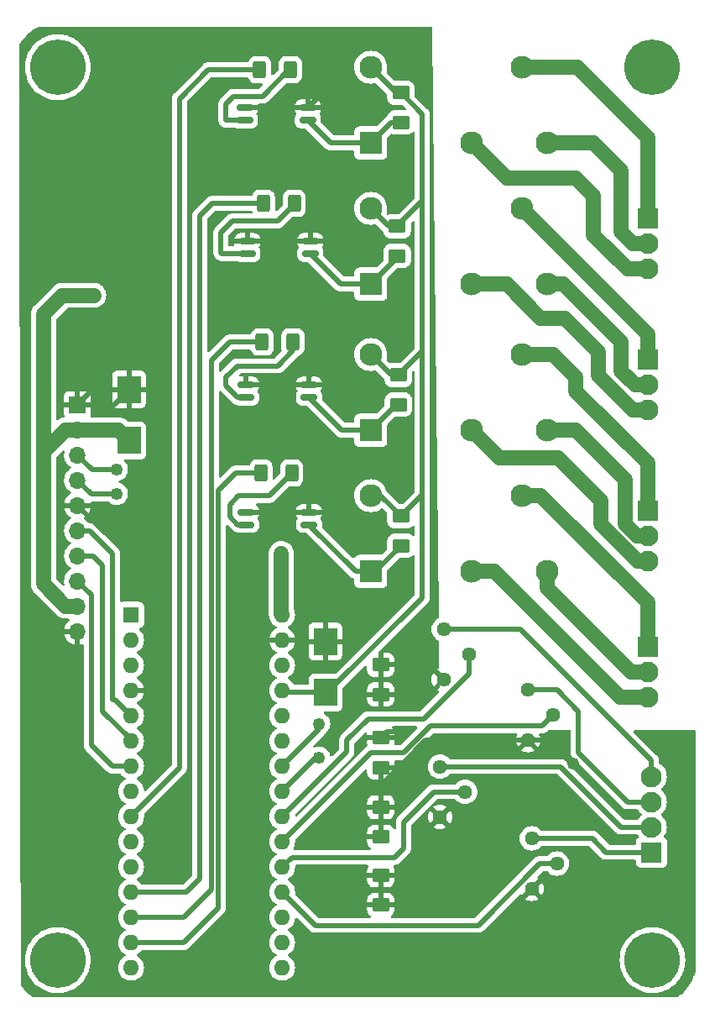
<source format=gbr>
%TF.GenerationSoftware,KiCad,Pcbnew,(6.0.4)*%
%TF.CreationDate,2023-07-24T12:17:23-04:00*%
%TF.ProjectId,BREAD_Slice,42524541-445f-4536-9c69-63652e6b6963,rev?*%
%TF.SameCoordinates,Original*%
%TF.FileFunction,Copper,L2,Bot*%
%TF.FilePolarity,Positive*%
%FSLAX46Y46*%
G04 Gerber Fmt 4.6, Leading zero omitted, Abs format (unit mm)*
G04 Created by KiCad (PCBNEW (6.0.4)) date 2023-07-24 12:17:23*
%MOMM*%
%LPD*%
G01*
G04 APERTURE LIST*
G04 Aperture macros list*
%AMRoundRect*
0 Rectangle with rounded corners*
0 $1 Rounding radius*
0 $2 $3 $4 $5 $6 $7 $8 $9 X,Y pos of 4 corners*
0 Add a 4 corners polygon primitive as box body*
4,1,4,$2,$3,$4,$5,$6,$7,$8,$9,$2,$3,0*
0 Add four circle primitives for the rounded corners*
1,1,$1+$1,$2,$3*
1,1,$1+$1,$4,$5*
1,1,$1+$1,$6,$7*
1,1,$1+$1,$8,$9*
0 Add four rect primitives between the rounded corners*
20,1,$1+$1,$2,$3,$4,$5,0*
20,1,$1+$1,$4,$5,$6,$7,0*
20,1,$1+$1,$6,$7,$8,$9,0*
20,1,$1+$1,$8,$9,$2,$3,0*%
G04 Aperture macros list end*
%TA.AperFunction,ComponentPad*%
%ADD10C,5.600000*%
%TD*%
%TA.AperFunction,ComponentPad*%
%ADD11R,1.600000X1.600000*%
%TD*%
%TA.AperFunction,ComponentPad*%
%ADD12O,1.600000X1.600000*%
%TD*%
%TA.AperFunction,ComponentPad*%
%ADD13R,1.700000X1.700000*%
%TD*%
%TA.AperFunction,ComponentPad*%
%ADD14O,1.700000X1.700000*%
%TD*%
%TA.AperFunction,ComponentPad*%
%ADD15R,2.100000X2.100000*%
%TD*%
%TA.AperFunction,ComponentPad*%
%ADD16C,2.100000*%
%TD*%
%TA.AperFunction,ComponentPad*%
%ADD17R,2.300000X2.300000*%
%TD*%
%TA.AperFunction,ComponentPad*%
%ADD18C,2.300000*%
%TD*%
%TA.AperFunction,ComponentPad*%
%ADD19C,1.440000*%
%TD*%
%TA.AperFunction,SMDPad,CuDef*%
%ADD20R,2.350000X2.770000*%
%TD*%
%TA.AperFunction,SMDPad,CuDef*%
%ADD21RoundRect,0.250000X-0.625000X0.462500X-0.625000X-0.462500X0.625000X-0.462500X0.625000X0.462500X0*%
%TD*%
%TA.AperFunction,SMDPad,CuDef*%
%ADD22RoundRect,0.250000X-0.400000X-0.625000X0.400000X-0.625000X0.400000X0.625000X-0.400000X0.625000X0*%
%TD*%
%TA.AperFunction,SMDPad,CuDef*%
%ADD23RoundRect,0.150000X-0.662500X-0.150000X0.662500X-0.150000X0.662500X0.150000X-0.662500X0.150000X0*%
%TD*%
%TA.AperFunction,ViaPad*%
%ADD24C,1.250000*%
%TD*%
%TA.AperFunction,ViaPad*%
%ADD25C,0.800000*%
%TD*%
%TA.AperFunction,Conductor*%
%ADD26C,0.500000*%
%TD*%
%TA.AperFunction,Conductor*%
%ADD27C,1.500000*%
%TD*%
G04 APERTURE END LIST*
D10*
%TO.P,H1,1*%
%TO.N,N/C*%
X127600000Y-44800000D03*
%TD*%
%TO.P,H2,1*%
%TO.N,N/C*%
X187600000Y-44800000D03*
%TD*%
%TO.P,H3,1*%
%TO.N,N/C*%
X127600000Y-134800000D03*
%TD*%
%TO.P,H4,1*%
%TO.N,N/C*%
X187600000Y-134800000D03*
%TD*%
D11*
%TO.P,A1,1,D1/TX*%
%TO.N,unconnected-(A1-Pad1)*%
X135000000Y-100000000D03*
D12*
%TO.P,A1,2,D0/RX*%
%TO.N,unconnected-(A1-Pad2)*%
X135000000Y-102540000D03*
%TO.P,A1,3,~{RESET}*%
%TO.N,unconnected-(A1-Pad3)*%
X135000000Y-105080000D03*
%TO.P,A1,4,GND*%
%TO.N,GND*%
X135000000Y-107620000D03*
%TO.P,A1,5,D2*%
%TO.N,/E_STOP*%
X135000000Y-110160000D03*
%TO.P,A1,6,D3*%
%TO.N,/INT*%
X135000000Y-112700000D03*
%TO.P,A1,7,D4*%
%TO.N,/SYNC*%
X135000000Y-115240000D03*
%TO.P,A1,8,D5*%
%TO.N,unconnected-(A1-Pad8)*%
X135000000Y-117780000D03*
%TO.P,A1,9,D6*%
%TO.N,/SW1*%
X135000000Y-120320000D03*
%TO.P,A1,10,D7*%
%TO.N,unconnected-(A1-Pad10)*%
X135000000Y-122860000D03*
%TO.P,A1,11,D8*%
%TO.N,unconnected-(A1-Pad11)*%
X135000000Y-125400000D03*
%TO.P,A1,12,D9*%
%TO.N,/SW2*%
X135000000Y-127940000D03*
%TO.P,A1,13,D10*%
%TO.N,/SW3*%
X135000000Y-130480000D03*
%TO.P,A1,14,D11*%
%TO.N,/SW4*%
X135000000Y-133020000D03*
%TO.P,A1,15,D12*%
%TO.N,unconnected-(A1-Pad15)*%
X135000000Y-135560000D03*
%TO.P,A1,16,D13*%
%TO.N,unconnected-(A1-Pad16)*%
X150240000Y-135560000D03*
%TO.P,A1,17,3V3*%
%TO.N,unconnected-(A1-Pad17)*%
X150240000Y-133020000D03*
%TO.P,A1,18,AREF*%
%TO.N,unconnected-(A1-Pad18)*%
X150240000Y-130480000D03*
%TO.P,A1,19,A0*%
%TO.N,/A_IN1*%
X150240000Y-127940000D03*
%TO.P,A1,20,A1*%
%TO.N,/A_IN2*%
X150240000Y-125400000D03*
%TO.P,A1,21,A2*%
%TO.N,/A_IN3*%
X150240000Y-122860000D03*
%TO.P,A1,22,A3*%
%TO.N,/A_IN4*%
X150240000Y-120320000D03*
%TO.P,A1,23,A4*%
%TO.N,/I2C_DAT*%
X150240000Y-117780000D03*
%TO.P,A1,24,A5*%
%TO.N,/I2C_CLK*%
X150240000Y-115240000D03*
%TO.P,A1,25,A6*%
%TO.N,unconnected-(A1-Pad25)*%
X150240000Y-112700000D03*
%TO.P,A1,26,A7*%
%TO.N,unconnected-(A1-Pad26)*%
X150240000Y-110160000D03*
%TO.P,A1,27,+5V*%
%TO.N,+5V*%
X150240000Y-107620000D03*
%TO.P,A1,28,~{RESET}*%
%TO.N,unconnected-(A1-Pad28)*%
X150240000Y-105080000D03*
%TO.P,A1,29,GND*%
%TO.N,GND*%
X150240000Y-102540000D03*
%TO.P,A1,30,VIN*%
%TO.N,+12V*%
X150240000Y-100000000D03*
%TD*%
D13*
%TO.P,J1,1,Pin_1*%
%TO.N,GND*%
X129600000Y-78800000D03*
D14*
%TO.P,J1,2,Pin_2*%
%TO.N,+12V*%
X129600000Y-81340000D03*
%TO.P,J1,3,Pin_3*%
%TO.N,/I2C_CLK*%
X129600000Y-83880000D03*
%TO.P,J1,4,Pin_4*%
%TO.N,/I2C_DAT*%
X129600000Y-86420000D03*
%TO.P,J1,5,Pin_5*%
%TO.N,GND*%
X129600000Y-88960000D03*
%TO.P,J1,6,Pin_6*%
%TO.N,/E_STOP*%
X129600000Y-91500000D03*
%TO.P,J1,7,Pin_7*%
%TO.N,/INT*%
X129600000Y-94040000D03*
%TO.P,J1,8,Pin_8*%
%TO.N,/SYNC*%
X129600000Y-96580000D03*
%TO.P,J1,9,Pin_9*%
%TO.N,+12V*%
X129600000Y-99120000D03*
%TO.P,J1,10,Pin_10*%
%TO.N,GND*%
X129600000Y-101660000D03*
%TD*%
D15*
%TO.P,J2,1,Pin_1*%
%TO.N,Net-(J2-Pad1)*%
X187116000Y-60044000D03*
D16*
%TO.P,J2,2,Pin_2*%
%TO.N,Net-(J2-Pad2)*%
X187116000Y-62584000D03*
%TO.P,J2,3,Pin_3*%
%TO.N,Net-(J2-Pad3)*%
X187116000Y-65124000D03*
%TD*%
D15*
%TO.P,J3,1,Pin_1*%
%TO.N,Net-(J3-Pad1)*%
X187116000Y-89508000D03*
D16*
%TO.P,J3,2,Pin_2*%
%TO.N,Net-(J3-Pad2)*%
X187116000Y-92048000D03*
%TO.P,J3,3,Pin_3*%
%TO.N,Net-(J3-Pad3)*%
X187116000Y-94588000D03*
%TD*%
D15*
%TO.P,J4,1,Pin_1*%
%TO.N,Net-(J4-Pad1)*%
X187116000Y-74268000D03*
D16*
%TO.P,J4,2,Pin_2*%
%TO.N,Net-(J4-Pad2)*%
X187116000Y-76808000D03*
%TO.P,J4,3,Pin_3*%
%TO.N,Net-(J4-Pad3)*%
X187116000Y-79348000D03*
%TD*%
D15*
%TO.P,J5,1,Pin_1*%
%TO.N,Net-(J5-Pad1)*%
X187116000Y-103224000D03*
D16*
%TO.P,J5,2,Pin_2*%
%TO.N,Net-(J5-Pad2)*%
X187116000Y-105764000D03*
%TO.P,J5,3,Pin_3*%
%TO.N,Net-(J5-Pad3)*%
X187116000Y-108304000D03*
%TD*%
D15*
%TO.P,J6,1,Pin_1*%
%TO.N,/F_1*%
X187497000Y-123925000D03*
D16*
%TO.P,J6,2,Pin_2*%
%TO.N,/F_2*%
X187497000Y-121385000D03*
%TO.P,J6,3,Pin_3*%
%TO.N,/F_3*%
X187497000Y-118845000D03*
%TO.P,J6,4,Pin_4*%
%TO.N,/F_4*%
X187497000Y-116305000D03*
%TD*%
D17*
%TO.P,K1,1*%
%TO.N,Net-(D1-Pad2)*%
X159176000Y-52424000D03*
D18*
%TO.P,K1,2*%
%TO.N,Net-(J2-Pad3)*%
X169336000Y-52424000D03*
%TO.P,K1,3*%
%TO.N,Net-(J2-Pad2)*%
X176956000Y-52424000D03*
%TO.P,K1,4*%
%TO.N,Net-(J2-Pad1)*%
X174416000Y-44804000D03*
%TO.P,K1,5*%
%TO.N,+5V*%
X159176000Y-44804000D03*
%TD*%
D17*
%TO.P,K2,1*%
%TO.N,Net-(D3-Pad2)*%
X159176000Y-66648000D03*
D18*
%TO.P,K2,2*%
%TO.N,Net-(J4-Pad3)*%
X169336000Y-66648000D03*
%TO.P,K2,3*%
%TO.N,Net-(J4-Pad2)*%
X176956000Y-66648000D03*
%TO.P,K2,4*%
%TO.N,Net-(J4-Pad1)*%
X174416000Y-59028000D03*
%TO.P,K2,5*%
%TO.N,+5V*%
X159176000Y-59028000D03*
%TD*%
D17*
%TO.P,K3,1*%
%TO.N,Net-(D2-Pad2)*%
X159176000Y-81380000D03*
D18*
%TO.P,K3,2*%
%TO.N,Net-(J3-Pad3)*%
X169336000Y-81380000D03*
%TO.P,K3,3*%
%TO.N,Net-(J3-Pad2)*%
X176956000Y-81380000D03*
%TO.P,K3,4*%
%TO.N,Net-(J3-Pad1)*%
X174416000Y-73760000D03*
%TO.P,K3,5*%
%TO.N,+5V*%
X159176000Y-73760000D03*
%TD*%
D17*
%TO.P,K4,1*%
%TO.N,Net-(D4-Pad2)*%
X159176000Y-95604000D03*
D18*
%TO.P,K4,2*%
%TO.N,Net-(J5-Pad3)*%
X169336000Y-95604000D03*
%TO.P,K4,3*%
%TO.N,Net-(J5-Pad2)*%
X176956000Y-95604000D03*
%TO.P,K4,4*%
%TO.N,Net-(J5-Pad1)*%
X174416000Y-87984000D03*
%TO.P,K4,5*%
%TO.N,+5V*%
X159176000Y-87984000D03*
%TD*%
D19*
%TO.P,RV1,1,1*%
%TO.N,/F_1*%
X175432000Y-122528000D03*
%TO.P,RV1,2,2*%
%TO.N,/A_IN1*%
X177972000Y-125068000D03*
%TO.P,RV1,3,3*%
%TO.N,GND*%
X175432000Y-127608000D03*
%TD*%
%TO.P,RV2,1,1*%
%TO.N,/F_2*%
X166161000Y-115289000D03*
%TO.P,RV2,2,2*%
%TO.N,/A_IN2*%
X168701000Y-117829000D03*
%TO.P,RV2,3,3*%
%TO.N,GND*%
X166161000Y-120369000D03*
%TD*%
%TO.P,RV3,1,1*%
%TO.N,/F_3*%
X175051000Y-107542000D03*
%TO.P,RV3,2,2*%
%TO.N,/A_IN3*%
X177591000Y-110082000D03*
%TO.P,RV3,3,3*%
%TO.N,GND*%
X175051000Y-112622000D03*
%TD*%
%TO.P,RV4,1,1*%
%TO.N,/F_4*%
X166542000Y-101446000D03*
%TO.P,RV4,2,2*%
%TO.N,/A_IN4*%
X169082000Y-103986000D03*
%TO.P,RV4,3,3*%
%TO.N,GND*%
X166542000Y-106526000D03*
%TD*%
D20*
%TO.P,C2,1*%
%TO.N,+5V*%
X154604000Y-107826000D03*
%TO.P,C2,2*%
%TO.N,GND*%
X154604000Y-102686000D03*
%TD*%
%TO.P,C1,1*%
%TO.N,+12V*%
X134792000Y-82426000D03*
%TO.P,C1,2*%
%TO.N,GND*%
X134792000Y-77286000D03*
%TD*%
D21*
%TO.P,D1,1,K*%
%TO.N,+5V*%
X162224000Y-47380500D03*
%TO.P,D1,2,A*%
%TO.N,Net-(D1-Pad2)*%
X162224000Y-50355500D03*
%TD*%
%TO.P,D2,1,K*%
%TO.N,+5V*%
X161970000Y-75828500D03*
%TO.P,D2,2,A*%
%TO.N,Net-(D2-Pad2)*%
X161970000Y-78803500D03*
%TD*%
%TO.P,D3,1,K*%
%TO.N,+5V*%
X161843000Y-60842500D03*
%TO.P,D3,2,A*%
%TO.N,Net-(D3-Pad2)*%
X161843000Y-63817500D03*
%TD*%
%TO.P,D4,1,K*%
%TO.N,+5V*%
X162224000Y-90052500D03*
%TO.P,D4,2,A*%
%TO.N,Net-(D4-Pad2)*%
X162224000Y-93027500D03*
%TD*%
%TO.P,D5,1,K*%
%TO.N,GND*%
X160192000Y-126247500D03*
%TO.P,D5,2,A*%
X160192000Y-129222500D03*
%TD*%
%TO.P,D6,1,K*%
%TO.N,GND*%
X160192000Y-119389500D03*
%TO.P,D6,2,A*%
X160192000Y-122364500D03*
%TD*%
%TO.P,D7,1,K*%
%TO.N,GND*%
X160192000Y-112404500D03*
%TO.P,D7,2,A*%
X160192000Y-115379500D03*
%TD*%
%TO.P,D8,1,K*%
%TO.N,GND*%
X160192000Y-105038500D03*
%TO.P,D8,2,A*%
X160192000Y-108013500D03*
%TD*%
D22*
%TO.P,R1,1*%
%TO.N,/SW1*%
X147974000Y-45058000D03*
%TO.P,R1,2*%
%TO.N,Net-(R1-Pad2)*%
X151074000Y-45058000D03*
%TD*%
%TO.P,R2,1*%
%TO.N,/SW3*%
X148228000Y-72490000D03*
%TO.P,R2,2*%
%TO.N,Net-(R2-Pad2)*%
X151328000Y-72490000D03*
%TD*%
%TO.P,R3,1*%
%TO.N,/SW2*%
X148355000Y-58520000D03*
%TO.P,R3,2*%
%TO.N,Net-(R3-Pad2)*%
X151455000Y-58520000D03*
%TD*%
%TO.P,R4,1*%
%TO.N,/SW4*%
X148101000Y-85698000D03*
%TO.P,R4,2*%
%TO.N,Net-(R4-Pad2)*%
X151201000Y-85698000D03*
%TD*%
D23*
%TO.P,U1,1*%
%TO.N,Net-(R1-Pad2)*%
X146463500Y-50138000D03*
%TO.P,U1,2*%
%TO.N,GND*%
X146463500Y-48868000D03*
%TO.P,U1,3*%
X152838500Y-48868000D03*
%TO.P,U1,4*%
%TO.N,Net-(D1-Pad2)*%
X152838500Y-50138000D03*
%TD*%
%TO.P,U2,1*%
%TO.N,Net-(R2-Pad2)*%
X146590500Y-78078000D03*
%TO.P,U2,2*%
%TO.N,GND*%
X146590500Y-76808000D03*
%TO.P,U2,3*%
X152965500Y-76808000D03*
%TO.P,U2,4*%
%TO.N,Net-(D2-Pad2)*%
X152965500Y-78078000D03*
%TD*%
%TO.P,U3,1*%
%TO.N,Net-(R3-Pad2)*%
X146717500Y-63600000D03*
%TO.P,U3,2*%
%TO.N,GND*%
X146717500Y-62330000D03*
%TO.P,U3,3*%
X153092500Y-62330000D03*
%TO.P,U3,4*%
%TO.N,Net-(D3-Pad2)*%
X153092500Y-63600000D03*
%TD*%
%TO.P,U4,1*%
%TO.N,Net-(R4-Pad2)*%
X146590500Y-90905000D03*
%TO.P,U4,2*%
%TO.N,GND*%
X146590500Y-89635000D03*
%TO.P,U4,3*%
X152965500Y-89635000D03*
%TO.P,U4,4*%
%TO.N,Net-(D4-Pad2)*%
X152965500Y-90905000D03*
%TD*%
D24*
%TO.N,GND*%
X162414500Y-111796500D03*
D25*
X162478000Y-102335000D03*
D24*
X179623000Y-114971500D03*
%TO.N,/I2C_CLK*%
X133550000Y-85350000D03*
X153969000Y-110971000D03*
%TO.N,/I2C_DAT*%
X133550000Y-87800000D03*
X153969000Y-114400000D03*
%TO.N,+12V*%
X150159000Y-93826000D03*
X131236000Y-67791000D03*
%TD*%
D26*
%TO.N,GND*%
X160192000Y-117167962D02*
X160192000Y-117448000D01*
X138221000Y-78459000D02*
X138221000Y-91032000D01*
X154223000Y-42772000D02*
X155366000Y-43915000D01*
X177273500Y-112622000D02*
X179623000Y-114971500D01*
X129600000Y-78800000D02*
X133278000Y-78800000D01*
X137048000Y-77286000D02*
X138221000Y-78459000D01*
X133278000Y-78800000D02*
X134792000Y-77286000D01*
X135935000Y-72465000D02*
X135935000Y-46836000D01*
X134792000Y-77286000D02*
X137048000Y-77286000D01*
X135935000Y-46836000D02*
X139999000Y-42772000D01*
X155366000Y-43915000D02*
X155366000Y-46340500D01*
X137459000Y-91794000D02*
X132434000Y-91794000D01*
X162414500Y-111796500D02*
X160800000Y-111796500D01*
X155366000Y-46340500D02*
X152838500Y-48868000D01*
X139999000Y-42772000D02*
X154223000Y-42772000D01*
X132434000Y-91794000D02*
X129600000Y-88960000D01*
X166542000Y-106526000D02*
X162478000Y-102462000D01*
X162478000Y-102462000D02*
X162478000Y-102335000D01*
X164737962Y-112622000D02*
X160192000Y-117167962D01*
X138221000Y-91032000D02*
X137459000Y-91794000D01*
X175051000Y-112622000D02*
X164737962Y-112622000D01*
X160192000Y-117448000D02*
X160192000Y-119389500D01*
X129600000Y-78800000D02*
X135935000Y-72465000D01*
X134792000Y-77286000D02*
X136032000Y-77286000D01*
X160192000Y-115379500D02*
X160192000Y-117448000D01*
X160800000Y-111796500D02*
X160192000Y-112404500D01*
X175051000Y-112622000D02*
X177273500Y-112622000D01*
%TO.N,+5V*%
X161752500Y-47380500D02*
X159176000Y-44804000D01*
X164383000Y-73415500D02*
X161970000Y-75828500D01*
X164383000Y-87893500D02*
X162224000Y-90052500D01*
X162224000Y-47380500D02*
X164383000Y-49539500D01*
X154828000Y-107826000D02*
X164383000Y-98271000D01*
X154604000Y-107826000D02*
X154828000Y-107826000D01*
X150446000Y-107826000D02*
X150240000Y-107620000D01*
X161970000Y-75828500D02*
X161244500Y-75828500D01*
X164383000Y-58302500D02*
X161843000Y-60842500D01*
X161843000Y-60842500D02*
X160990500Y-60842500D01*
X162224000Y-47380500D02*
X161752500Y-47380500D01*
X160155500Y-87984000D02*
X162224000Y-90052500D01*
X154604000Y-107826000D02*
X150446000Y-107826000D01*
X164383000Y-84936000D02*
X164383000Y-87893500D01*
X164383000Y-58302500D02*
X164383000Y-73415500D01*
X164383000Y-49539500D02*
X164383000Y-58302500D01*
X164383000Y-98271000D02*
X164383000Y-87893500D01*
X164383000Y-73415500D02*
X164383000Y-84936000D01*
X161244500Y-75828500D02*
X159176000Y-73760000D01*
X160990500Y-60842500D02*
X159176000Y-59028000D01*
X159176000Y-87984000D02*
X160155500Y-87984000D01*
%TO.N,/I2C_CLK*%
X150240000Y-115240000D02*
X153969000Y-111511000D01*
X133550000Y-85350000D02*
X131070000Y-85350000D01*
X131070000Y-85350000D02*
X129600000Y-83880000D01*
X153969000Y-111511000D02*
X153969000Y-110971000D01*
%TO.N,/I2C_DAT*%
X153620000Y-114400000D02*
X153969000Y-114400000D01*
X130980000Y-87800000D02*
X129600000Y-86420000D01*
X150240000Y-117780000D02*
X153620000Y-114400000D01*
X133550000Y-87800000D02*
X130980000Y-87800000D01*
%TO.N,/SYNC*%
X129600000Y-96580000D02*
X130982000Y-97962000D01*
X130982000Y-113112000D02*
X133110000Y-115240000D01*
X133110000Y-115240000D02*
X135000000Y-115240000D01*
X130982000Y-97962000D02*
X130982000Y-113112000D01*
%TO.N,/E_STOP*%
X133141000Y-108558000D02*
X133398000Y-108558000D01*
X133398000Y-108558000D02*
X135000000Y-110160000D01*
X130815000Y-91500000D02*
X133141000Y-93826000D01*
X129600000Y-91500000D02*
X130815000Y-91500000D01*
X133141000Y-93826000D02*
X133141000Y-108558000D01*
D27*
%TO.N,+12V*%
X150159000Y-93826000D02*
X150159000Y-99919000D01*
X128061000Y-67791000D02*
X131236000Y-67791000D01*
X126156000Y-96878081D02*
X128397919Y-99120000D01*
X128397919Y-99120000D02*
X129600000Y-99120000D01*
X129600000Y-81340000D02*
X128397919Y-81340000D01*
X129600000Y-81340000D02*
X133706000Y-81340000D01*
X133706000Y-81340000D02*
X134792000Y-82426000D01*
X128397919Y-81340000D02*
X126156000Y-83581919D01*
X126156000Y-69696000D02*
X128061000Y-67791000D01*
X150159000Y-99919000D02*
X150240000Y-100000000D01*
X126156000Y-83581919D02*
X126156000Y-71728000D01*
X126156000Y-71728000D02*
X126156000Y-69696000D01*
X126156000Y-83581919D02*
X126156000Y-96878081D01*
D26*
%TO.N,/INT*%
X132125000Y-109701000D02*
X135000000Y-112576000D01*
X132125000Y-94969000D02*
X132125000Y-109701000D01*
X131196000Y-94040000D02*
X132125000Y-94969000D01*
X135000000Y-112576000D02*
X135000000Y-112700000D01*
X129600000Y-94040000D02*
X131196000Y-94040000D01*
%TO.N,/A_IN1*%
X177972000Y-125068000D02*
X176240398Y-125068000D01*
X170017398Y-131291000D02*
X153591000Y-131291000D01*
X176240398Y-125068000D02*
X170017398Y-131291000D01*
X153591000Y-131291000D02*
X150240000Y-127940000D01*
%TO.N,/A_IN2*%
X168701000Y-117829000D02*
X165526000Y-117829000D01*
X161589000Y-124433000D02*
X151207000Y-124433000D01*
X162478000Y-120877000D02*
X162478000Y-123544000D01*
X151207000Y-124433000D02*
X150240000Y-125400000D01*
X165526000Y-117829000D02*
X162478000Y-120877000D01*
X162478000Y-123544000D02*
X161589000Y-124433000D01*
%TO.N,/A_IN3*%
X159208000Y-113892000D02*
X150240000Y-122860000D01*
X162478000Y-113892000D02*
X159208000Y-113892000D01*
X176509992Y-111163008D02*
X165206992Y-111163008D01*
X165206992Y-111163008D02*
X162478000Y-113892000D01*
X177591000Y-110082000D02*
X176509992Y-111163008D01*
%TO.N,/A_IN4*%
X156763000Y-112622000D02*
X156763000Y-113797000D01*
X158922000Y-110463000D02*
X156763000Y-112622000D01*
X169082000Y-105891000D02*
X164510000Y-110463000D01*
X164510000Y-110463000D02*
X158922000Y-110463000D01*
X169082000Y-103986000D02*
X169082000Y-105891000D01*
X156763000Y-113797000D02*
X150240000Y-120320000D01*
%TO.N,/SW1*%
X135000000Y-120320000D02*
X139872000Y-115448000D01*
X142793000Y-45058000D02*
X147974000Y-45058000D01*
X139872000Y-47979000D02*
X142793000Y-45058000D01*
X139872000Y-115448000D02*
X139872000Y-47979000D01*
%TO.N,/SW2*%
X140556000Y-127940000D02*
X141904000Y-126592000D01*
X141904000Y-59790000D02*
X143174000Y-58520000D01*
X135000000Y-127940000D02*
X140556000Y-127940000D01*
X143174000Y-58520000D02*
X148355000Y-58520000D01*
X141904000Y-126592000D02*
X141904000Y-59790000D01*
%TO.N,/SW3*%
X135000000Y-130480000D02*
X140302000Y-130480000D01*
X143108990Y-127673010D02*
X143108990Y-74333010D01*
X143108990Y-74333010D02*
X144952000Y-72490000D01*
X144952000Y-72490000D02*
X148228000Y-72490000D01*
X140302000Y-130480000D02*
X143108990Y-127673010D01*
%TO.N,/SW4*%
X143809000Y-87476000D02*
X145587000Y-85698000D01*
X140302000Y-133020000D02*
X143809000Y-129513000D01*
X135000000Y-133020000D02*
X140302000Y-133020000D01*
X145587000Y-85698000D02*
X148101000Y-85698000D01*
X143809000Y-129513000D02*
X143809000Y-87476000D01*
%TO.N,Net-(D1-Pad2)*%
X162224000Y-50355500D02*
X161244500Y-50355500D01*
X155124500Y-52424000D02*
X152838500Y-50138000D01*
X161244500Y-50355500D02*
X159176000Y-52424000D01*
X159176000Y-52424000D02*
X155124500Y-52424000D01*
%TO.N,Net-(D2-Pad2)*%
X161752500Y-78803500D02*
X159176000Y-81380000D01*
X161970000Y-78803500D02*
X161752500Y-78803500D01*
X156267500Y-81380000D02*
X152965500Y-78078000D01*
X159176000Y-81380000D02*
X156267500Y-81380000D01*
%TO.N,Net-(D3-Pad2)*%
X161843000Y-63981000D02*
X159176000Y-66648000D01*
X156140500Y-66648000D02*
X153092500Y-63600000D01*
X159176000Y-66648000D02*
X156140500Y-66648000D01*
X161843000Y-63817500D02*
X161843000Y-63981000D01*
%TO.N,Net-(D4-Pad2)*%
X159647500Y-95604000D02*
X162224000Y-93027500D01*
X157664500Y-95604000D02*
X152965500Y-90905000D01*
X159176000Y-95604000D02*
X159647500Y-95604000D01*
X159176000Y-95604000D02*
X157664500Y-95604000D01*
D27*
%TO.N,Net-(J2-Pad2)*%
X181655000Y-52424000D02*
X184449000Y-55218000D01*
X184449000Y-55218000D02*
X184449000Y-61376022D01*
X185656978Y-62584000D02*
X187116000Y-62584000D01*
X176956000Y-52424000D02*
X181655000Y-52424000D01*
X184449000Y-61376022D02*
X185656978Y-62584000D01*
%TO.N,Net-(J2-Pad1)*%
X174416000Y-44804000D02*
X180004000Y-44804000D01*
X187100000Y-51900000D02*
X187100000Y-60028000D01*
X187100000Y-60028000D02*
X187116000Y-60044000D01*
X180004000Y-44804000D02*
X187100000Y-51900000D01*
%TO.N,Net-(J3-Pad2)*%
X186002560Y-92048000D02*
X187116000Y-92048000D01*
X179877000Y-81380000D02*
X184830000Y-86333000D01*
X184830000Y-86333000D02*
X184830000Y-90875440D01*
X184830000Y-90875440D02*
X186002560Y-92048000D01*
X176956000Y-81380000D02*
X179877000Y-81380000D01*
%TO.N,Net-(J3-Pad1)*%
X187100000Y-89492000D02*
X187116000Y-89508000D01*
X187100000Y-84666000D02*
X187100000Y-89492000D01*
X174416000Y-73760000D02*
X177591000Y-73760000D01*
X179877000Y-76046000D02*
X179877000Y-77443000D01*
X179877000Y-77443000D02*
X187100000Y-84666000D01*
X177591000Y-73760000D02*
X179877000Y-76046000D01*
%TO.N,Net-(J4-Pad2)*%
X185845998Y-76808000D02*
X187116000Y-76808000D01*
X178607000Y-66648000D02*
X184449000Y-72490000D01*
X184449000Y-75411002D02*
X185845998Y-76808000D01*
X176956000Y-66648000D02*
X178607000Y-66648000D01*
X184449000Y-72490000D02*
X184449000Y-75411002D01*
%TO.N,Net-(J4-Pad1)*%
X187116000Y-71728000D02*
X187116000Y-74268000D01*
X174416000Y-59028000D02*
X187116000Y-71728000D01*
D26*
%TO.N,/F_4*%
X174289000Y-101446000D02*
X166542000Y-101446000D01*
X187497000Y-116305000D02*
X187497000Y-114654000D01*
X187497000Y-114654000D02*
X174289000Y-101446000D01*
%TO.N,/F_3*%
X180131000Y-113892000D02*
X180131000Y-109701000D01*
X180131000Y-109701000D02*
X177972000Y-107542000D01*
X185084000Y-118845000D02*
X180131000Y-113892000D01*
X177972000Y-107542000D02*
X175051000Y-107542000D01*
X187497000Y-118845000D02*
X185084000Y-118845000D01*
%TO.N,/F_2*%
X178353000Y-115289000D02*
X166161000Y-115289000D01*
X187497000Y-121385000D02*
X184449000Y-121385000D01*
X184449000Y-121385000D02*
X178353000Y-115289000D01*
%TO.N,/F_1*%
X187497000Y-123925000D02*
X182925000Y-123925000D01*
X181528000Y-122528000D02*
X175432000Y-122528000D01*
X182925000Y-123925000D02*
X181528000Y-122528000D01*
%TO.N,Net-(R1-Pad2)*%
X151074000Y-45058000D02*
X150921000Y-45058000D01*
X148254000Y-47725000D02*
X145333000Y-47725000D01*
X145333000Y-47725000D02*
X144571000Y-48487000D01*
X150921000Y-45058000D02*
X148254000Y-47725000D01*
X144571000Y-48487000D02*
X144571000Y-50138000D01*
X144571000Y-50138000D02*
X146463500Y-50138000D01*
%TO.N,Net-(R3-Pad2)*%
X144063000Y-63473000D02*
X144190000Y-63600000D01*
X151455000Y-58621000D02*
X149778000Y-60298000D01*
X149778000Y-60298000D02*
X145206000Y-60298000D01*
X151455000Y-58520000D02*
X151455000Y-58621000D01*
X144190000Y-63600000D02*
X146717500Y-63600000D01*
X145206000Y-60298000D02*
X144063000Y-61441000D01*
X144063000Y-61441000D02*
X144063000Y-63473000D01*
D27*
%TO.N,Net-(J2-Pad3)*%
X169336000Y-52424000D02*
X172892000Y-55980000D01*
X181655000Y-57758000D02*
X181655000Y-61695000D01*
X179877000Y-55980000D02*
X181655000Y-57758000D01*
X185084000Y-65124000D02*
X187116000Y-65124000D01*
X172892000Y-55980000D02*
X179877000Y-55980000D01*
X181655000Y-61695000D02*
X185084000Y-65124000D01*
%TO.N,Net-(J3-Pad3)*%
X186139076Y-94588000D02*
X187116000Y-94588000D01*
X172130000Y-84174000D02*
X178099000Y-84174000D01*
X169336000Y-81380000D02*
X172130000Y-84174000D01*
X178099000Y-84174000D02*
X182417000Y-88492000D01*
X182417000Y-88492000D02*
X182417000Y-90865924D01*
X182417000Y-90865924D02*
X186139076Y-94588000D01*
%TO.N,Net-(J4-Pad3)*%
X172892000Y-66648000D02*
X176321000Y-70077000D01*
X182163000Y-75879924D02*
X185631076Y-79348000D01*
X178734000Y-70077000D02*
X182163000Y-73506000D01*
X176321000Y-70077000D02*
X178734000Y-70077000D01*
X169336000Y-66648000D02*
X172892000Y-66648000D01*
X185631076Y-79348000D02*
X187116000Y-79348000D01*
X182163000Y-73506000D02*
X182163000Y-75879924D01*
%TO.N,Net-(J5-Pad3)*%
X169336000Y-95604000D02*
X171622000Y-95604000D01*
X184322000Y-108304000D02*
X187116000Y-108304000D01*
X171622000Y-95604000D02*
X184322000Y-108304000D01*
%TO.N,Net-(J5-Pad2)*%
X176956000Y-95604000D02*
X176956000Y-97255000D01*
X185465000Y-105764000D02*
X187116000Y-105764000D01*
X176956000Y-97255000D02*
X185465000Y-105764000D01*
%TO.N,Net-(J5-Pad1)*%
X187100000Y-103208000D02*
X187116000Y-103224000D01*
X174416000Y-87984000D02*
X176321000Y-87984000D01*
X176321000Y-87984000D02*
X187100000Y-98763000D01*
X187100000Y-98763000D02*
X187100000Y-103208000D01*
D26*
%TO.N,Net-(R2-Pad2)*%
X144571000Y-76046000D02*
X144571000Y-76871000D01*
X151328000Y-73365000D02*
X149790000Y-74903000D01*
X149790000Y-74903000D02*
X145714000Y-74903000D01*
X144571000Y-76871000D02*
X145778000Y-78078000D01*
X145778000Y-78078000D02*
X146590500Y-78078000D01*
X145714000Y-74903000D02*
X144571000Y-76046000D01*
X151328000Y-72490000D02*
X151328000Y-73365000D01*
%TO.N,Net-(R4-Pad2)*%
X144952000Y-88873000D02*
X144952000Y-90079000D01*
X145778000Y-90905000D02*
X146590500Y-90905000D01*
X145841000Y-87984000D02*
X144952000Y-88873000D01*
X148915000Y-87984000D02*
X145841000Y-87984000D01*
X151201000Y-85698000D02*
X148915000Y-87984000D01*
X144952000Y-90079000D02*
X145778000Y-90905000D01*
%TD*%
%TA.AperFunction,Conductor*%
%TO.N,GND*%
G36*
X165342468Y-40760002D02*
G01*
X165388961Y-40813658D01*
X165400340Y-40864645D01*
X165650343Y-64114918D01*
X166037776Y-100146091D01*
X166038823Y-100243507D01*
X166019554Y-100311839D01*
X165966079Y-100359057D01*
X165930389Y-100375699D01*
X165930385Y-100375701D01*
X165925404Y-100378024D01*
X165749319Y-100501319D01*
X165597319Y-100653319D01*
X165474024Y-100829404D01*
X165471703Y-100834382D01*
X165471701Y-100834385D01*
X165429362Y-100925182D01*
X165383178Y-101024223D01*
X165381756Y-101029531D01*
X165381755Y-101029533D01*
X165336440Y-101198649D01*
X165327542Y-101231858D01*
X165308807Y-101446000D01*
X165327542Y-101660142D01*
X165328966Y-101665455D01*
X165328966Y-101665457D01*
X165373157Y-101830377D01*
X165383178Y-101867777D01*
X165385500Y-101872757D01*
X165385501Y-101872759D01*
X165388292Y-101878743D01*
X165474024Y-102062596D01*
X165597319Y-102238681D01*
X165749319Y-102390681D01*
X165925403Y-102513976D01*
X165930381Y-102516297D01*
X165930384Y-102516299D01*
X165992041Y-102545050D01*
X166045326Y-102591968D01*
X166064784Y-102657889D01*
X166092354Y-105221871D01*
X166093180Y-105298710D01*
X166073911Y-105367042D01*
X166020437Y-105414260D01*
X165930636Y-105456135D01*
X165921150Y-105461613D01*
X165886393Y-105485949D01*
X165878018Y-105496427D01*
X165885085Y-105509873D01*
X166097737Y-105722525D01*
X166105546Y-106448756D01*
X165525149Y-105868360D01*
X165513379Y-105861933D01*
X165501365Y-105871228D01*
X165477613Y-105905150D01*
X165472135Y-105914636D01*
X165385972Y-106099413D01*
X165382226Y-106109705D01*
X165329460Y-106306632D01*
X165327557Y-106317425D01*
X165309788Y-106520525D01*
X165309788Y-106531475D01*
X165327557Y-106734575D01*
X165329460Y-106745368D01*
X165382226Y-106942295D01*
X165385972Y-106952587D01*
X165472135Y-107137364D01*
X165477613Y-107146850D01*
X165501949Y-107181607D01*
X165512428Y-107189983D01*
X165525872Y-107182917D01*
X166107189Y-106601601D01*
X166114832Y-107312379D01*
X165884364Y-107542847D01*
X165877934Y-107554622D01*
X165887230Y-107566637D01*
X165921146Y-107590385D01*
X165930645Y-107595870D01*
X166022487Y-107638696D01*
X166075773Y-107685613D01*
X166095234Y-107753890D01*
X166074692Y-107821850D01*
X166058333Y-107841986D01*
X164232724Y-109667595D01*
X164170412Y-109701621D01*
X164143629Y-109704500D01*
X158989070Y-109704500D01*
X158970120Y-109703067D01*
X158955885Y-109700901D01*
X158955881Y-109700901D01*
X158948651Y-109699801D01*
X158941359Y-109700394D01*
X158941356Y-109700394D01*
X158895982Y-109704085D01*
X158885767Y-109704500D01*
X158877707Y-109704500D01*
X158866771Y-109705775D01*
X158849493Y-109707789D01*
X158845118Y-109708222D01*
X158779661Y-109713546D01*
X158779658Y-109713547D01*
X158772363Y-109714140D01*
X158765399Y-109716396D01*
X158759440Y-109717587D01*
X158753585Y-109718971D01*
X158746319Y-109719818D01*
X158677673Y-109744735D01*
X158673545Y-109746152D01*
X158611064Y-109766393D01*
X158611062Y-109766394D01*
X158604101Y-109768649D01*
X158597846Y-109772445D01*
X158592372Y-109774951D01*
X158586942Y-109777670D01*
X158580063Y-109780167D01*
X158573943Y-109784180D01*
X158573942Y-109784180D01*
X158519024Y-109820186D01*
X158515320Y-109822523D01*
X158452893Y-109860405D01*
X158444516Y-109867803D01*
X158444492Y-109867776D01*
X158441500Y-109870429D01*
X158438267Y-109873132D01*
X158432148Y-109877144D01*
X158427116Y-109882456D01*
X158378872Y-109933383D01*
X158376494Y-109935825D01*
X156274089Y-112038230D01*
X156259677Y-112050616D01*
X156248082Y-112059149D01*
X156248077Y-112059154D01*
X156242182Y-112063492D01*
X156237443Y-112069070D01*
X156237440Y-112069073D01*
X156207965Y-112103768D01*
X156201035Y-112111284D01*
X156195340Y-112116979D01*
X156193060Y-112119861D01*
X156177719Y-112139251D01*
X156174928Y-112142655D01*
X156132409Y-112192703D01*
X156127667Y-112198285D01*
X156124339Y-112204801D01*
X156120972Y-112209850D01*
X156117805Y-112214979D01*
X156113266Y-112220716D01*
X156082345Y-112286875D01*
X156080442Y-112290769D01*
X156047231Y-112355808D01*
X156045492Y-112362916D01*
X156043393Y-112368559D01*
X156041476Y-112374322D01*
X156038378Y-112380950D01*
X156036888Y-112388112D01*
X156036888Y-112388113D01*
X156023514Y-112452412D01*
X156022544Y-112456696D01*
X156005192Y-112527610D01*
X156004500Y-112538764D01*
X156004464Y-112538762D01*
X156004225Y-112542755D01*
X156003851Y-112546947D01*
X156002360Y-112554115D01*
X156002558Y-112561432D01*
X156004454Y-112631521D01*
X156004500Y-112634928D01*
X156004500Y-113430629D01*
X155984498Y-113498750D01*
X155967595Y-113519724D01*
X155285726Y-114201593D01*
X155223414Y-114235619D01*
X155152599Y-114230554D01*
X155095763Y-114188007D01*
X155075362Y-114146699D01*
X155071267Y-114132177D01*
X155031747Y-113992050D01*
X154939608Y-113805211D01*
X154925098Y-113785779D01*
X154818416Y-113642915D01*
X154818415Y-113642914D01*
X154814963Y-113638291D01*
X154661987Y-113496881D01*
X154593925Y-113453937D01*
X154490683Y-113388796D01*
X154485803Y-113385717D01*
X154292311Y-113308522D01*
X154087991Y-113267880D01*
X154082216Y-113267804D01*
X154082212Y-113267804D01*
X153977901Y-113266439D01*
X153879686Y-113265153D01*
X153873989Y-113266132D01*
X153873988Y-113266132D01*
X153755508Y-113286491D01*
X153674372Y-113300433D01*
X153544259Y-113348434D01*
X153473427Y-113353246D01*
X153411236Y-113318999D01*
X153377434Y-113256566D01*
X153382751Y-113185768D01*
X153411554Y-113141127D01*
X154457911Y-112094770D01*
X154472323Y-112082384D01*
X154483918Y-112073851D01*
X154483923Y-112073846D01*
X154489818Y-112069508D01*
X154494557Y-112063930D01*
X154494560Y-112063927D01*
X154524035Y-112029232D01*
X154530965Y-112021716D01*
X154536660Y-112016021D01*
X154541518Y-112009880D01*
X154554281Y-111993749D01*
X154557072Y-111990345D01*
X154599591Y-111940297D01*
X154599592Y-111940295D01*
X154604333Y-111934715D01*
X154607661Y-111928197D01*
X154611017Y-111923166D01*
X154614191Y-111918026D01*
X154617945Y-111913282D01*
X154618086Y-111913119D01*
X154618135Y-111913042D01*
X154618713Y-111912311D01*
X154618757Y-111912346D01*
X154641730Y-111885896D01*
X154739456Y-111804618D01*
X154773939Y-111775939D01*
X154898641Y-111626002D01*
X154903458Y-111620210D01*
X154907149Y-111615772D01*
X155008940Y-111434011D01*
X155035339Y-111356242D01*
X155074047Y-111242213D01*
X155074048Y-111242208D01*
X155075903Y-111236744D01*
X155076731Y-111231035D01*
X155076732Y-111231030D01*
X155105263Y-111034251D01*
X155105796Y-111030577D01*
X155107356Y-110971000D01*
X155088294Y-110763551D01*
X155031747Y-110563050D01*
X154939608Y-110376211D01*
X154814963Y-110209291D01*
X154661987Y-110067881D01*
X154485803Y-109956717D01*
X154485434Y-109956570D01*
X154435087Y-109909024D01*
X154418017Y-109840110D01*
X154440915Y-109772907D01*
X154496511Y-109728752D01*
X154543902Y-109719500D01*
X155827134Y-109719500D01*
X155889316Y-109712745D01*
X156025705Y-109661615D01*
X156142261Y-109574261D01*
X156229615Y-109457705D01*
X156280745Y-109321316D01*
X156287500Y-109259134D01*
X156287500Y-108523095D01*
X158809001Y-108523095D01*
X158809338Y-108529614D01*
X158819257Y-108625206D01*
X158822149Y-108638600D01*
X158873588Y-108792784D01*
X158879761Y-108805962D01*
X158965063Y-108943807D01*
X158974099Y-108955208D01*
X159088829Y-109069739D01*
X159100240Y-109078751D01*
X159238243Y-109163816D01*
X159251424Y-109169963D01*
X159405710Y-109221138D01*
X159419086Y-109224005D01*
X159513438Y-109233672D01*
X159519854Y-109234000D01*
X159919885Y-109234000D01*
X159935124Y-109229525D01*
X159936329Y-109228135D01*
X159938000Y-109220452D01*
X159938000Y-109215884D01*
X160446000Y-109215884D01*
X160450475Y-109231123D01*
X160451865Y-109232328D01*
X160459548Y-109233999D01*
X160864095Y-109233999D01*
X160870614Y-109233662D01*
X160966206Y-109223743D01*
X160979600Y-109220851D01*
X161133784Y-109169412D01*
X161146962Y-109163239D01*
X161284807Y-109077937D01*
X161296208Y-109068901D01*
X161410739Y-108954171D01*
X161419751Y-108942760D01*
X161504816Y-108804757D01*
X161510963Y-108791576D01*
X161562138Y-108637290D01*
X161565005Y-108623914D01*
X161574672Y-108529562D01*
X161575000Y-108523146D01*
X161575000Y-108285615D01*
X161570525Y-108270376D01*
X161569135Y-108269171D01*
X161561452Y-108267500D01*
X160464115Y-108267500D01*
X160448876Y-108271975D01*
X160447671Y-108273365D01*
X160446000Y-108281048D01*
X160446000Y-109215884D01*
X159938000Y-109215884D01*
X159938000Y-108285615D01*
X159933525Y-108270376D01*
X159932135Y-108269171D01*
X159924452Y-108267500D01*
X158827116Y-108267500D01*
X158811877Y-108271975D01*
X158810672Y-108273365D01*
X158809001Y-108281048D01*
X158809001Y-108523095D01*
X156287500Y-108523095D01*
X156287500Y-107741385D01*
X158809000Y-107741385D01*
X158813475Y-107756624D01*
X158814865Y-107757829D01*
X158822548Y-107759500D01*
X159919885Y-107759500D01*
X159935124Y-107755025D01*
X159936329Y-107753635D01*
X159938000Y-107745952D01*
X159938000Y-107741385D01*
X160446000Y-107741385D01*
X160450475Y-107756624D01*
X160451865Y-107757829D01*
X160459548Y-107759500D01*
X161556884Y-107759500D01*
X161572123Y-107755025D01*
X161573328Y-107753635D01*
X161574999Y-107745952D01*
X161574999Y-107503905D01*
X161574662Y-107497386D01*
X161564743Y-107401794D01*
X161561851Y-107388400D01*
X161510412Y-107234216D01*
X161504239Y-107221038D01*
X161418937Y-107083193D01*
X161409901Y-107071792D01*
X161295171Y-106957261D01*
X161283760Y-106948249D01*
X161145757Y-106863184D01*
X161132576Y-106857037D01*
X160978290Y-106805862D01*
X160964914Y-106802995D01*
X160870562Y-106793328D01*
X160864145Y-106793000D01*
X160464115Y-106793000D01*
X160448876Y-106797475D01*
X160447671Y-106798865D01*
X160446000Y-106806548D01*
X160446000Y-107741385D01*
X159938000Y-107741385D01*
X159938000Y-106811116D01*
X159933525Y-106795877D01*
X159932135Y-106794672D01*
X159924452Y-106793001D01*
X159519905Y-106793001D01*
X159513386Y-106793338D01*
X159417794Y-106803257D01*
X159404400Y-106806149D01*
X159250216Y-106857588D01*
X159237038Y-106863761D01*
X159099193Y-106949063D01*
X159087792Y-106958099D01*
X158973261Y-107072829D01*
X158964249Y-107084240D01*
X158879184Y-107222243D01*
X158873037Y-107235424D01*
X158821862Y-107389710D01*
X158818995Y-107403086D01*
X158809328Y-107497438D01*
X158809000Y-107503855D01*
X158809000Y-107741385D01*
X156287500Y-107741385D01*
X156287500Y-107491371D01*
X156307502Y-107423250D01*
X156324405Y-107402276D01*
X158593905Y-105132776D01*
X158656217Y-105098750D01*
X158727032Y-105103815D01*
X158783868Y-105146362D01*
X158808679Y-105212882D01*
X158809000Y-105221871D01*
X158809001Y-105548095D01*
X158809338Y-105554614D01*
X158819257Y-105650206D01*
X158822149Y-105663600D01*
X158873588Y-105817784D01*
X158879761Y-105830962D01*
X158965063Y-105968807D01*
X158974099Y-105980208D01*
X159088829Y-106094739D01*
X159100240Y-106103751D01*
X159238243Y-106188816D01*
X159251424Y-106194963D01*
X159405710Y-106246138D01*
X159419086Y-106249005D01*
X159513438Y-106258672D01*
X159519854Y-106259000D01*
X159919885Y-106259000D01*
X159935124Y-106254525D01*
X159936329Y-106253135D01*
X159938000Y-106245452D01*
X159938000Y-106240884D01*
X160446000Y-106240884D01*
X160450475Y-106256123D01*
X160451865Y-106257328D01*
X160459548Y-106258999D01*
X160864095Y-106258999D01*
X160870614Y-106258662D01*
X160966206Y-106248743D01*
X160979600Y-106245851D01*
X161133784Y-106194412D01*
X161146962Y-106188239D01*
X161284807Y-106102937D01*
X161296208Y-106093901D01*
X161410739Y-105979171D01*
X161419751Y-105967760D01*
X161504816Y-105829757D01*
X161510963Y-105816576D01*
X161562138Y-105662290D01*
X161565005Y-105648914D01*
X161574672Y-105554562D01*
X161575000Y-105548146D01*
X161575000Y-105310615D01*
X161570525Y-105295376D01*
X161569135Y-105294171D01*
X161561452Y-105292500D01*
X160464115Y-105292500D01*
X160448876Y-105296975D01*
X160447671Y-105298365D01*
X160446000Y-105306048D01*
X160446000Y-106240884D01*
X159938000Y-106240884D01*
X159938000Y-104766385D01*
X160446000Y-104766385D01*
X160450475Y-104781624D01*
X160451865Y-104782829D01*
X160459548Y-104784500D01*
X161556884Y-104784500D01*
X161572123Y-104780025D01*
X161573328Y-104778635D01*
X161574999Y-104770952D01*
X161574999Y-104528905D01*
X161574662Y-104522386D01*
X161564743Y-104426794D01*
X161561851Y-104413400D01*
X161510412Y-104259216D01*
X161504239Y-104246038D01*
X161418937Y-104108193D01*
X161409901Y-104096792D01*
X161295171Y-103982261D01*
X161283760Y-103973249D01*
X161145757Y-103888184D01*
X161132576Y-103882037D01*
X160978290Y-103830862D01*
X160964914Y-103827995D01*
X160870562Y-103818328D01*
X160864145Y-103818000D01*
X160464115Y-103818000D01*
X160448876Y-103822475D01*
X160447671Y-103823865D01*
X160446000Y-103831548D01*
X160446000Y-104766385D01*
X159938000Y-104766385D01*
X159938000Y-103840871D01*
X159958002Y-103772750D01*
X159974905Y-103751776D01*
X164871911Y-98854770D01*
X164886323Y-98842384D01*
X164897918Y-98833851D01*
X164897923Y-98833846D01*
X164903818Y-98829508D01*
X164908557Y-98823930D01*
X164908560Y-98823927D01*
X164938035Y-98789232D01*
X164944965Y-98781716D01*
X164950661Y-98776020D01*
X164952924Y-98773159D01*
X164952929Y-98773154D01*
X164968285Y-98753744D01*
X164971074Y-98750342D01*
X165013596Y-98700291D01*
X165013597Y-98700290D01*
X165018333Y-98694715D01*
X165021661Y-98688198D01*
X165025027Y-98683150D01*
X165028190Y-98678028D01*
X165032735Y-98672284D01*
X165063664Y-98606105D01*
X165065563Y-98602221D01*
X165098769Y-98537192D01*
X165100510Y-98530077D01*
X165102613Y-98524422D01*
X165104522Y-98518683D01*
X165107622Y-98512050D01*
X165122491Y-98440565D01*
X165123461Y-98436282D01*
X165140808Y-98365390D01*
X165141500Y-98354236D01*
X165141535Y-98354238D01*
X165141775Y-98350266D01*
X165142152Y-98346045D01*
X165143641Y-98338885D01*
X165141546Y-98261458D01*
X165141500Y-98258050D01*
X165141500Y-87981441D01*
X165141999Y-87970240D01*
X165142150Y-87968550D01*
X165143640Y-87961385D01*
X165141546Y-87883979D01*
X165141500Y-87880572D01*
X165141500Y-73503441D01*
X165141999Y-73492240D01*
X165142150Y-73490550D01*
X165143640Y-73483385D01*
X165141546Y-73405979D01*
X165141500Y-73402572D01*
X165141500Y-58390442D01*
X165141999Y-58379242D01*
X165142150Y-58377547D01*
X165143640Y-58370385D01*
X165141546Y-58292979D01*
X165141500Y-58289572D01*
X165141500Y-49606570D01*
X165142933Y-49587620D01*
X165145099Y-49573385D01*
X165145099Y-49573381D01*
X165146199Y-49566151D01*
X165141915Y-49513482D01*
X165141500Y-49503267D01*
X165141500Y-49495207D01*
X165138211Y-49466993D01*
X165137778Y-49462618D01*
X165132454Y-49397161D01*
X165132453Y-49397158D01*
X165131860Y-49389863D01*
X165129604Y-49382899D01*
X165128413Y-49376940D01*
X165127029Y-49371085D01*
X165126182Y-49363819D01*
X165101265Y-49295173D01*
X165099848Y-49291045D01*
X165079607Y-49228564D01*
X165079606Y-49228562D01*
X165077351Y-49221601D01*
X165073555Y-49215346D01*
X165071049Y-49209872D01*
X165068330Y-49204442D01*
X165065833Y-49197563D01*
X165025814Y-49136524D01*
X165023467Y-49132805D01*
X164985595Y-49070393D01*
X164978197Y-49062016D01*
X164978224Y-49061992D01*
X164975571Y-49059000D01*
X164972868Y-49055767D01*
X164968856Y-49049648D01*
X164912617Y-48996372D01*
X164910175Y-48993994D01*
X163644405Y-47728224D01*
X163610379Y-47665912D01*
X163607500Y-47639129D01*
X163607500Y-46867600D01*
X163602999Y-46824218D01*
X163597238Y-46768692D01*
X163597237Y-46768688D01*
X163596526Y-46761834D01*
X163540550Y-46594054D01*
X163447478Y-46443652D01*
X163322303Y-46318695D01*
X163269499Y-46286146D01*
X163177968Y-46229725D01*
X163177966Y-46229724D01*
X163171738Y-46225885D01*
X163031252Y-46179288D01*
X163010389Y-46172368D01*
X163010387Y-46172368D01*
X163003861Y-46170203D01*
X162997025Y-46169503D01*
X162997022Y-46169502D01*
X162953969Y-46165091D01*
X162899400Y-46159500D01*
X161656371Y-46159500D01*
X161588250Y-46139498D01*
X161567276Y-46122595D01*
X160808985Y-45364304D01*
X160774959Y-45301992D01*
X160775561Y-45245795D01*
X160817991Y-45069062D01*
X160817992Y-45069056D01*
X160819146Y-45064249D01*
X160839628Y-44804000D01*
X160819146Y-44543751D01*
X160817992Y-44538944D01*
X160817991Y-44538938D01*
X160764783Y-44317315D01*
X160758204Y-44289911D01*
X160753328Y-44278139D01*
X160660198Y-44053303D01*
X160660196Y-44053299D01*
X160658303Y-44048729D01*
X160521903Y-43826144D01*
X160352363Y-43627637D01*
X160153856Y-43458097D01*
X159931271Y-43321697D01*
X159926701Y-43319804D01*
X159926697Y-43319802D01*
X159694662Y-43223690D01*
X159694660Y-43223689D01*
X159690089Y-43221796D01*
X159601069Y-43200424D01*
X159441062Y-43162009D01*
X159441056Y-43162008D01*
X159436249Y-43160854D01*
X159176000Y-43140372D01*
X158915751Y-43160854D01*
X158910944Y-43162008D01*
X158910938Y-43162009D01*
X158750931Y-43200424D01*
X158661911Y-43221796D01*
X158657340Y-43223689D01*
X158657338Y-43223690D01*
X158425303Y-43319802D01*
X158425299Y-43319804D01*
X158420729Y-43321697D01*
X158198144Y-43458097D01*
X157999637Y-43627637D01*
X157830097Y-43826144D01*
X157693697Y-44048729D01*
X157691804Y-44053299D01*
X157691802Y-44053303D01*
X157598672Y-44278139D01*
X157593796Y-44289911D01*
X157587217Y-44317315D01*
X157534009Y-44538938D01*
X157534008Y-44538944D01*
X157532854Y-44543751D01*
X157512372Y-44804000D01*
X157532854Y-45064249D01*
X157534008Y-45069056D01*
X157534009Y-45069062D01*
X157551747Y-45142945D01*
X157593796Y-45318089D01*
X157595689Y-45322660D01*
X157595690Y-45322662D01*
X157684616Y-45537347D01*
X157693697Y-45559271D01*
X157830097Y-45781856D01*
X157999637Y-45980363D01*
X158198144Y-46149903D01*
X158420729Y-46286303D01*
X158425299Y-46288196D01*
X158425303Y-46288198D01*
X158640702Y-46377419D01*
X158661911Y-46386204D01*
X158734208Y-46403561D01*
X158910938Y-46445991D01*
X158910944Y-46445992D01*
X158915751Y-46447146D01*
X159176000Y-46467628D01*
X159436249Y-46447146D01*
X159441056Y-46445992D01*
X159441062Y-46445991D01*
X159617795Y-46403561D01*
X159688703Y-46407108D01*
X159736304Y-46436985D01*
X160803595Y-47504276D01*
X160837621Y-47566588D01*
X160840500Y-47593371D01*
X160840500Y-47893400D01*
X160840837Y-47896646D01*
X160840837Y-47896650D01*
X160850546Y-47990221D01*
X160851474Y-47999166D01*
X160853655Y-48005702D01*
X160853655Y-48005704D01*
X160874220Y-48067345D01*
X160907450Y-48166946D01*
X161000522Y-48317348D01*
X161125697Y-48442305D01*
X161131927Y-48446145D01*
X161131928Y-48446146D01*
X161200808Y-48488604D01*
X161276262Y-48535115D01*
X161356005Y-48561564D01*
X161437611Y-48588632D01*
X161437613Y-48588632D01*
X161444139Y-48590797D01*
X161450975Y-48591497D01*
X161450978Y-48591498D01*
X161493798Y-48595885D01*
X161548600Y-48601500D01*
X162320129Y-48601500D01*
X162388250Y-48621502D01*
X162409224Y-48638405D01*
X162690224Y-48919405D01*
X162724250Y-48981717D01*
X162719185Y-49052532D01*
X162676638Y-49109368D01*
X162610118Y-49134179D01*
X162601129Y-49134500D01*
X161548600Y-49134500D01*
X161545354Y-49134837D01*
X161545350Y-49134837D01*
X161449692Y-49144762D01*
X161449688Y-49144763D01*
X161442834Y-49145474D01*
X161436298Y-49147655D01*
X161436296Y-49147655D01*
X161305052Y-49191442D01*
X161275054Y-49201450D01*
X161124652Y-49294522D01*
X160999695Y-49419697D01*
X160995855Y-49425927D01*
X160995854Y-49425928D01*
X160941730Y-49513734D01*
X160906885Y-49570262D01*
X160879305Y-49653412D01*
X160878769Y-49655029D01*
X160838338Y-49713389D01*
X160824544Y-49723079D01*
X160775393Y-49752905D01*
X160767016Y-49760303D01*
X160766992Y-49760276D01*
X160764000Y-49762929D01*
X160760767Y-49765632D01*
X160754648Y-49769644D01*
X160749616Y-49774956D01*
X160701372Y-49825883D01*
X160698994Y-49828325D01*
X159798724Y-50728595D01*
X159736412Y-50762621D01*
X159709629Y-50765500D01*
X157977866Y-50765500D01*
X157915684Y-50772255D01*
X157779295Y-50823385D01*
X157662739Y-50910739D01*
X157575385Y-51027295D01*
X157524255Y-51163684D01*
X157517500Y-51225866D01*
X157517500Y-51539500D01*
X157497498Y-51607621D01*
X157443842Y-51654114D01*
X157391500Y-51665500D01*
X155490871Y-51665500D01*
X155422750Y-51645498D01*
X155401776Y-51628595D01*
X154196405Y-50423224D01*
X154162379Y-50360912D01*
X154159500Y-50334129D01*
X154159500Y-49921498D01*
X154156562Y-49884169D01*
X154123290Y-49769644D01*
X154112357Y-49732012D01*
X154112356Y-49732010D01*
X154110145Y-49724399D01*
X154025453Y-49581193D01*
X154022513Y-49578253D01*
X153997180Y-49513734D01*
X154011079Y-49444111D01*
X154023126Y-49425364D01*
X154029090Y-49417676D01*
X154105648Y-49288221D01*
X154111893Y-49273790D01*
X154150939Y-49139395D01*
X154150899Y-49125294D01*
X154143630Y-49122000D01*
X151539122Y-49122000D01*
X151525591Y-49125973D01*
X151524456Y-49133871D01*
X151565107Y-49273790D01*
X151571352Y-49288221D01*
X151647911Y-49417677D01*
X151653871Y-49425360D01*
X151679820Y-49491444D01*
X151665922Y-49561067D01*
X151655579Y-49577161D01*
X151651547Y-49581193D01*
X151566855Y-49724399D01*
X151564644Y-49732010D01*
X151564643Y-49732012D01*
X151553710Y-49769644D01*
X151520438Y-49884169D01*
X151517500Y-49921498D01*
X151517500Y-50354502D01*
X151517693Y-50356950D01*
X151517693Y-50356958D01*
X151518005Y-50360912D01*
X151520438Y-50391831D01*
X151566855Y-50551601D01*
X151570892Y-50558427D01*
X151647509Y-50687980D01*
X151647511Y-50687983D01*
X151651547Y-50694807D01*
X151769193Y-50812453D01*
X151776017Y-50816489D01*
X151776020Y-50816491D01*
X151866347Y-50869910D01*
X151912399Y-50897145D01*
X151920010Y-50899356D01*
X151920012Y-50899357D01*
X151959190Y-50910739D01*
X152072169Y-50943562D01*
X152078574Y-50944066D01*
X152078579Y-50944067D01*
X152107042Y-50946307D01*
X152107050Y-50946307D01*
X152109498Y-50946500D01*
X152522129Y-50946500D01*
X152590250Y-50966502D01*
X152611224Y-50983405D01*
X154540730Y-52912911D01*
X154553116Y-52927323D01*
X154561649Y-52938918D01*
X154561654Y-52938923D01*
X154565992Y-52944818D01*
X154571570Y-52949557D01*
X154571573Y-52949560D01*
X154606268Y-52979035D01*
X154613784Y-52985965D01*
X154619479Y-52991660D01*
X154622361Y-52993940D01*
X154641751Y-53009281D01*
X154645155Y-53012072D01*
X154695203Y-53054591D01*
X154700785Y-53059333D01*
X154707301Y-53062661D01*
X154712350Y-53066028D01*
X154717479Y-53069195D01*
X154723216Y-53073734D01*
X154789375Y-53104655D01*
X154793269Y-53106558D01*
X154858308Y-53139769D01*
X154865416Y-53141508D01*
X154871059Y-53143607D01*
X154876822Y-53145524D01*
X154883450Y-53148622D01*
X154890612Y-53150112D01*
X154890613Y-53150112D01*
X154954912Y-53163486D01*
X154959196Y-53164456D01*
X155030110Y-53181808D01*
X155035712Y-53182156D01*
X155035715Y-53182156D01*
X155041264Y-53182500D01*
X155041262Y-53182536D01*
X155045255Y-53182775D01*
X155049447Y-53183149D01*
X155056615Y-53184640D01*
X155134020Y-53182546D01*
X155137428Y-53182500D01*
X157391500Y-53182500D01*
X157459621Y-53202502D01*
X157506114Y-53256158D01*
X157517500Y-53308500D01*
X157517500Y-53622134D01*
X157524255Y-53684316D01*
X157575385Y-53820705D01*
X157662739Y-53937261D01*
X157779295Y-54024615D01*
X157915684Y-54075745D01*
X157977866Y-54082500D01*
X160374134Y-54082500D01*
X160436316Y-54075745D01*
X160572705Y-54024615D01*
X160689261Y-53937261D01*
X160776615Y-53820705D01*
X160827745Y-53684316D01*
X160834500Y-53622134D01*
X160834500Y-51890371D01*
X160854502Y-51822250D01*
X160871405Y-51801276D01*
X161136976Y-51535705D01*
X161199288Y-51501679D01*
X161270103Y-51506744D01*
X161272258Y-51507647D01*
X161276262Y-51510115D01*
X161283210Y-51512420D01*
X161283211Y-51512420D01*
X161437611Y-51563632D01*
X161437613Y-51563632D01*
X161444139Y-51565797D01*
X161450975Y-51566497D01*
X161450978Y-51566498D01*
X161494031Y-51570909D01*
X161548600Y-51576500D01*
X162899400Y-51576500D01*
X162902646Y-51576163D01*
X162902650Y-51576163D01*
X162998308Y-51566238D01*
X162998312Y-51566237D01*
X163005166Y-51565526D01*
X163011702Y-51563345D01*
X163011704Y-51563345D01*
X163143806Y-51519272D01*
X163172946Y-51509550D01*
X163323348Y-51416478D01*
X163409327Y-51330349D01*
X163471609Y-51296270D01*
X163542430Y-51301273D01*
X163599302Y-51343770D01*
X163624171Y-51410269D01*
X163624500Y-51419367D01*
X163624500Y-57936129D01*
X163604498Y-58004250D01*
X163587595Y-58025224D01*
X162028224Y-59584595D01*
X161965912Y-59618621D01*
X161939129Y-59621500D01*
X161167600Y-59621500D01*
X161164354Y-59621837D01*
X161164350Y-59621837D01*
X161068692Y-59631762D01*
X161068688Y-59631763D01*
X161061834Y-59632474D01*
X161055300Y-59634654D01*
X161055295Y-59634655D01*
X160979249Y-59660026D01*
X160908299Y-59662610D01*
X160850278Y-59629597D01*
X160808985Y-59588304D01*
X160774959Y-59525992D01*
X160775561Y-59469795D01*
X160817991Y-59293062D01*
X160817992Y-59293056D01*
X160819146Y-59288249D01*
X160839628Y-59028000D01*
X160819146Y-58767751D01*
X160817992Y-58762944D01*
X160817991Y-58762938D01*
X160765280Y-58543385D01*
X160758204Y-58513911D01*
X160756310Y-58509338D01*
X160660198Y-58277303D01*
X160660196Y-58277299D01*
X160658303Y-58272729D01*
X160521903Y-58050144D01*
X160352363Y-57851637D01*
X160153856Y-57682097D01*
X159931271Y-57545697D01*
X159926701Y-57543804D01*
X159926697Y-57543802D01*
X159694662Y-57447690D01*
X159694660Y-57447689D01*
X159690089Y-57445796D01*
X159589710Y-57421697D01*
X159441062Y-57386009D01*
X159441056Y-57386008D01*
X159436249Y-57384854D01*
X159176000Y-57364372D01*
X158915751Y-57384854D01*
X158910944Y-57386008D01*
X158910938Y-57386009D01*
X158762290Y-57421697D01*
X158661911Y-57445796D01*
X158657340Y-57447689D01*
X158657338Y-57447690D01*
X158425303Y-57543802D01*
X158425299Y-57543804D01*
X158420729Y-57545697D01*
X158198144Y-57682097D01*
X157999637Y-57851637D01*
X157830097Y-58050144D01*
X157693697Y-58272729D01*
X157691804Y-58277299D01*
X157691802Y-58277303D01*
X157595690Y-58509338D01*
X157593796Y-58513911D01*
X157586720Y-58543385D01*
X157534009Y-58762938D01*
X157534008Y-58762944D01*
X157532854Y-58767751D01*
X157512372Y-59028000D01*
X157532854Y-59288249D01*
X157534008Y-59293056D01*
X157534009Y-59293062D01*
X157554365Y-59377850D01*
X157593796Y-59542089D01*
X157595689Y-59546660D01*
X157595690Y-59546662D01*
X157688542Y-59770825D01*
X157693697Y-59783271D01*
X157830097Y-60005856D01*
X157999637Y-60204363D01*
X158198144Y-60373903D01*
X158420729Y-60510303D01*
X158425299Y-60512196D01*
X158425303Y-60512198D01*
X158657338Y-60608310D01*
X158661911Y-60610204D01*
X158734208Y-60627561D01*
X158910938Y-60669991D01*
X158910944Y-60669992D01*
X158915751Y-60671146D01*
X159176000Y-60691628D01*
X159436249Y-60671146D01*
X159441056Y-60669992D01*
X159441062Y-60669991D01*
X159617795Y-60627561D01*
X159688703Y-60631108D01*
X159736304Y-60660985D01*
X160406730Y-61331411D01*
X160419116Y-61345823D01*
X160427652Y-61357422D01*
X160427657Y-61357427D01*
X160431992Y-61363318D01*
X160435422Y-61366232D01*
X160466736Y-61428657D01*
X160468084Y-61438129D01*
X160470474Y-61461166D01*
X160472655Y-61467702D01*
X160472655Y-61467704D01*
X160495290Y-61535548D01*
X160526450Y-61628946D01*
X160619522Y-61779348D01*
X160744697Y-61904305D01*
X160750927Y-61908145D01*
X160750928Y-61908146D01*
X160888090Y-61992694D01*
X160895262Y-61997115D01*
X160975005Y-62023564D01*
X161056611Y-62050632D01*
X161056613Y-62050632D01*
X161063139Y-62052797D01*
X161069975Y-62053497D01*
X161069978Y-62053498D01*
X161112798Y-62057885D01*
X161167600Y-62063500D01*
X162518400Y-62063500D01*
X162521646Y-62063163D01*
X162521650Y-62063163D01*
X162617308Y-62053238D01*
X162617312Y-62053237D01*
X162624166Y-62052526D01*
X162630702Y-62050345D01*
X162630704Y-62050345D01*
X162776546Y-62001688D01*
X162791946Y-61996550D01*
X162942348Y-61903478D01*
X163067305Y-61778303D01*
X163091378Y-61739250D01*
X163156275Y-61633968D01*
X163156276Y-61633966D01*
X163160115Y-61627738D01*
X163215797Y-61459861D01*
X163218024Y-61438131D01*
X163225496Y-61365197D01*
X163226500Y-61355400D01*
X163226500Y-60583871D01*
X163246502Y-60515750D01*
X163263405Y-60494776D01*
X163409405Y-60348776D01*
X163471717Y-60314750D01*
X163542532Y-60319815D01*
X163599368Y-60362362D01*
X163624179Y-60428882D01*
X163624500Y-60437871D01*
X163624500Y-73049129D01*
X163604498Y-73117250D01*
X163587595Y-73138224D01*
X162155224Y-74570595D01*
X162092912Y-74604621D01*
X162066129Y-74607500D01*
X161294600Y-74607500D01*
X161291354Y-74607837D01*
X161291350Y-74607837D01*
X161232503Y-74613943D01*
X161188834Y-74618474D01*
X161187361Y-74618965D01*
X161118613Y-74613943D01*
X161073731Y-74585050D01*
X160808985Y-74320304D01*
X160774959Y-74257992D01*
X160775561Y-74201795D01*
X160817991Y-74025062D01*
X160817992Y-74025056D01*
X160819146Y-74020249D01*
X160839628Y-73760000D01*
X160819146Y-73499751D01*
X160817992Y-73494944D01*
X160817991Y-73494938D01*
X160763954Y-73269861D01*
X160758204Y-73245911D01*
X160726705Y-73169866D01*
X160660198Y-73009303D01*
X160660196Y-73009299D01*
X160658303Y-73004729D01*
X160521903Y-72782144D01*
X160352363Y-72583637D01*
X160153856Y-72414097D01*
X159931271Y-72277697D01*
X159926701Y-72275804D01*
X159926697Y-72275802D01*
X159694662Y-72179690D01*
X159694660Y-72179689D01*
X159690089Y-72177796D01*
X159601069Y-72156424D01*
X159441062Y-72118009D01*
X159441056Y-72118008D01*
X159436249Y-72116854D01*
X159176000Y-72096372D01*
X158915751Y-72116854D01*
X158910944Y-72118008D01*
X158910938Y-72118009D01*
X158750931Y-72156424D01*
X158661911Y-72177796D01*
X158657340Y-72179689D01*
X158657338Y-72179690D01*
X158425303Y-72275802D01*
X158425299Y-72275804D01*
X158420729Y-72277697D01*
X158198144Y-72414097D01*
X157999637Y-72583637D01*
X157830097Y-72782144D01*
X157693697Y-73004729D01*
X157691804Y-73009299D01*
X157691802Y-73009303D01*
X157625295Y-73169866D01*
X157593796Y-73245911D01*
X157588046Y-73269861D01*
X157534009Y-73494938D01*
X157534008Y-73494944D01*
X157532854Y-73499751D01*
X157512372Y-73760000D01*
X157532854Y-74020249D01*
X157534008Y-74025056D01*
X157534009Y-74025062D01*
X157562684Y-74144500D01*
X157593796Y-74274089D01*
X157595689Y-74278660D01*
X157595690Y-74278662D01*
X157608849Y-74310429D01*
X157693697Y-74515271D01*
X157830097Y-74737856D01*
X157999637Y-74936363D01*
X158198144Y-75105903D01*
X158420729Y-75242303D01*
X158425299Y-75244196D01*
X158425303Y-75244198D01*
X158657338Y-75340310D01*
X158661911Y-75342204D01*
X158734208Y-75359561D01*
X158910938Y-75401991D01*
X158910944Y-75401992D01*
X158915751Y-75403146D01*
X159176000Y-75423628D01*
X159436249Y-75403146D01*
X159441056Y-75401992D01*
X159441062Y-75401991D01*
X159617795Y-75359561D01*
X159688703Y-75363108D01*
X159736304Y-75392985D01*
X160549595Y-76206276D01*
X160583621Y-76268588D01*
X160586500Y-76295371D01*
X160586500Y-76341400D01*
X160586837Y-76344646D01*
X160586837Y-76344650D01*
X160588449Y-76360181D01*
X160597474Y-76447166D01*
X160653450Y-76614946D01*
X160746522Y-76765348D01*
X160871697Y-76890305D01*
X160877927Y-76894145D01*
X160877928Y-76894146D01*
X161015090Y-76978694D01*
X161022262Y-76983115D01*
X161102005Y-77009564D01*
X161183611Y-77036632D01*
X161183613Y-77036632D01*
X161190139Y-77038797D01*
X161196975Y-77039497D01*
X161196978Y-77039498D01*
X161240031Y-77043909D01*
X161294600Y-77049500D01*
X162645400Y-77049500D01*
X162648646Y-77049163D01*
X162648650Y-77049163D01*
X162744308Y-77039238D01*
X162744312Y-77039237D01*
X162751166Y-77038526D01*
X162757702Y-77036345D01*
X162757704Y-77036345D01*
X162901585Y-76988342D01*
X162918946Y-76982550D01*
X163069348Y-76889478D01*
X163194305Y-76764303D01*
X163287115Y-76613738D01*
X163342797Y-76445861D01*
X163353500Y-76341400D01*
X163353500Y-75569871D01*
X163373502Y-75501750D01*
X163390405Y-75480776D01*
X163409405Y-75461776D01*
X163471717Y-75427750D01*
X163542532Y-75432815D01*
X163599368Y-75475362D01*
X163624179Y-75541882D01*
X163624500Y-75550871D01*
X163624500Y-87527129D01*
X163604498Y-87595250D01*
X163587595Y-87616224D01*
X162409224Y-88794595D01*
X162346912Y-88828621D01*
X162320129Y-88831500D01*
X162127871Y-88831500D01*
X162059750Y-88811498D01*
X162038776Y-88794595D01*
X160797269Y-87553088D01*
X160763846Y-87493408D01*
X160759362Y-87474732D01*
X160759359Y-87474723D01*
X160758204Y-87469911D01*
X160752784Y-87456825D01*
X160660198Y-87233303D01*
X160660196Y-87233299D01*
X160658303Y-87228729D01*
X160521903Y-87006144D01*
X160352363Y-86807637D01*
X160153856Y-86638097D01*
X159931271Y-86501697D01*
X159926701Y-86499804D01*
X159926697Y-86499802D01*
X159694662Y-86403690D01*
X159694660Y-86403689D01*
X159690089Y-86401796D01*
X159601069Y-86380424D01*
X159441062Y-86342009D01*
X159441056Y-86342008D01*
X159436249Y-86340854D01*
X159176000Y-86320372D01*
X158915751Y-86340854D01*
X158910944Y-86342008D01*
X158910938Y-86342009D01*
X158750931Y-86380424D01*
X158661911Y-86401796D01*
X158657340Y-86403689D01*
X158657338Y-86403690D01*
X158425303Y-86499802D01*
X158425299Y-86499804D01*
X158420729Y-86501697D01*
X158198144Y-86638097D01*
X157999637Y-86807637D01*
X157830097Y-87006144D01*
X157693697Y-87228729D01*
X157691804Y-87233299D01*
X157691802Y-87233303D01*
X157599216Y-87456825D01*
X157593796Y-87469911D01*
X157592641Y-87474723D01*
X157534009Y-87718938D01*
X157534008Y-87718944D01*
X157532854Y-87723751D01*
X157512372Y-87984000D01*
X157532854Y-88244249D01*
X157534008Y-88249056D01*
X157534009Y-88249062D01*
X157557687Y-88347684D01*
X157593796Y-88498089D01*
X157595689Y-88502660D01*
X157595690Y-88502662D01*
X157691288Y-88733454D01*
X157693697Y-88739271D01*
X157830097Y-88961856D01*
X157999637Y-89160363D01*
X158198144Y-89329903D01*
X158420729Y-89466303D01*
X158425299Y-89468196D01*
X158425303Y-89468198D01*
X158657338Y-89564310D01*
X158661911Y-89566204D01*
X158714352Y-89578794D01*
X158910938Y-89625991D01*
X158910944Y-89625992D01*
X158915751Y-89627146D01*
X159176000Y-89647628D01*
X159436249Y-89627146D01*
X159441056Y-89625992D01*
X159441062Y-89625991D01*
X159637648Y-89578794D01*
X159690089Y-89566204D01*
X159694662Y-89564310D01*
X159926697Y-89468198D01*
X159926701Y-89468196D01*
X159931271Y-89466303D01*
X160153856Y-89329903D01*
X160157616Y-89326692D01*
X160213540Y-89278929D01*
X160278330Y-89249898D01*
X160348530Y-89260505D01*
X160384465Y-89285646D01*
X160803595Y-89704776D01*
X160837621Y-89767088D01*
X160840500Y-89793871D01*
X160840500Y-90565400D01*
X160851474Y-90671166D01*
X160853655Y-90677702D01*
X160853655Y-90677704D01*
X160880959Y-90759543D01*
X160907450Y-90838946D01*
X161000522Y-90989348D01*
X161125697Y-91114305D01*
X161131927Y-91118145D01*
X161131928Y-91118146D01*
X161269090Y-91202694D01*
X161276262Y-91207115D01*
X161356005Y-91233564D01*
X161437611Y-91260632D01*
X161437613Y-91260632D01*
X161444139Y-91262797D01*
X161450975Y-91263497D01*
X161450978Y-91263498D01*
X161494031Y-91267909D01*
X161548600Y-91273500D01*
X162899400Y-91273500D01*
X162902646Y-91273163D01*
X162902650Y-91273163D01*
X162998308Y-91263238D01*
X162998312Y-91263237D01*
X163005166Y-91262526D01*
X163011702Y-91260345D01*
X163011704Y-91260345D01*
X163143806Y-91216272D01*
X163172946Y-91206550D01*
X163323348Y-91113478D01*
X163335676Y-91101129D01*
X163409327Y-91027349D01*
X163471609Y-90993270D01*
X163542430Y-90998273D01*
X163599302Y-91040770D01*
X163624171Y-91107269D01*
X163624500Y-91116367D01*
X163624500Y-91963549D01*
X163604498Y-92031670D01*
X163550842Y-92078163D01*
X163480568Y-92088267D01*
X163415988Y-92058773D01*
X163409482Y-92052722D01*
X163327483Y-91970866D01*
X163322303Y-91965695D01*
X163316072Y-91961854D01*
X163177968Y-91876725D01*
X163177966Y-91876724D01*
X163171738Y-91872885D01*
X163011254Y-91819655D01*
X163010389Y-91819368D01*
X163010387Y-91819368D01*
X163003861Y-91817203D01*
X162997025Y-91816503D01*
X162997022Y-91816502D01*
X162953969Y-91812091D01*
X162899400Y-91806500D01*
X161548600Y-91806500D01*
X161545354Y-91806837D01*
X161545350Y-91806837D01*
X161449692Y-91816762D01*
X161449688Y-91816763D01*
X161442834Y-91817474D01*
X161436298Y-91819655D01*
X161436296Y-91819655D01*
X161304194Y-91863728D01*
X161275054Y-91873450D01*
X161124652Y-91966522D01*
X160999695Y-92091697D01*
X160906885Y-92242262D01*
X160851203Y-92410139D01*
X160840500Y-92514600D01*
X160840500Y-93286129D01*
X160820498Y-93354250D01*
X160803595Y-93375224D01*
X160270224Y-93908595D01*
X160207912Y-93942621D01*
X160181129Y-93945500D01*
X157977866Y-93945500D01*
X157915684Y-93952255D01*
X157779295Y-94003385D01*
X157662739Y-94090739D01*
X157575385Y-94207295D01*
X157573085Y-94213430D01*
X157523688Y-94262714D01*
X157454297Y-94277727D01*
X157387805Y-94252840D01*
X157374334Y-94241153D01*
X154323405Y-91190224D01*
X154289379Y-91127912D01*
X154286500Y-91101129D01*
X154286500Y-90688498D01*
X154286307Y-90686042D01*
X154284067Y-90657579D01*
X154284066Y-90657574D01*
X154283562Y-90651169D01*
X154237145Y-90491399D01*
X154152453Y-90348193D01*
X154149513Y-90345253D01*
X154124180Y-90280734D01*
X154138079Y-90211111D01*
X154150126Y-90192364D01*
X154156090Y-90184676D01*
X154232648Y-90055221D01*
X154238893Y-90040790D01*
X154277939Y-89906395D01*
X154277899Y-89892294D01*
X154270630Y-89889000D01*
X151666122Y-89889000D01*
X151652591Y-89892973D01*
X151651456Y-89900871D01*
X151692107Y-90040790D01*
X151698352Y-90055221D01*
X151774911Y-90184677D01*
X151780871Y-90192360D01*
X151806820Y-90258444D01*
X151792922Y-90328067D01*
X151782579Y-90344161D01*
X151778547Y-90348193D01*
X151693855Y-90491399D01*
X151647438Y-90651169D01*
X151646934Y-90657574D01*
X151646933Y-90657579D01*
X151644693Y-90686042D01*
X151644500Y-90688498D01*
X151644500Y-91121502D01*
X151644693Y-91123950D01*
X151644693Y-91123958D01*
X151645005Y-91127912D01*
X151647438Y-91158831D01*
X151693855Y-91318601D01*
X151697892Y-91325427D01*
X151774509Y-91454980D01*
X151774511Y-91454983D01*
X151778547Y-91461807D01*
X151896193Y-91579453D01*
X151903017Y-91583489D01*
X151903020Y-91583491D01*
X152006910Y-91644931D01*
X152039399Y-91664145D01*
X152047010Y-91666356D01*
X152047012Y-91666357D01*
X152099231Y-91681528D01*
X152199169Y-91710562D01*
X152205574Y-91711066D01*
X152205579Y-91711067D01*
X152234042Y-91713307D01*
X152234050Y-91713307D01*
X152236498Y-91713500D01*
X152649129Y-91713500D01*
X152717250Y-91733502D01*
X152738224Y-91750405D01*
X157080730Y-96092911D01*
X157093116Y-96107323D01*
X157101649Y-96118918D01*
X157101654Y-96118923D01*
X157105992Y-96124818D01*
X157111570Y-96129557D01*
X157111573Y-96129560D01*
X157146268Y-96159035D01*
X157153784Y-96165965D01*
X157159480Y-96171661D01*
X157162341Y-96173924D01*
X157162346Y-96173929D01*
X157181766Y-96189293D01*
X157185167Y-96192082D01*
X157240785Y-96239333D01*
X157247305Y-96242662D01*
X157252352Y-96246028D01*
X157257476Y-96249193D01*
X157263217Y-96253735D01*
X157269848Y-96256834D01*
X157269851Y-96256836D01*
X157329330Y-96284634D01*
X157333276Y-96286562D01*
X157398308Y-96319769D01*
X157405417Y-96321509D01*
X157411055Y-96323605D01*
X157416815Y-96325521D01*
X157423450Y-96328622D01*
X157430620Y-96330113D01*
X157431271Y-96330330D01*
X157489596Y-96370812D01*
X157516776Y-96436399D01*
X157517500Y-96449889D01*
X157517500Y-96802134D01*
X157524255Y-96864316D01*
X157575385Y-97000705D01*
X157662739Y-97117261D01*
X157779295Y-97204615D01*
X157915684Y-97255745D01*
X157977866Y-97262500D01*
X160374134Y-97262500D01*
X160436316Y-97255745D01*
X160572705Y-97204615D01*
X160689261Y-97117261D01*
X160776615Y-97000705D01*
X160827745Y-96864316D01*
X160834500Y-96802134D01*
X160834500Y-95541871D01*
X160854502Y-95473750D01*
X160871405Y-95452776D01*
X162038776Y-94285405D01*
X162101088Y-94251379D01*
X162127871Y-94248500D01*
X162899400Y-94248500D01*
X162902646Y-94248163D01*
X162902650Y-94248163D01*
X162998308Y-94238238D01*
X162998312Y-94238237D01*
X163005166Y-94237526D01*
X163011702Y-94235345D01*
X163011704Y-94235345D01*
X163165998Y-94183868D01*
X163172946Y-94181550D01*
X163323348Y-94088478D01*
X163409327Y-94002349D01*
X163471609Y-93968270D01*
X163542430Y-93973273D01*
X163599302Y-94015770D01*
X163624171Y-94082269D01*
X163624500Y-94091367D01*
X163624500Y-97904629D01*
X163604498Y-97972750D01*
X163587595Y-97993724D01*
X155685724Y-105895595D01*
X155623412Y-105929621D01*
X155596629Y-105932500D01*
X153380866Y-105932500D01*
X153318684Y-105939255D01*
X153182295Y-105990385D01*
X153065739Y-106077739D01*
X152978385Y-106194295D01*
X152927255Y-106330684D01*
X152920500Y-106392866D01*
X152920500Y-106941500D01*
X152900498Y-107009621D01*
X152846842Y-107056114D01*
X152794500Y-107067500D01*
X151506406Y-107067500D01*
X151438285Y-107047498D01*
X151392211Y-106994749D01*
X151379851Y-106968242D01*
X151379848Y-106968236D01*
X151377523Y-106963251D01*
X151279351Y-106823047D01*
X151249357Y-106780211D01*
X151249355Y-106780208D01*
X151246198Y-106775700D01*
X151084300Y-106613802D01*
X151079792Y-106610645D01*
X151079789Y-106610643D01*
X150951087Y-106520525D01*
X150896749Y-106482477D01*
X150891767Y-106480154D01*
X150891762Y-106480151D01*
X150857543Y-106464195D01*
X150804258Y-106417278D01*
X150784797Y-106349001D01*
X150805339Y-106281041D01*
X150857543Y-106235805D01*
X150891762Y-106219849D01*
X150891767Y-106219846D01*
X150896749Y-106217523D01*
X151059232Y-106103751D01*
X151079789Y-106089357D01*
X151079792Y-106089355D01*
X151084300Y-106086198D01*
X151246198Y-105924300D01*
X151377523Y-105736749D01*
X151379846Y-105731767D01*
X151379849Y-105731762D01*
X151471961Y-105534225D01*
X151471961Y-105534224D01*
X151474284Y-105529243D01*
X151493874Y-105456135D01*
X151532119Y-105313402D01*
X151532119Y-105313400D01*
X151533543Y-105308087D01*
X151553498Y-105080000D01*
X151533543Y-104851913D01*
X151514281Y-104780025D01*
X151475707Y-104636067D01*
X151475706Y-104636065D01*
X151474284Y-104630757D01*
X151471961Y-104625775D01*
X151379849Y-104428238D01*
X151379846Y-104428233D01*
X151377523Y-104423251D01*
X151246198Y-104235700D01*
X151126167Y-104115669D01*
X152921001Y-104115669D01*
X152921371Y-104122490D01*
X152926895Y-104173352D01*
X152930521Y-104188604D01*
X152975676Y-104309054D01*
X152984214Y-104324649D01*
X153060715Y-104426724D01*
X153073276Y-104439285D01*
X153175351Y-104515786D01*
X153190946Y-104524324D01*
X153311394Y-104569478D01*
X153326649Y-104573105D01*
X153377514Y-104578631D01*
X153384328Y-104579000D01*
X154331885Y-104579000D01*
X154347124Y-104574525D01*
X154348329Y-104573135D01*
X154350000Y-104565452D01*
X154350000Y-104560884D01*
X154858000Y-104560884D01*
X154862475Y-104576123D01*
X154863865Y-104577328D01*
X154871548Y-104578999D01*
X155823669Y-104578999D01*
X155830490Y-104578629D01*
X155881352Y-104573105D01*
X155896604Y-104569479D01*
X156017054Y-104524324D01*
X156032649Y-104515786D01*
X156134724Y-104439285D01*
X156147285Y-104426724D01*
X156223786Y-104324649D01*
X156232324Y-104309054D01*
X156277478Y-104188606D01*
X156281105Y-104173351D01*
X156286631Y-104122486D01*
X156287000Y-104115672D01*
X156287000Y-102958115D01*
X156282525Y-102942876D01*
X156281135Y-102941671D01*
X156273452Y-102940000D01*
X154876115Y-102940000D01*
X154860876Y-102944475D01*
X154859671Y-102945865D01*
X154858000Y-102953548D01*
X154858000Y-104560884D01*
X154350000Y-104560884D01*
X154350000Y-102958115D01*
X154345525Y-102942876D01*
X154344135Y-102941671D01*
X154336452Y-102940000D01*
X152939116Y-102940000D01*
X152923877Y-102944475D01*
X152922672Y-102945865D01*
X152921001Y-102953548D01*
X152921001Y-104115669D01*
X151126167Y-104115669D01*
X151084300Y-104073802D01*
X151079792Y-104070645D01*
X151079789Y-104070643D01*
X150953566Y-103982261D01*
X150896749Y-103942477D01*
X150891767Y-103940154D01*
X150891762Y-103940151D01*
X150856951Y-103923919D01*
X150803666Y-103877002D01*
X150784205Y-103808725D01*
X150804747Y-103740765D01*
X150856951Y-103695529D01*
X150891511Y-103679414D01*
X150901007Y-103673931D01*
X151079467Y-103548972D01*
X151087875Y-103541916D01*
X151241916Y-103387875D01*
X151248972Y-103379467D01*
X151373931Y-103201007D01*
X151379414Y-103191511D01*
X151471490Y-102994053D01*
X151475236Y-102983761D01*
X151521394Y-102811497D01*
X151521058Y-102797401D01*
X151513116Y-102794000D01*
X148972033Y-102794000D01*
X148958502Y-102797973D01*
X148957273Y-102806522D01*
X149004764Y-102983761D01*
X149008510Y-102994053D01*
X149100586Y-103191511D01*
X149106069Y-103201007D01*
X149231028Y-103379467D01*
X149238084Y-103387875D01*
X149392125Y-103541916D01*
X149400533Y-103548972D01*
X149578993Y-103673931D01*
X149588489Y-103679414D01*
X149623049Y-103695529D01*
X149676334Y-103742446D01*
X149695795Y-103810723D01*
X149675253Y-103878683D01*
X149623049Y-103923919D01*
X149588238Y-103940151D01*
X149588233Y-103940154D01*
X149583251Y-103942477D01*
X149526434Y-103982261D01*
X149400211Y-104070643D01*
X149400208Y-104070645D01*
X149395700Y-104073802D01*
X149233802Y-104235700D01*
X149102477Y-104423251D01*
X149100154Y-104428233D01*
X149100151Y-104428238D01*
X149008039Y-104625775D01*
X149005716Y-104630757D01*
X149004294Y-104636065D01*
X149004293Y-104636067D01*
X148965719Y-104780025D01*
X148946457Y-104851913D01*
X148926502Y-105080000D01*
X148946457Y-105308087D01*
X148947881Y-105313400D01*
X148947881Y-105313402D01*
X148986127Y-105456135D01*
X149005716Y-105529243D01*
X149008039Y-105534224D01*
X149008039Y-105534225D01*
X149100151Y-105731762D01*
X149100154Y-105731767D01*
X149102477Y-105736749D01*
X149233802Y-105924300D01*
X149395700Y-106086198D01*
X149400208Y-106089355D01*
X149400211Y-106089357D01*
X149420768Y-106103751D01*
X149583251Y-106217523D01*
X149588233Y-106219846D01*
X149588238Y-106219849D01*
X149622457Y-106235805D01*
X149675742Y-106282722D01*
X149695203Y-106350999D01*
X149674661Y-106418959D01*
X149622457Y-106464195D01*
X149588238Y-106480151D01*
X149588233Y-106480154D01*
X149583251Y-106482477D01*
X149528913Y-106520525D01*
X149400211Y-106610643D01*
X149400208Y-106610645D01*
X149395700Y-106613802D01*
X149233802Y-106775700D01*
X149230645Y-106780208D01*
X149230643Y-106780211D01*
X149200649Y-106823047D01*
X149102477Y-106963251D01*
X149100154Y-106968233D01*
X149100151Y-106968238D01*
X149053865Y-107067500D01*
X149005716Y-107170757D01*
X149004294Y-107176065D01*
X149004293Y-107176067D01*
X148948281Y-107385104D01*
X148946457Y-107391913D01*
X148926502Y-107620000D01*
X148946457Y-107848087D01*
X148947881Y-107853400D01*
X148947881Y-107853402D01*
X149003868Y-108062345D01*
X149005716Y-108069243D01*
X149008039Y-108074224D01*
X149008039Y-108074225D01*
X149100151Y-108271762D01*
X149100154Y-108271767D01*
X149102477Y-108276749D01*
X149233802Y-108464300D01*
X149395700Y-108626198D01*
X149400208Y-108629355D01*
X149400211Y-108629357D01*
X149441343Y-108658158D01*
X149583251Y-108757523D01*
X149588233Y-108759846D01*
X149588238Y-108759849D01*
X149622457Y-108775805D01*
X149675742Y-108822722D01*
X149695203Y-108890999D01*
X149674661Y-108958959D01*
X149622457Y-109004195D01*
X149588238Y-109020151D01*
X149588233Y-109020154D01*
X149583251Y-109022477D01*
X149516951Y-109068901D01*
X149400211Y-109150643D01*
X149400208Y-109150645D01*
X149395700Y-109153802D01*
X149233802Y-109315700D01*
X149230645Y-109320208D01*
X149230643Y-109320211D01*
X149215671Y-109341593D01*
X149102477Y-109503251D01*
X149100154Y-109508233D01*
X149100151Y-109508238D01*
X149024777Y-109669880D01*
X149005716Y-109710757D01*
X149004294Y-109716065D01*
X149004293Y-109716067D01*
X148962663Y-109871433D01*
X148946457Y-109931913D01*
X148926502Y-110160000D01*
X148946457Y-110388087D01*
X148947881Y-110393400D01*
X148947881Y-110393402D01*
X148993339Y-110563050D01*
X149005716Y-110609243D01*
X149008039Y-110614224D01*
X149008039Y-110614225D01*
X149100151Y-110811762D01*
X149100154Y-110811767D01*
X149102477Y-110816749D01*
X149105634Y-110821257D01*
X149213079Y-110974704D01*
X149233802Y-111004300D01*
X149395700Y-111166198D01*
X149400208Y-111169355D01*
X149400211Y-111169357D01*
X149474679Y-111221500D01*
X149583251Y-111297523D01*
X149588233Y-111299846D01*
X149588238Y-111299849D01*
X149622457Y-111315805D01*
X149675742Y-111362722D01*
X149695203Y-111430999D01*
X149674661Y-111498959D01*
X149622457Y-111544195D01*
X149588238Y-111560151D01*
X149588233Y-111560154D01*
X149583251Y-111562477D01*
X149512471Y-111612038D01*
X149400211Y-111690643D01*
X149400208Y-111690645D01*
X149395700Y-111693802D01*
X149233802Y-111855700D01*
X149230645Y-111860208D01*
X149230643Y-111860211D01*
X149184432Y-111926207D01*
X149102477Y-112043251D01*
X149100154Y-112048233D01*
X149100151Y-112048238D01*
X149056124Y-112142655D01*
X149005716Y-112250757D01*
X149004294Y-112256065D01*
X149004293Y-112256067D01*
X148968911Y-112388113D01*
X148946457Y-112471913D01*
X148926502Y-112700000D01*
X148946457Y-112928087D01*
X148947881Y-112933400D01*
X148947881Y-112933402D01*
X149001498Y-113133500D01*
X149005716Y-113149243D01*
X149008039Y-113154224D01*
X149008039Y-113154225D01*
X149100151Y-113351762D01*
X149100154Y-113351767D01*
X149102477Y-113356749D01*
X149161717Y-113441352D01*
X149216594Y-113519724D01*
X149233802Y-113544300D01*
X149395700Y-113706198D01*
X149400208Y-113709355D01*
X149400211Y-113709357D01*
X149478389Y-113764098D01*
X149583251Y-113837523D01*
X149588233Y-113839846D01*
X149588238Y-113839849D01*
X149622457Y-113855805D01*
X149675742Y-113902722D01*
X149695203Y-113970999D01*
X149674661Y-114038959D01*
X149622457Y-114084195D01*
X149588238Y-114100151D01*
X149588233Y-114100154D01*
X149583251Y-114102477D01*
X149495176Y-114164148D01*
X149400211Y-114230643D01*
X149400208Y-114230645D01*
X149395700Y-114233802D01*
X149233802Y-114395700D01*
X149230645Y-114400208D01*
X149230643Y-114400211D01*
X149211346Y-114427770D01*
X149102477Y-114583251D01*
X149100154Y-114588233D01*
X149100151Y-114588238D01*
X149008085Y-114785677D01*
X149005716Y-114790757D01*
X149004294Y-114796065D01*
X149004293Y-114796067D01*
X148957143Y-114972031D01*
X148946457Y-115011913D01*
X148926502Y-115240000D01*
X148946457Y-115468087D01*
X148947881Y-115473400D01*
X148947881Y-115473402D01*
X149000994Y-115671619D01*
X149005716Y-115689243D01*
X149008039Y-115694224D01*
X149008039Y-115694225D01*
X149100151Y-115891762D01*
X149100154Y-115891767D01*
X149102477Y-115896749D01*
X149160719Y-115979927D01*
X149228809Y-116077169D01*
X149233802Y-116084300D01*
X149395700Y-116246198D01*
X149400208Y-116249355D01*
X149400211Y-116249357D01*
X149472637Y-116300070D01*
X149583251Y-116377523D01*
X149588233Y-116379846D01*
X149588238Y-116379849D01*
X149622457Y-116395805D01*
X149675742Y-116442722D01*
X149695203Y-116510999D01*
X149674661Y-116578959D01*
X149622457Y-116624195D01*
X149588238Y-116640151D01*
X149588233Y-116640154D01*
X149583251Y-116642477D01*
X149478389Y-116715902D01*
X149400211Y-116770643D01*
X149400208Y-116770645D01*
X149395700Y-116773802D01*
X149233802Y-116935700D01*
X149102477Y-117123251D01*
X149100154Y-117128233D01*
X149100151Y-117128238D01*
X149046570Y-117243144D01*
X149005716Y-117330757D01*
X149004294Y-117336065D01*
X149004293Y-117336067D01*
X148949551Y-117540365D01*
X148946457Y-117551913D01*
X148926502Y-117780000D01*
X148946457Y-118008087D01*
X148947881Y-118013400D01*
X148947881Y-118013402D01*
X148954382Y-118037662D01*
X149005716Y-118229243D01*
X149008039Y-118234224D01*
X149008039Y-118234225D01*
X149100151Y-118431762D01*
X149100154Y-118431767D01*
X149102477Y-118436749D01*
X149118193Y-118459193D01*
X149228809Y-118617169D01*
X149233802Y-118624300D01*
X149395700Y-118786198D01*
X149400208Y-118789355D01*
X149400211Y-118789357D01*
X149472637Y-118840070D01*
X149583251Y-118917523D01*
X149588233Y-118919846D01*
X149588238Y-118919849D01*
X149622457Y-118935805D01*
X149675742Y-118982722D01*
X149695203Y-119050999D01*
X149674661Y-119118959D01*
X149622457Y-119164195D01*
X149588238Y-119180151D01*
X149588233Y-119180154D01*
X149583251Y-119182477D01*
X149545050Y-119209226D01*
X149400211Y-119310643D01*
X149400208Y-119310645D01*
X149395700Y-119313802D01*
X149233802Y-119475700D01*
X149230645Y-119480208D01*
X149230643Y-119480211D01*
X149220474Y-119494734D01*
X149102477Y-119663251D01*
X149100154Y-119668233D01*
X149100151Y-119668238D01*
X149053789Y-119767663D01*
X149005716Y-119870757D01*
X149004294Y-119876065D01*
X149004293Y-119876067D01*
X148949551Y-120080365D01*
X148946457Y-120091913D01*
X148926502Y-120320000D01*
X148946457Y-120548087D01*
X148947881Y-120553400D01*
X148947881Y-120553402D01*
X148990298Y-120711701D01*
X149005716Y-120769243D01*
X149008039Y-120774224D01*
X149008039Y-120774225D01*
X149100151Y-120971762D01*
X149100154Y-120971767D01*
X149102477Y-120976749D01*
X149175902Y-121081611D01*
X149228795Y-121157149D01*
X149233802Y-121164300D01*
X149395700Y-121326198D01*
X149400208Y-121329355D01*
X149400211Y-121329357D01*
X149460399Y-121371501D01*
X149583251Y-121457523D01*
X149588233Y-121459846D01*
X149588238Y-121459849D01*
X149622457Y-121475805D01*
X149675742Y-121522722D01*
X149695203Y-121590999D01*
X149674661Y-121658959D01*
X149622457Y-121704195D01*
X149588238Y-121720151D01*
X149588233Y-121720154D01*
X149583251Y-121722477D01*
X149515604Y-121769844D01*
X149400211Y-121850643D01*
X149400208Y-121850645D01*
X149395700Y-121853802D01*
X149233802Y-122015700D01*
X149230645Y-122020208D01*
X149230643Y-122020211D01*
X149225870Y-122027028D01*
X149102477Y-122203251D01*
X149100154Y-122208233D01*
X149100151Y-122208238D01*
X149050900Y-122313858D01*
X149005716Y-122410757D01*
X149004294Y-122416065D01*
X149004293Y-122416067D01*
X148965560Y-122560621D01*
X148946457Y-122631913D01*
X148926502Y-122860000D01*
X148946457Y-123088087D01*
X148947881Y-123093400D01*
X148947881Y-123093402D01*
X148961599Y-123144596D01*
X149005716Y-123309243D01*
X149008039Y-123314224D01*
X149008039Y-123314225D01*
X149100151Y-123511762D01*
X149100154Y-123511767D01*
X149102477Y-123516749D01*
X149112491Y-123531050D01*
X149221564Y-123686822D01*
X149233802Y-123704300D01*
X149395700Y-123866198D01*
X149400208Y-123869355D01*
X149400211Y-123869357D01*
X149460399Y-123911501D01*
X149583251Y-123997523D01*
X149588233Y-123999846D01*
X149588238Y-123999849D01*
X149622457Y-124015805D01*
X149675742Y-124062722D01*
X149695203Y-124130999D01*
X149674661Y-124198959D01*
X149622457Y-124244195D01*
X149588238Y-124260151D01*
X149588233Y-124260154D01*
X149583251Y-124262477D01*
X149502328Y-124319140D01*
X149400211Y-124390643D01*
X149400208Y-124390645D01*
X149395700Y-124393802D01*
X149233802Y-124555700D01*
X149230645Y-124560208D01*
X149230643Y-124560211D01*
X149225870Y-124567028D01*
X149102477Y-124743251D01*
X149100154Y-124748233D01*
X149100151Y-124748238D01*
X149053379Y-124848543D01*
X149005716Y-124950757D01*
X149004294Y-124956065D01*
X149004293Y-124956067D01*
X148972529Y-125074610D01*
X148946457Y-125171913D01*
X148926502Y-125400000D01*
X148946457Y-125628087D01*
X148947881Y-125633400D01*
X148947881Y-125633402D01*
X148961599Y-125684596D01*
X149005716Y-125849243D01*
X149008039Y-125854224D01*
X149008039Y-125854225D01*
X149100151Y-126051762D01*
X149100154Y-126051767D01*
X149102477Y-126056749D01*
X149105634Y-126061257D01*
X149221564Y-126226822D01*
X149233802Y-126244300D01*
X149395700Y-126406198D01*
X149400208Y-126409355D01*
X149400211Y-126409357D01*
X149408212Y-126414959D01*
X149583251Y-126537523D01*
X149588233Y-126539846D01*
X149588238Y-126539849D01*
X149622457Y-126555805D01*
X149675742Y-126602722D01*
X149695203Y-126670999D01*
X149674661Y-126738959D01*
X149622457Y-126784195D01*
X149588238Y-126800151D01*
X149588233Y-126800154D01*
X149583251Y-126802477D01*
X149504079Y-126857914D01*
X149400211Y-126930643D01*
X149400208Y-126930645D01*
X149395700Y-126933802D01*
X149233802Y-127095700D01*
X149102477Y-127283251D01*
X149100154Y-127288233D01*
X149100151Y-127288238D01*
X149016328Y-127467999D01*
X149005716Y-127490757D01*
X149004294Y-127496065D01*
X149004293Y-127496067D01*
X148947881Y-127706598D01*
X148946457Y-127711913D01*
X148926502Y-127940000D01*
X148946457Y-128168087D01*
X148947881Y-128173400D01*
X148947881Y-128173402D01*
X148974319Y-128272067D01*
X149005716Y-128389243D01*
X149008039Y-128394224D01*
X149008039Y-128394225D01*
X149100151Y-128591762D01*
X149100154Y-128591767D01*
X149102477Y-128596749D01*
X149171421Y-128695211D01*
X149203087Y-128740434D01*
X149233802Y-128784300D01*
X149395700Y-128946198D01*
X149400208Y-128949355D01*
X149400211Y-128949357D01*
X149423443Y-128965624D01*
X149583251Y-129077523D01*
X149588233Y-129079846D01*
X149588238Y-129079849D01*
X149622457Y-129095805D01*
X149675742Y-129142722D01*
X149695203Y-129210999D01*
X149674661Y-129278959D01*
X149622457Y-129324195D01*
X149588238Y-129340151D01*
X149588233Y-129340154D01*
X149583251Y-129342477D01*
X149478389Y-129415902D01*
X149400211Y-129470643D01*
X149400208Y-129470645D01*
X149395700Y-129473802D01*
X149233802Y-129635700D01*
X149230645Y-129640208D01*
X149230643Y-129640211D01*
X149199565Y-129684595D01*
X149102477Y-129823251D01*
X149100154Y-129828233D01*
X149100151Y-129828238D01*
X149019226Y-130001784D01*
X149005716Y-130030757D01*
X149004294Y-130036065D01*
X149004293Y-130036067D01*
X148947881Y-130246598D01*
X148946457Y-130251913D01*
X148926502Y-130480000D01*
X148946457Y-130708087D01*
X149005716Y-130929243D01*
X149008039Y-130934224D01*
X149008039Y-130934225D01*
X149100151Y-131131762D01*
X149100154Y-131131767D01*
X149102477Y-131136749D01*
X149233802Y-131324300D01*
X149395700Y-131486198D01*
X149400208Y-131489355D01*
X149400211Y-131489357D01*
X149403710Y-131491807D01*
X149583251Y-131617523D01*
X149588233Y-131619846D01*
X149588238Y-131619849D01*
X149622457Y-131635805D01*
X149675742Y-131682722D01*
X149695203Y-131750999D01*
X149674661Y-131818959D01*
X149622457Y-131864195D01*
X149588238Y-131880151D01*
X149588233Y-131880154D01*
X149583251Y-131882477D01*
X149500050Y-131940735D01*
X149400211Y-132010643D01*
X149400208Y-132010645D01*
X149395700Y-132013802D01*
X149233802Y-132175700D01*
X149102477Y-132363251D01*
X149100154Y-132368233D01*
X149100151Y-132368238D01*
X149030487Y-132517635D01*
X149005716Y-132570757D01*
X149004294Y-132576065D01*
X149004293Y-132576067D01*
X148947881Y-132786598D01*
X148946457Y-132791913D01*
X148926502Y-133020000D01*
X148946457Y-133248087D01*
X148947881Y-133253400D01*
X148947881Y-133253402D01*
X148989089Y-133407189D01*
X149005716Y-133469243D01*
X149008039Y-133474224D01*
X149008039Y-133474225D01*
X149100151Y-133671762D01*
X149100154Y-133671767D01*
X149102477Y-133676749D01*
X149233802Y-133864300D01*
X149395700Y-134026198D01*
X149400208Y-134029355D01*
X149400211Y-134029357D01*
X149463875Y-134073935D01*
X149583251Y-134157523D01*
X149588233Y-134159846D01*
X149588238Y-134159849D01*
X149622457Y-134175805D01*
X149675742Y-134222722D01*
X149695203Y-134290999D01*
X149674661Y-134358959D01*
X149622457Y-134404195D01*
X149588238Y-134420151D01*
X149588233Y-134420154D01*
X149583251Y-134422477D01*
X149550284Y-134445561D01*
X149400211Y-134550643D01*
X149400208Y-134550645D01*
X149395700Y-134553802D01*
X149233802Y-134715700D01*
X149102477Y-134903251D01*
X149100154Y-134908233D01*
X149100151Y-134908238D01*
X149008039Y-135105775D01*
X149005716Y-135110757D01*
X149004294Y-135116065D01*
X149004293Y-135116067D01*
X148966992Y-135255277D01*
X148946457Y-135331913D01*
X148926502Y-135560000D01*
X148946457Y-135788087D01*
X148947881Y-135793400D01*
X148947881Y-135793402D01*
X148984980Y-135931854D01*
X149005716Y-136009243D01*
X149008039Y-136014224D01*
X149008039Y-136014225D01*
X149100151Y-136211762D01*
X149100154Y-136211767D01*
X149102477Y-136216749D01*
X149233802Y-136404300D01*
X149395700Y-136566198D01*
X149400208Y-136569355D01*
X149400211Y-136569357D01*
X149429887Y-136590136D01*
X149583251Y-136697523D01*
X149588233Y-136699846D01*
X149588238Y-136699849D01*
X149784130Y-136791194D01*
X149790757Y-136794284D01*
X149796065Y-136795706D01*
X149796067Y-136795707D01*
X150006598Y-136852119D01*
X150006600Y-136852119D01*
X150011913Y-136853543D01*
X150240000Y-136873498D01*
X150468087Y-136853543D01*
X150473400Y-136852119D01*
X150473402Y-136852119D01*
X150683933Y-136795707D01*
X150683935Y-136795706D01*
X150689243Y-136794284D01*
X150695870Y-136791194D01*
X150891762Y-136699849D01*
X150891767Y-136699846D01*
X150896749Y-136697523D01*
X151050113Y-136590136D01*
X151079789Y-136569357D01*
X151079792Y-136569355D01*
X151084300Y-136566198D01*
X151246198Y-136404300D01*
X151377523Y-136216749D01*
X151379846Y-136211767D01*
X151379849Y-136211762D01*
X151471961Y-136014225D01*
X151471961Y-136014224D01*
X151474284Y-136009243D01*
X151495021Y-135931854D01*
X151532119Y-135793402D01*
X151532119Y-135793400D01*
X151533543Y-135788087D01*
X151553498Y-135560000D01*
X151533543Y-135331913D01*
X151513008Y-135255277D01*
X151475707Y-135116067D01*
X151475706Y-135116065D01*
X151474284Y-135110757D01*
X151471961Y-135105775D01*
X151379849Y-134908238D01*
X151379846Y-134908233D01*
X151377523Y-134903251D01*
X151297127Y-134788434D01*
X184286661Y-134788434D01*
X184304792Y-135146340D01*
X184305329Y-135149695D01*
X184305330Y-135149701D01*
X184344582Y-135394757D01*
X184361470Y-135500195D01*
X184456033Y-135845859D01*
X184587374Y-136179288D01*
X184607041Y-136216749D01*
X184703140Y-136399789D01*
X184753957Y-136496582D01*
X184755858Y-136499411D01*
X184755864Y-136499421D01*
X184890547Y-136699849D01*
X184953834Y-136794029D01*
X185184665Y-137068150D01*
X185443751Y-137315738D01*
X185728061Y-137533897D01*
X185760056Y-137553350D01*
X186031355Y-137718303D01*
X186031360Y-137718306D01*
X186034270Y-137720075D01*
X186037358Y-137721521D01*
X186037357Y-137721521D01*
X186355710Y-137870649D01*
X186355720Y-137870653D01*
X186358794Y-137872093D01*
X186362012Y-137873195D01*
X186362015Y-137873196D01*
X186694615Y-137987071D01*
X186694623Y-137987073D01*
X186697838Y-137988174D01*
X187047435Y-138066959D01*
X187099728Y-138072917D01*
X187400114Y-138107142D01*
X187400122Y-138107142D01*
X187403497Y-138107527D01*
X187406901Y-138107545D01*
X187406904Y-138107545D01*
X187601227Y-138108562D01*
X187761857Y-138109403D01*
X187765243Y-138109053D01*
X187765245Y-138109053D01*
X188114932Y-138072917D01*
X188114941Y-138072916D01*
X188118324Y-138072566D01*
X188121657Y-138071852D01*
X188121660Y-138071851D01*
X188294186Y-138034864D01*
X188468727Y-137997446D01*
X188808968Y-137884922D01*
X189135066Y-137736311D01*
X189229052Y-137680506D01*
X189440262Y-137555099D01*
X189440267Y-137555096D01*
X189443207Y-137553350D01*
X189729786Y-137338180D01*
X189991451Y-137093319D01*
X190225140Y-136821630D01*
X190331750Y-136666512D01*
X190426190Y-136529101D01*
X190426195Y-136529094D01*
X190428120Y-136526292D01*
X190429732Y-136523298D01*
X190429737Y-136523290D01*
X190596395Y-136213772D01*
X190598017Y-136210760D01*
X190732842Y-135878724D01*
X190743142Y-135842568D01*
X190822074Y-135565475D01*
X190831020Y-135534070D01*
X190864639Y-135337393D01*
X190890829Y-135184175D01*
X190890829Y-135184173D01*
X190891401Y-135180828D01*
X190893511Y-135146340D01*
X190913168Y-134824928D01*
X190913278Y-134823131D01*
X190913359Y-134800000D01*
X190893979Y-134442159D01*
X190836066Y-134088505D01*
X190740297Y-133743173D01*
X190738349Y-133738276D01*
X190609052Y-133413369D01*
X190607793Y-133410205D01*
X190521956Y-133248087D01*
X190441702Y-133096513D01*
X190441698Y-133096506D01*
X190440103Y-133093494D01*
X190239190Y-132796746D01*
X190235092Y-132791913D01*
X190143506Y-132683919D01*
X190007403Y-132523432D01*
X189747454Y-132276750D01*
X189462384Y-132059585D01*
X189459472Y-132057828D01*
X189459467Y-132057825D01*
X189158443Y-131876236D01*
X189158437Y-131876233D01*
X189155528Y-131874478D01*
X188830475Y-131723593D01*
X188660752Y-131666145D01*
X188494255Y-131609789D01*
X188494250Y-131609788D01*
X188491028Y-131608697D01*
X188292681Y-131564724D01*
X188144493Y-131531871D01*
X188144487Y-131531870D01*
X188141158Y-131531132D01*
X188137769Y-131530758D01*
X188137764Y-131530757D01*
X187788338Y-131492180D01*
X187788333Y-131492180D01*
X187784957Y-131491807D01*
X187781558Y-131491801D01*
X187781557Y-131491801D01*
X187612080Y-131491505D01*
X187426592Y-131491182D01*
X187313413Y-131503277D01*
X187073639Y-131528901D01*
X187073631Y-131528902D01*
X187070256Y-131529263D01*
X186720117Y-131605606D01*
X186380271Y-131719317D01*
X186377178Y-131720739D01*
X186377177Y-131720740D01*
X186233868Y-131786655D01*
X186054694Y-131869066D01*
X186051760Y-131870822D01*
X186051758Y-131870823D01*
X185753210Y-132049500D01*
X185747193Y-132053101D01*
X185744467Y-132055163D01*
X185744465Y-132055164D01*
X185471641Y-132261500D01*
X185461367Y-132269270D01*
X185200559Y-132515043D01*
X184967819Y-132787546D01*
X184965900Y-132790358D01*
X184965897Y-132790363D01*
X184872624Y-132927097D01*
X184765871Y-133083591D01*
X184597077Y-133399714D01*
X184463411Y-133732218D01*
X184462491Y-133735492D01*
X184462489Y-133735497D01*
X184379889Y-134029357D01*
X184366437Y-134077213D01*
X184365875Y-134080570D01*
X184365875Y-134080571D01*
X184308132Y-134425634D01*
X184307290Y-134430663D01*
X184286661Y-134788434D01*
X151297127Y-134788434D01*
X151246198Y-134715700D01*
X151084300Y-134553802D01*
X151079792Y-134550645D01*
X151079789Y-134550643D01*
X150929716Y-134445561D01*
X150896749Y-134422477D01*
X150891767Y-134420154D01*
X150891762Y-134420151D01*
X150857543Y-134404195D01*
X150804258Y-134357278D01*
X150784797Y-134289001D01*
X150805339Y-134221041D01*
X150857543Y-134175805D01*
X150891762Y-134159849D01*
X150891767Y-134159846D01*
X150896749Y-134157523D01*
X151016125Y-134073935D01*
X151079789Y-134029357D01*
X151079792Y-134029355D01*
X151084300Y-134026198D01*
X151246198Y-133864300D01*
X151377523Y-133676749D01*
X151379846Y-133671767D01*
X151379849Y-133671762D01*
X151471961Y-133474225D01*
X151471961Y-133474224D01*
X151474284Y-133469243D01*
X151490912Y-133407189D01*
X151532119Y-133253402D01*
X151532119Y-133253400D01*
X151533543Y-133248087D01*
X151553498Y-133020000D01*
X151533543Y-132791913D01*
X151532119Y-132786598D01*
X151475707Y-132576067D01*
X151475706Y-132576065D01*
X151474284Y-132570757D01*
X151449513Y-132517635D01*
X151379849Y-132368238D01*
X151379846Y-132368233D01*
X151377523Y-132363251D01*
X151246198Y-132175700D01*
X151084300Y-132013802D01*
X151079792Y-132010645D01*
X151079789Y-132010643D01*
X150979950Y-131940735D01*
X150896749Y-131882477D01*
X150891767Y-131880154D01*
X150891762Y-131880151D01*
X150857543Y-131864195D01*
X150804258Y-131817278D01*
X150784797Y-131749001D01*
X150805339Y-131681041D01*
X150857543Y-131635805D01*
X150891762Y-131619849D01*
X150891767Y-131619846D01*
X150896749Y-131617523D01*
X151076290Y-131491807D01*
X151079789Y-131489357D01*
X151079792Y-131489355D01*
X151084300Y-131486198D01*
X151246198Y-131324300D01*
X151377523Y-131136749D01*
X151379846Y-131131767D01*
X151379849Y-131131762D01*
X151471961Y-130934225D01*
X151471961Y-130934224D01*
X151474284Y-130929243D01*
X151533543Y-130708087D01*
X151542323Y-130607733D01*
X151568187Y-130541615D01*
X151625690Y-130499976D01*
X151696577Y-130496035D01*
X151756939Y-130529620D01*
X153007230Y-131779911D01*
X153019616Y-131794323D01*
X153028149Y-131805918D01*
X153028154Y-131805923D01*
X153032492Y-131811818D01*
X153038070Y-131816557D01*
X153038073Y-131816560D01*
X153072768Y-131846035D01*
X153080284Y-131852965D01*
X153085980Y-131858661D01*
X153088841Y-131860924D01*
X153088846Y-131860929D01*
X153108256Y-131876285D01*
X153111658Y-131879074D01*
X153132176Y-131896505D01*
X153167285Y-131926333D01*
X153173802Y-131929661D01*
X153178850Y-131933027D01*
X153183972Y-131936190D01*
X153189716Y-131940735D01*
X153255895Y-131971664D01*
X153259779Y-131973563D01*
X153324808Y-132006769D01*
X153331923Y-132008510D01*
X153337578Y-132010613D01*
X153343317Y-132012522D01*
X153349950Y-132015622D01*
X153421435Y-132030491D01*
X153425701Y-132031457D01*
X153496610Y-132048808D01*
X153502212Y-132049156D01*
X153502215Y-132049156D01*
X153507764Y-132049500D01*
X153507762Y-132049535D01*
X153511734Y-132049775D01*
X153515955Y-132050152D01*
X153523115Y-132051641D01*
X153600542Y-132049546D01*
X153603950Y-132049500D01*
X169950328Y-132049500D01*
X169969278Y-132050933D01*
X169983513Y-132053099D01*
X169983517Y-132053099D01*
X169990747Y-132054199D01*
X169998039Y-132053606D01*
X169998042Y-132053606D01*
X170043416Y-132049915D01*
X170053631Y-132049500D01*
X170061691Y-132049500D01*
X170079078Y-132047473D01*
X170089905Y-132046211D01*
X170094280Y-132045778D01*
X170159737Y-132040454D01*
X170159740Y-132040453D01*
X170167035Y-132039860D01*
X170173999Y-132037604D01*
X170179958Y-132036413D01*
X170185813Y-132035029D01*
X170193079Y-132034182D01*
X170261725Y-132009265D01*
X170265853Y-132007848D01*
X170328334Y-131987607D01*
X170328336Y-131987606D01*
X170335297Y-131985351D01*
X170341552Y-131981555D01*
X170347026Y-131979049D01*
X170352456Y-131976330D01*
X170359335Y-131973833D01*
X170405088Y-131943836D01*
X170420374Y-131933814D01*
X170424078Y-131931477D01*
X170486505Y-131893595D01*
X170494882Y-131886197D01*
X170494906Y-131886224D01*
X170497898Y-131883571D01*
X170501131Y-131880868D01*
X170507250Y-131876856D01*
X170560526Y-131820617D01*
X170562904Y-131818175D01*
X173744458Y-128636621D01*
X174767933Y-128636621D01*
X174777227Y-128648635D01*
X174811146Y-128672385D01*
X174820641Y-128677868D01*
X175005413Y-128764028D01*
X175015705Y-128767774D01*
X175212632Y-128820540D01*
X175223425Y-128822443D01*
X175426525Y-128840212D01*
X175437475Y-128840212D01*
X175640575Y-128822443D01*
X175651368Y-128820540D01*
X175848295Y-128767774D01*
X175858587Y-128764028D01*
X176043359Y-128677868D01*
X176052854Y-128672385D01*
X176087607Y-128648051D01*
X176095983Y-128637572D01*
X176088916Y-128624127D01*
X175444811Y-127980021D01*
X175430868Y-127972408D01*
X175429034Y-127972539D01*
X175422420Y-127976790D01*
X174774360Y-128624851D01*
X174767933Y-128636621D01*
X173744458Y-128636621D01*
X174172730Y-128208349D01*
X174235042Y-128174323D01*
X174305857Y-128179388D01*
X174365038Y-128225173D01*
X174391951Y-128263608D01*
X174402427Y-128271982D01*
X174415875Y-128264914D01*
X175071658Y-127609132D01*
X175796408Y-127609132D01*
X175796539Y-127610966D01*
X175800790Y-127617580D01*
X176448851Y-128265640D01*
X176460621Y-128272067D01*
X176472635Y-128262772D01*
X176496387Y-128228850D01*
X176501865Y-128219364D01*
X176588028Y-128034587D01*
X176591774Y-128024295D01*
X176644540Y-127827368D01*
X176646443Y-127816575D01*
X176664212Y-127613475D01*
X176664212Y-127602525D01*
X176646443Y-127399425D01*
X176644540Y-127388632D01*
X176591774Y-127191705D01*
X176588028Y-127181413D01*
X176501865Y-126996636D01*
X176496387Y-126987150D01*
X176472051Y-126952393D01*
X176461572Y-126944017D01*
X176448128Y-126951083D01*
X175804021Y-127595189D01*
X175796408Y-127609132D01*
X175071658Y-127609132D01*
X175432000Y-127248790D01*
X176089638Y-126591151D01*
X176096066Y-126579379D01*
X176086769Y-126567362D01*
X176049173Y-126541036D01*
X176004845Y-126485578D01*
X175997537Y-126414959D01*
X176032350Y-126348729D01*
X176517674Y-125863405D01*
X176579986Y-125829379D01*
X176606769Y-125826500D01*
X176940948Y-125826500D01*
X177009069Y-125846502D01*
X177030043Y-125863405D01*
X177179319Y-126012681D01*
X177355403Y-126135976D01*
X177360381Y-126138297D01*
X177360384Y-126138299D01*
X177545241Y-126224499D01*
X177550223Y-126226822D01*
X177555531Y-126228244D01*
X177555533Y-126228245D01*
X177752543Y-126281034D01*
X177752545Y-126281034D01*
X177757858Y-126282458D01*
X177972000Y-126301193D01*
X178186142Y-126282458D01*
X178191455Y-126281034D01*
X178191457Y-126281034D01*
X178388467Y-126228245D01*
X178388469Y-126228244D01*
X178393777Y-126226822D01*
X178398759Y-126224499D01*
X178583616Y-126138299D01*
X178583619Y-126138297D01*
X178588597Y-126135976D01*
X178764681Y-126012681D01*
X178916681Y-125860681D01*
X179039976Y-125684596D01*
X179062131Y-125637086D01*
X179128499Y-125494759D01*
X179128500Y-125494757D01*
X179130822Y-125489777D01*
X179134086Y-125477598D01*
X179185034Y-125287457D01*
X179185034Y-125287455D01*
X179186458Y-125282142D01*
X179205193Y-125068000D01*
X179186458Y-124853858D01*
X179140820Y-124683536D01*
X179132245Y-124651533D01*
X179132244Y-124651531D01*
X179130822Y-124646223D01*
X179128279Y-124640769D01*
X179042299Y-124456385D01*
X179042297Y-124456382D01*
X179039976Y-124451404D01*
X178916681Y-124275319D01*
X178764681Y-124123319D01*
X178588597Y-124000024D01*
X178583619Y-123997703D01*
X178583616Y-123997701D01*
X178398759Y-123911501D01*
X178398758Y-123911500D01*
X178393777Y-123909178D01*
X178388469Y-123907756D01*
X178388467Y-123907755D01*
X178191457Y-123854966D01*
X178191455Y-123854966D01*
X178186142Y-123853542D01*
X177972000Y-123834807D01*
X177757858Y-123853542D01*
X177752545Y-123854966D01*
X177752543Y-123854966D01*
X177555533Y-123907755D01*
X177555531Y-123907756D01*
X177550223Y-123909178D01*
X177545243Y-123911500D01*
X177545241Y-123911501D01*
X177360385Y-123997701D01*
X177360382Y-123997703D01*
X177355404Y-124000024D01*
X177179319Y-124123319D01*
X177030043Y-124272595D01*
X176967731Y-124306621D01*
X176940948Y-124309500D01*
X176307468Y-124309500D01*
X176288518Y-124308067D01*
X176274283Y-124305901D01*
X176274279Y-124305901D01*
X176267049Y-124304801D01*
X176259757Y-124305394D01*
X176259754Y-124305394D01*
X176214380Y-124309085D01*
X176204165Y-124309500D01*
X176196105Y-124309500D01*
X176182815Y-124311049D01*
X176167891Y-124312789D01*
X176163516Y-124313222D01*
X176098059Y-124318546D01*
X176098056Y-124318547D01*
X176090761Y-124319140D01*
X176083797Y-124321396D01*
X176077838Y-124322587D01*
X176071983Y-124323971D01*
X176064717Y-124324818D01*
X175996071Y-124349735D01*
X175991943Y-124351152D01*
X175929462Y-124371393D01*
X175929460Y-124371394D01*
X175922499Y-124373649D01*
X175916244Y-124377445D01*
X175910770Y-124379951D01*
X175905340Y-124382670D01*
X175898461Y-124385167D01*
X175892341Y-124389180D01*
X175892340Y-124389180D01*
X175837422Y-124425186D01*
X175833718Y-124427523D01*
X175771291Y-124465405D01*
X175762914Y-124472803D01*
X175762890Y-124472776D01*
X175759898Y-124475429D01*
X175756665Y-124478132D01*
X175750546Y-124482144D01*
X175697270Y-124538383D01*
X175694892Y-124540825D01*
X169740122Y-130495595D01*
X169677810Y-130529621D01*
X169651027Y-130532500D01*
X161331041Y-130532500D01*
X161262920Y-130512498D01*
X161216427Y-130458842D01*
X161206323Y-130388568D01*
X161235817Y-130323988D01*
X161264738Y-130299355D01*
X161284813Y-130286932D01*
X161296208Y-130277901D01*
X161410739Y-130163171D01*
X161419751Y-130151760D01*
X161504816Y-130013757D01*
X161510963Y-130000576D01*
X161562138Y-129846290D01*
X161565005Y-129832914D01*
X161574672Y-129738562D01*
X161575000Y-129732146D01*
X161575000Y-129494615D01*
X161570525Y-129479376D01*
X161569135Y-129478171D01*
X161561452Y-129476500D01*
X158827116Y-129476500D01*
X158811877Y-129480975D01*
X158810672Y-129482365D01*
X158809001Y-129490048D01*
X158809001Y-129732095D01*
X158809338Y-129738614D01*
X158819257Y-129834206D01*
X158822149Y-129847600D01*
X158873588Y-130001784D01*
X158879761Y-130014962D01*
X158965063Y-130152807D01*
X158974099Y-130164208D01*
X159088829Y-130278739D01*
X159100240Y-130287751D01*
X159118879Y-130299240D01*
X159166372Y-130352012D01*
X159177796Y-130422083D01*
X159149522Y-130487207D01*
X159090528Y-130526707D01*
X159052763Y-130532500D01*
X153957371Y-130532500D01*
X153889250Y-130512498D01*
X153868276Y-130495595D01*
X152323066Y-128950385D01*
X158809000Y-128950385D01*
X158813475Y-128965624D01*
X158814865Y-128966829D01*
X158822548Y-128968500D01*
X159919885Y-128968500D01*
X159935124Y-128964025D01*
X159936329Y-128962635D01*
X159938000Y-128954952D01*
X159938000Y-128950385D01*
X160446000Y-128950385D01*
X160450475Y-128965624D01*
X160451865Y-128966829D01*
X160459548Y-128968500D01*
X161556884Y-128968500D01*
X161572123Y-128964025D01*
X161573328Y-128962635D01*
X161574999Y-128954952D01*
X161574999Y-128712905D01*
X161574662Y-128706386D01*
X161564743Y-128610794D01*
X161561851Y-128597400D01*
X161510412Y-128443216D01*
X161504239Y-128430038D01*
X161418937Y-128292193D01*
X161409901Y-128280792D01*
X161295171Y-128166261D01*
X161283760Y-128157249D01*
X161145757Y-128072184D01*
X161132576Y-128066037D01*
X160978290Y-128014862D01*
X160964914Y-128011995D01*
X160870562Y-128002328D01*
X160864145Y-128002000D01*
X160464115Y-128002000D01*
X160448876Y-128006475D01*
X160447671Y-128007865D01*
X160446000Y-128015548D01*
X160446000Y-128950385D01*
X159938000Y-128950385D01*
X159938000Y-128020116D01*
X159933525Y-128004877D01*
X159932135Y-128003672D01*
X159924452Y-128002001D01*
X159519905Y-128002001D01*
X159513386Y-128002338D01*
X159417794Y-128012257D01*
X159404400Y-128015149D01*
X159250216Y-128066588D01*
X159237038Y-128072761D01*
X159099193Y-128158063D01*
X159087792Y-128167099D01*
X158973261Y-128281829D01*
X158964249Y-128293240D01*
X158879184Y-128431243D01*
X158873037Y-128444424D01*
X158821862Y-128598710D01*
X158818995Y-128612086D01*
X158809328Y-128706438D01*
X158809000Y-128712855D01*
X158809000Y-128950385D01*
X152323066Y-128950385D01*
X151575671Y-128202990D01*
X151541645Y-128140678D01*
X151539245Y-128102913D01*
X151553019Y-127945475D01*
X151553498Y-127940000D01*
X151533543Y-127711913D01*
X151532119Y-127706598D01*
X151475707Y-127496067D01*
X151475706Y-127496065D01*
X151474284Y-127490757D01*
X151463672Y-127467999D01*
X151379849Y-127288238D01*
X151379846Y-127288233D01*
X151377523Y-127283251D01*
X151246198Y-127095700D01*
X151084300Y-126933802D01*
X151079792Y-126930645D01*
X151079789Y-126930643D01*
X150975921Y-126857914D01*
X150896749Y-126802477D01*
X150891767Y-126800154D01*
X150891762Y-126800151D01*
X150857543Y-126784195D01*
X150826765Y-126757095D01*
X158809001Y-126757095D01*
X158809338Y-126763614D01*
X158819257Y-126859206D01*
X158822149Y-126872600D01*
X158873588Y-127026784D01*
X158879761Y-127039962D01*
X158965063Y-127177807D01*
X158974099Y-127189208D01*
X159088829Y-127303739D01*
X159100240Y-127312751D01*
X159238243Y-127397816D01*
X159251424Y-127403963D01*
X159405710Y-127455138D01*
X159419086Y-127458005D01*
X159513438Y-127467672D01*
X159519854Y-127468000D01*
X159919885Y-127468000D01*
X159935124Y-127463525D01*
X159936329Y-127462135D01*
X159938000Y-127454452D01*
X159938000Y-127449884D01*
X160446000Y-127449884D01*
X160450475Y-127465123D01*
X160451865Y-127466328D01*
X160459548Y-127467999D01*
X160864095Y-127467999D01*
X160870614Y-127467662D01*
X160966206Y-127457743D01*
X160979600Y-127454851D01*
X161133784Y-127403412D01*
X161146962Y-127397239D01*
X161284807Y-127311937D01*
X161296208Y-127302901D01*
X161410739Y-127188171D01*
X161419751Y-127176760D01*
X161504816Y-127038757D01*
X161510963Y-127025576D01*
X161562138Y-126871290D01*
X161565005Y-126857914D01*
X161574672Y-126763562D01*
X161575000Y-126757146D01*
X161575000Y-126519615D01*
X161570525Y-126504376D01*
X161569135Y-126503171D01*
X161561452Y-126501500D01*
X160464115Y-126501500D01*
X160448876Y-126505975D01*
X160447671Y-126507365D01*
X160446000Y-126515048D01*
X160446000Y-127449884D01*
X159938000Y-127449884D01*
X159938000Y-126519615D01*
X159933525Y-126504376D01*
X159932135Y-126503171D01*
X159924452Y-126501500D01*
X158827116Y-126501500D01*
X158811877Y-126505975D01*
X158810672Y-126507365D01*
X158809001Y-126515048D01*
X158809001Y-126757095D01*
X150826765Y-126757095D01*
X150804258Y-126737278D01*
X150784797Y-126669001D01*
X150805339Y-126601041D01*
X150857543Y-126555805D01*
X150891762Y-126539849D01*
X150891767Y-126539846D01*
X150896749Y-126537523D01*
X151071788Y-126414959D01*
X151079789Y-126409357D01*
X151079792Y-126409355D01*
X151084300Y-126406198D01*
X151246198Y-126244300D01*
X151258437Y-126226822D01*
X151374366Y-126061257D01*
X151377523Y-126056749D01*
X151379846Y-126051767D01*
X151379849Y-126051762D01*
X151471961Y-125854225D01*
X151471961Y-125854224D01*
X151474284Y-125849243D01*
X151518402Y-125684596D01*
X151532119Y-125633402D01*
X151532119Y-125633400D01*
X151533543Y-125628087D01*
X151553498Y-125400000D01*
X151547241Y-125328481D01*
X151561230Y-125258877D01*
X151610630Y-125207884D01*
X151672762Y-125191500D01*
X158816691Y-125191500D01*
X158884812Y-125211502D01*
X158931305Y-125265158D01*
X158941409Y-125335432D01*
X158923951Y-125383616D01*
X158879184Y-125456243D01*
X158873037Y-125469424D01*
X158821862Y-125623710D01*
X158818995Y-125637086D01*
X158809328Y-125731438D01*
X158809000Y-125737846D01*
X158809000Y-125975385D01*
X158813475Y-125990624D01*
X158814865Y-125991829D01*
X158822548Y-125993500D01*
X161556884Y-125993500D01*
X161572123Y-125989025D01*
X161573328Y-125987635D01*
X161574999Y-125979952D01*
X161574999Y-125737905D01*
X161574662Y-125731386D01*
X161564743Y-125635794D01*
X161561851Y-125622400D01*
X161510412Y-125468216D01*
X161504241Y-125455042D01*
X161462750Y-125387995D01*
X161443912Y-125319543D01*
X161465073Y-125251773D01*
X161519513Y-125206202D01*
X161562496Y-125198012D01*
X161562349Y-125196199D01*
X161615018Y-125191915D01*
X161625233Y-125191500D01*
X161633293Y-125191500D01*
X161646583Y-125189951D01*
X161661507Y-125188211D01*
X161665882Y-125187778D01*
X161731339Y-125182454D01*
X161731342Y-125182453D01*
X161738637Y-125181860D01*
X161745601Y-125179604D01*
X161751560Y-125178413D01*
X161757415Y-125177029D01*
X161764681Y-125176182D01*
X161833327Y-125151265D01*
X161837455Y-125149848D01*
X161899936Y-125129607D01*
X161899938Y-125129606D01*
X161906899Y-125127351D01*
X161913154Y-125123555D01*
X161918628Y-125121049D01*
X161924058Y-125118330D01*
X161930937Y-125115833D01*
X161991976Y-125075814D01*
X161995682Y-125073475D01*
X162058107Y-125035595D01*
X162066484Y-125028197D01*
X162066508Y-125028224D01*
X162069500Y-125025571D01*
X162072733Y-125022868D01*
X162078852Y-125018856D01*
X162132128Y-124962617D01*
X162134506Y-124960175D01*
X162966911Y-124127770D01*
X162981323Y-124115384D01*
X162992918Y-124106851D01*
X162992923Y-124106846D01*
X162998818Y-124102508D01*
X163003557Y-124096930D01*
X163003560Y-124096927D01*
X163033035Y-124062232D01*
X163039965Y-124054716D01*
X163045660Y-124049021D01*
X163063281Y-124026749D01*
X163066072Y-124023345D01*
X163108591Y-123973297D01*
X163108592Y-123973295D01*
X163113333Y-123967715D01*
X163116661Y-123961199D01*
X163120028Y-123956150D01*
X163123195Y-123951021D01*
X163127734Y-123945284D01*
X163158655Y-123879125D01*
X163160561Y-123875225D01*
X163193769Y-123810192D01*
X163195508Y-123803083D01*
X163197604Y-123797449D01*
X163199523Y-123791679D01*
X163202622Y-123785050D01*
X163207585Y-123761193D01*
X163217490Y-123713571D01*
X163218461Y-123709282D01*
X163235808Y-123638390D01*
X163236500Y-123627236D01*
X163236535Y-123627238D01*
X163236775Y-123623266D01*
X163237152Y-123619045D01*
X163238641Y-123611885D01*
X163236546Y-123534458D01*
X163236500Y-123531050D01*
X163236500Y-121397621D01*
X165496933Y-121397621D01*
X165506227Y-121409635D01*
X165540146Y-121433385D01*
X165549641Y-121438868D01*
X165734413Y-121525028D01*
X165744705Y-121528774D01*
X165941632Y-121581540D01*
X165952425Y-121583443D01*
X166155525Y-121601212D01*
X166166475Y-121601212D01*
X166369575Y-121583443D01*
X166380368Y-121581540D01*
X166577295Y-121528774D01*
X166587587Y-121525028D01*
X166772359Y-121438868D01*
X166781854Y-121433385D01*
X166816607Y-121409051D01*
X166824983Y-121398572D01*
X166817916Y-121385127D01*
X166173811Y-120741021D01*
X166159868Y-120733408D01*
X166158034Y-120733539D01*
X166151420Y-120737790D01*
X165503360Y-121385851D01*
X165496933Y-121397621D01*
X163236500Y-121397621D01*
X163236500Y-121243371D01*
X163256502Y-121175250D01*
X163273405Y-121154276D01*
X164053206Y-120374475D01*
X164928788Y-120374475D01*
X164946557Y-120577575D01*
X164948460Y-120588368D01*
X165001226Y-120785295D01*
X165004972Y-120795587D01*
X165091135Y-120980364D01*
X165096613Y-120989850D01*
X165120949Y-121024607D01*
X165131428Y-121032983D01*
X165144872Y-121025917D01*
X165788979Y-120381811D01*
X165795356Y-120370132D01*
X166525408Y-120370132D01*
X166525539Y-120371966D01*
X166529790Y-120378580D01*
X167177851Y-121026640D01*
X167189621Y-121033067D01*
X167201635Y-121023772D01*
X167225387Y-120989850D01*
X167230865Y-120980364D01*
X167317028Y-120795587D01*
X167320774Y-120785295D01*
X167373540Y-120588368D01*
X167375443Y-120577575D01*
X167393212Y-120374475D01*
X167393212Y-120363525D01*
X167375443Y-120160425D01*
X167373540Y-120149632D01*
X167320774Y-119952705D01*
X167317028Y-119942413D01*
X167230865Y-119757636D01*
X167225387Y-119748150D01*
X167201051Y-119713393D01*
X167190572Y-119705017D01*
X167177128Y-119712083D01*
X166533021Y-120356189D01*
X166525408Y-120370132D01*
X165795356Y-120370132D01*
X165796592Y-120367868D01*
X165796461Y-120366034D01*
X165792210Y-120359420D01*
X165144149Y-119711360D01*
X165132379Y-119704933D01*
X165120365Y-119714228D01*
X165096613Y-119748150D01*
X165091135Y-119757636D01*
X165004972Y-119942413D01*
X165001226Y-119952705D01*
X164948460Y-120149632D01*
X164946557Y-120160425D01*
X164928788Y-120363525D01*
X164928788Y-120374475D01*
X164053206Y-120374475D01*
X165088253Y-119339428D01*
X165497017Y-119339428D01*
X165504083Y-119352872D01*
X166148189Y-119996979D01*
X166162132Y-120004592D01*
X166163966Y-120004461D01*
X166170580Y-120000210D01*
X166818640Y-119352149D01*
X166825067Y-119340379D01*
X166815773Y-119328365D01*
X166781854Y-119304615D01*
X166772359Y-119299132D01*
X166587587Y-119212972D01*
X166577295Y-119209226D01*
X166380368Y-119156460D01*
X166369575Y-119154557D01*
X166166475Y-119136788D01*
X166155525Y-119136788D01*
X165952425Y-119154557D01*
X165941632Y-119156460D01*
X165744705Y-119209226D01*
X165734413Y-119212972D01*
X165549636Y-119299135D01*
X165540150Y-119304613D01*
X165505393Y-119328949D01*
X165497017Y-119339428D01*
X165088253Y-119339428D01*
X165803276Y-118624405D01*
X165865588Y-118590379D01*
X165892371Y-118587500D01*
X167669948Y-118587500D01*
X167738069Y-118607502D01*
X167759043Y-118624405D01*
X167908319Y-118773681D01*
X168084403Y-118896976D01*
X168089381Y-118899297D01*
X168089384Y-118899299D01*
X168128466Y-118917523D01*
X168279223Y-118987822D01*
X168284531Y-118989244D01*
X168284533Y-118989245D01*
X168481543Y-119042034D01*
X168481545Y-119042034D01*
X168486858Y-119043458D01*
X168701000Y-119062193D01*
X168915142Y-119043458D01*
X168920455Y-119042034D01*
X168920457Y-119042034D01*
X169117467Y-118989245D01*
X169117469Y-118989244D01*
X169122777Y-118987822D01*
X169273534Y-118917523D01*
X169312616Y-118899299D01*
X169312619Y-118899297D01*
X169317597Y-118896976D01*
X169493681Y-118773681D01*
X169645681Y-118621681D01*
X169768976Y-118445596D01*
X169773102Y-118436749D01*
X169857499Y-118255759D01*
X169857500Y-118255757D01*
X169859822Y-118250777D01*
X169862929Y-118239184D01*
X169914034Y-118048457D01*
X169914034Y-118048455D01*
X169915458Y-118043142D01*
X169934193Y-117829000D01*
X169915458Y-117614858D01*
X169889240Y-117517010D01*
X169861245Y-117412533D01*
X169861244Y-117412531D01*
X169859822Y-117407223D01*
X169809535Y-117299383D01*
X169771299Y-117217385D01*
X169771297Y-117217382D01*
X169768976Y-117212404D01*
X169645681Y-117036319D01*
X169493681Y-116884319D01*
X169317597Y-116761024D01*
X169312619Y-116758703D01*
X169312616Y-116758701D01*
X169127759Y-116672501D01*
X169127758Y-116672500D01*
X169122777Y-116670178D01*
X169117469Y-116668756D01*
X169117467Y-116668755D01*
X168920457Y-116615966D01*
X168920455Y-116615966D01*
X168915142Y-116614542D01*
X168701000Y-116595807D01*
X168486858Y-116614542D01*
X168481545Y-116615966D01*
X168481543Y-116615966D01*
X168284533Y-116668755D01*
X168284531Y-116668756D01*
X168279223Y-116670178D01*
X168274243Y-116672500D01*
X168274241Y-116672501D01*
X168089385Y-116758701D01*
X168089382Y-116758703D01*
X168084404Y-116761024D01*
X167908319Y-116884319D01*
X167759043Y-117033595D01*
X167696731Y-117067621D01*
X167669948Y-117070500D01*
X165593070Y-117070500D01*
X165574120Y-117069067D01*
X165559885Y-117066901D01*
X165559881Y-117066901D01*
X165552651Y-117065801D01*
X165545359Y-117066394D01*
X165545356Y-117066394D01*
X165499982Y-117070085D01*
X165489767Y-117070500D01*
X165481707Y-117070500D01*
X165478073Y-117070924D01*
X165478067Y-117070924D01*
X165465042Y-117072443D01*
X165453480Y-117073791D01*
X165449132Y-117074221D01*
X165376364Y-117080140D01*
X165369403Y-117082395D01*
X165363463Y-117083582D01*
X165357588Y-117084971D01*
X165350319Y-117085818D01*
X165281670Y-117110736D01*
X165277542Y-117112153D01*
X165215064Y-117132393D01*
X165215062Y-117132394D01*
X165208101Y-117134649D01*
X165201846Y-117138445D01*
X165196372Y-117140951D01*
X165190942Y-117143670D01*
X165184063Y-117146167D01*
X165177943Y-117150180D01*
X165177942Y-117150180D01*
X165123024Y-117186186D01*
X165119320Y-117188523D01*
X165056893Y-117226405D01*
X165048516Y-117233803D01*
X165048492Y-117233776D01*
X165045500Y-117236429D01*
X165042267Y-117239132D01*
X165036148Y-117243144D01*
X165031116Y-117248456D01*
X164982872Y-117299383D01*
X164980494Y-117301825D01*
X161989089Y-120293230D01*
X161974677Y-120305616D01*
X161963082Y-120314149D01*
X161963077Y-120314154D01*
X161957182Y-120318492D01*
X161952443Y-120324070D01*
X161952440Y-120324073D01*
X161922965Y-120358768D01*
X161916035Y-120366284D01*
X161910340Y-120371979D01*
X161908060Y-120374861D01*
X161892719Y-120394251D01*
X161889928Y-120397655D01*
X161849078Y-120445739D01*
X161842667Y-120453285D01*
X161839339Y-120459801D01*
X161835972Y-120464850D01*
X161832805Y-120469979D01*
X161828266Y-120475716D01*
X161797345Y-120541875D01*
X161795442Y-120545769D01*
X161762231Y-120610808D01*
X161760492Y-120617916D01*
X161758393Y-120623559D01*
X161756476Y-120629322D01*
X161753378Y-120635950D01*
X161751888Y-120643112D01*
X161751888Y-120643113D01*
X161738514Y-120707412D01*
X161737544Y-120711696D01*
X161720192Y-120782610D01*
X161719500Y-120793764D01*
X161719464Y-120793762D01*
X161719225Y-120797755D01*
X161718851Y-120801947D01*
X161717360Y-120809115D01*
X161717558Y-120816432D01*
X161719454Y-120886521D01*
X161719500Y-120889928D01*
X161719500Y-121476837D01*
X161699498Y-121544958D01*
X161645842Y-121591451D01*
X161575568Y-121601555D01*
X161510988Y-121572061D01*
X161486356Y-121543140D01*
X161418937Y-121434193D01*
X161409901Y-121422792D01*
X161295171Y-121308261D01*
X161283760Y-121299249D01*
X161145757Y-121214184D01*
X161132576Y-121208037D01*
X160978290Y-121156862D01*
X160964914Y-121153995D01*
X160870562Y-121144328D01*
X160864145Y-121144000D01*
X160464115Y-121144000D01*
X160448876Y-121148475D01*
X160447671Y-121149865D01*
X160446000Y-121157548D01*
X160446000Y-122492500D01*
X160425998Y-122560621D01*
X160372342Y-122607114D01*
X160320000Y-122618500D01*
X158827116Y-122618500D01*
X158811877Y-122622975D01*
X158810672Y-122624365D01*
X158809001Y-122632048D01*
X158809001Y-122874095D01*
X158809338Y-122880614D01*
X158819257Y-122976206D01*
X158822149Y-122989600D01*
X158873588Y-123143784D01*
X158879761Y-123156962D01*
X158965063Y-123294807D01*
X158974099Y-123306208D01*
X159088829Y-123420739D01*
X159100240Y-123429751D01*
X159118879Y-123441240D01*
X159166372Y-123494012D01*
X159177796Y-123564083D01*
X159149522Y-123629207D01*
X159090528Y-123668707D01*
X159052763Y-123674500D01*
X151501743Y-123674500D01*
X151433622Y-123654498D01*
X151387129Y-123600842D01*
X151377025Y-123530568D01*
X151387548Y-123495250D01*
X151471961Y-123314225D01*
X151471961Y-123314224D01*
X151474284Y-123309243D01*
X151518402Y-123144596D01*
X151532119Y-123093402D01*
X151532119Y-123093400D01*
X151533543Y-123088087D01*
X151553498Y-122860000D01*
X151545159Y-122764684D01*
X151539245Y-122697087D01*
X151553234Y-122627482D01*
X151575671Y-122597010D01*
X152080296Y-122092385D01*
X158809000Y-122092385D01*
X158813475Y-122107624D01*
X158814865Y-122108829D01*
X158822548Y-122110500D01*
X159919885Y-122110500D01*
X159935124Y-122106025D01*
X159936329Y-122104635D01*
X159938000Y-122096952D01*
X159938000Y-121162116D01*
X159933525Y-121146877D01*
X159932135Y-121145672D01*
X159924452Y-121144001D01*
X159519905Y-121144001D01*
X159513386Y-121144338D01*
X159417794Y-121154257D01*
X159404400Y-121157149D01*
X159250216Y-121208588D01*
X159237038Y-121214761D01*
X159099193Y-121300063D01*
X159087792Y-121309099D01*
X158973261Y-121423829D01*
X158964249Y-121435240D01*
X158879184Y-121573243D01*
X158873037Y-121586424D01*
X158821862Y-121740710D01*
X158818995Y-121754086D01*
X158809328Y-121848438D01*
X158809000Y-121854855D01*
X158809000Y-122092385D01*
X152080296Y-122092385D01*
X154273586Y-119899095D01*
X158809001Y-119899095D01*
X158809338Y-119905614D01*
X158819257Y-120001206D01*
X158822149Y-120014600D01*
X158873588Y-120168784D01*
X158879761Y-120181962D01*
X158965063Y-120319807D01*
X158974099Y-120331208D01*
X159088829Y-120445739D01*
X159100240Y-120454751D01*
X159238243Y-120539816D01*
X159251424Y-120545963D01*
X159405710Y-120597138D01*
X159419086Y-120600005D01*
X159513438Y-120609672D01*
X159519854Y-120610000D01*
X159919885Y-120610000D01*
X159935124Y-120605525D01*
X159936329Y-120604135D01*
X159938000Y-120596452D01*
X159938000Y-120591884D01*
X160446000Y-120591884D01*
X160450475Y-120607123D01*
X160451865Y-120608328D01*
X160459548Y-120609999D01*
X160864095Y-120609999D01*
X160870614Y-120609662D01*
X160966206Y-120599743D01*
X160979600Y-120596851D01*
X161133784Y-120545412D01*
X161146962Y-120539239D01*
X161284807Y-120453937D01*
X161296208Y-120444901D01*
X161410739Y-120330171D01*
X161419751Y-120318760D01*
X161504816Y-120180757D01*
X161510963Y-120167576D01*
X161562138Y-120013290D01*
X161565005Y-119999914D01*
X161574672Y-119905562D01*
X161575000Y-119899146D01*
X161575000Y-119661615D01*
X161570525Y-119646376D01*
X161569135Y-119645171D01*
X161561452Y-119643500D01*
X160464115Y-119643500D01*
X160448876Y-119647975D01*
X160447671Y-119649365D01*
X160446000Y-119657048D01*
X160446000Y-120591884D01*
X159938000Y-120591884D01*
X159938000Y-119661615D01*
X159933525Y-119646376D01*
X159932135Y-119645171D01*
X159924452Y-119643500D01*
X158827116Y-119643500D01*
X158811877Y-119647975D01*
X158810672Y-119649365D01*
X158809001Y-119657048D01*
X158809001Y-119899095D01*
X154273586Y-119899095D01*
X155055296Y-119117385D01*
X158809000Y-119117385D01*
X158813475Y-119132624D01*
X158814865Y-119133829D01*
X158822548Y-119135500D01*
X159919885Y-119135500D01*
X159935124Y-119131025D01*
X159936329Y-119129635D01*
X159938000Y-119121952D01*
X159938000Y-119117385D01*
X160446000Y-119117385D01*
X160450475Y-119132624D01*
X160451865Y-119133829D01*
X160459548Y-119135500D01*
X161556884Y-119135500D01*
X161572123Y-119131025D01*
X161573328Y-119129635D01*
X161574999Y-119121952D01*
X161574999Y-118879905D01*
X161574662Y-118873386D01*
X161564743Y-118777794D01*
X161561851Y-118764400D01*
X161510412Y-118610216D01*
X161504239Y-118597038D01*
X161418937Y-118459193D01*
X161409901Y-118447792D01*
X161295171Y-118333261D01*
X161283760Y-118324249D01*
X161145757Y-118239184D01*
X161132576Y-118233037D01*
X160978290Y-118181862D01*
X160964914Y-118178995D01*
X160870562Y-118169328D01*
X160864145Y-118169000D01*
X160464115Y-118169000D01*
X160448876Y-118173475D01*
X160447671Y-118174865D01*
X160446000Y-118182548D01*
X160446000Y-119117385D01*
X159938000Y-119117385D01*
X159938000Y-118187116D01*
X159933525Y-118171877D01*
X159932135Y-118170672D01*
X159924452Y-118169001D01*
X159519905Y-118169001D01*
X159513386Y-118169338D01*
X159417794Y-118179257D01*
X159404400Y-118182149D01*
X159250216Y-118233588D01*
X159237038Y-118239761D01*
X159099193Y-118325063D01*
X159087792Y-118334099D01*
X158973261Y-118448829D01*
X158964249Y-118460240D01*
X158879184Y-118598243D01*
X158873037Y-118611424D01*
X158821862Y-118765710D01*
X158818995Y-118779086D01*
X158809328Y-118873438D01*
X158809000Y-118879855D01*
X158809000Y-119117385D01*
X155055296Y-119117385D01*
X158593906Y-115578775D01*
X158656218Y-115544749D01*
X158727033Y-115549814D01*
X158783869Y-115592361D01*
X158808680Y-115658881D01*
X158809001Y-115667870D01*
X158809001Y-115889095D01*
X158809338Y-115895614D01*
X158819257Y-115991206D01*
X158822149Y-116004600D01*
X158873588Y-116158784D01*
X158879761Y-116171962D01*
X158965063Y-116309807D01*
X158974099Y-116321208D01*
X159088829Y-116435739D01*
X159100240Y-116444751D01*
X159238243Y-116529816D01*
X159251424Y-116535963D01*
X159405710Y-116587138D01*
X159419086Y-116590005D01*
X159513438Y-116599672D01*
X159519854Y-116600000D01*
X159919885Y-116600000D01*
X159935124Y-116595525D01*
X159936329Y-116594135D01*
X159938000Y-116586452D01*
X159938000Y-116581884D01*
X160446000Y-116581884D01*
X160450475Y-116597123D01*
X160451865Y-116598328D01*
X160459548Y-116599999D01*
X160864095Y-116599999D01*
X160870614Y-116599662D01*
X160966206Y-116589743D01*
X160979600Y-116586851D01*
X161133784Y-116535412D01*
X161146962Y-116529239D01*
X161284807Y-116443937D01*
X161296208Y-116434901D01*
X161410739Y-116320171D01*
X161419751Y-116308760D01*
X161504816Y-116170757D01*
X161510963Y-116157576D01*
X161562138Y-116003290D01*
X161565005Y-115989914D01*
X161574672Y-115895562D01*
X161575000Y-115889146D01*
X161575000Y-115651615D01*
X161570525Y-115636376D01*
X161569135Y-115635171D01*
X161561452Y-115633500D01*
X160464115Y-115633500D01*
X160448876Y-115637975D01*
X160447671Y-115639365D01*
X160446000Y-115647048D01*
X160446000Y-116581884D01*
X159938000Y-116581884D01*
X159938000Y-115251500D01*
X159958002Y-115183379D01*
X160011658Y-115136886D01*
X160064000Y-115125500D01*
X161556884Y-115125500D01*
X161572123Y-115121025D01*
X161573328Y-115119635D01*
X161574999Y-115111952D01*
X161574999Y-114869905D01*
X161574662Y-114863386D01*
X161566996Y-114789503D01*
X161579861Y-114719682D01*
X161628432Y-114667900D01*
X161692323Y-114650500D01*
X162410930Y-114650500D01*
X162429880Y-114651933D01*
X162444115Y-114654099D01*
X162444119Y-114654099D01*
X162451349Y-114655199D01*
X162458641Y-114654606D01*
X162458644Y-114654606D01*
X162504018Y-114650915D01*
X162514233Y-114650500D01*
X162522293Y-114650500D01*
X162535583Y-114648951D01*
X162550507Y-114647211D01*
X162554882Y-114646778D01*
X162620339Y-114641454D01*
X162620342Y-114641453D01*
X162627637Y-114640860D01*
X162634601Y-114638604D01*
X162640560Y-114637413D01*
X162646415Y-114636029D01*
X162653681Y-114635182D01*
X162722327Y-114610265D01*
X162726455Y-114608848D01*
X162788936Y-114588607D01*
X162788938Y-114588606D01*
X162795899Y-114586351D01*
X162802154Y-114582555D01*
X162807628Y-114580049D01*
X162813058Y-114577330D01*
X162819937Y-114574833D01*
X162827237Y-114570047D01*
X162880976Y-114534814D01*
X162884680Y-114532477D01*
X162947107Y-114494595D01*
X162955484Y-114487197D01*
X162955508Y-114487224D01*
X162958500Y-114484571D01*
X162961733Y-114481868D01*
X162967852Y-114477856D01*
X163021128Y-114421617D01*
X163023506Y-114419175D01*
X163792060Y-113650621D01*
X174386933Y-113650621D01*
X174396227Y-113662635D01*
X174430146Y-113686385D01*
X174439641Y-113691868D01*
X174624413Y-113778028D01*
X174634705Y-113781774D01*
X174831632Y-113834540D01*
X174842425Y-113836443D01*
X175045525Y-113854212D01*
X175056475Y-113854212D01*
X175259575Y-113836443D01*
X175270368Y-113834540D01*
X175467295Y-113781774D01*
X175477587Y-113778028D01*
X175662359Y-113691868D01*
X175671854Y-113686385D01*
X175706607Y-113662051D01*
X175714983Y-113651572D01*
X175707916Y-113638127D01*
X175063811Y-112994021D01*
X175049868Y-112986408D01*
X175048034Y-112986539D01*
X175041420Y-112990790D01*
X174393360Y-113638851D01*
X174386933Y-113650621D01*
X163792060Y-113650621D01*
X165484268Y-111958413D01*
X165546580Y-111924387D01*
X165573363Y-111921508D01*
X173824916Y-111921508D01*
X173893037Y-111941510D01*
X173939530Y-111995166D01*
X173949634Y-112065440D01*
X173939111Y-112100758D01*
X173894972Y-112195413D01*
X173891226Y-112205705D01*
X173838460Y-112402632D01*
X173836557Y-112413425D01*
X173818788Y-112616525D01*
X173818788Y-112627475D01*
X173836557Y-112830575D01*
X173838460Y-112841368D01*
X173891226Y-113038295D01*
X173894972Y-113048587D01*
X173981135Y-113233364D01*
X173986613Y-113242850D01*
X174010949Y-113277607D01*
X174021427Y-113285982D01*
X174034873Y-113278915D01*
X174961905Y-112351884D01*
X175024217Y-112317859D01*
X175095033Y-112322924D01*
X175140095Y-112351884D01*
X176067849Y-113279638D01*
X176079622Y-113286066D01*
X176091635Y-113276772D01*
X176115387Y-113242850D01*
X176120865Y-113233364D01*
X176207028Y-113048587D01*
X176210774Y-113038295D01*
X176263540Y-112841368D01*
X176265443Y-112830575D01*
X176283212Y-112627475D01*
X176283212Y-112616525D01*
X176265443Y-112413425D01*
X176263540Y-112402632D01*
X176210774Y-112205705D01*
X176207028Y-112195413D01*
X176162889Y-112100758D01*
X176152228Y-112030567D01*
X176181208Y-111965754D01*
X176240627Y-111926897D01*
X176277084Y-111921508D01*
X176442922Y-111921508D01*
X176461872Y-111922941D01*
X176476107Y-111925107D01*
X176476111Y-111925107D01*
X176483341Y-111926207D01*
X176490633Y-111925614D01*
X176490636Y-111925614D01*
X176536010Y-111921923D01*
X176546225Y-111921508D01*
X176554285Y-111921508D01*
X176567575Y-111919959D01*
X176582499Y-111918219D01*
X176586874Y-111917786D01*
X176652331Y-111912462D01*
X176652334Y-111912461D01*
X176659629Y-111911868D01*
X176666593Y-111909612D01*
X176672552Y-111908421D01*
X176678407Y-111907037D01*
X176685673Y-111906190D01*
X176754319Y-111881273D01*
X176758447Y-111879856D01*
X176820928Y-111859615D01*
X176820930Y-111859614D01*
X176827891Y-111857359D01*
X176834146Y-111853563D01*
X176839620Y-111851057D01*
X176845050Y-111848338D01*
X176851929Y-111845841D01*
X176858050Y-111841828D01*
X176912968Y-111805822D01*
X176916672Y-111803485D01*
X176979099Y-111765603D01*
X176987476Y-111758205D01*
X176987500Y-111758232D01*
X176990492Y-111755579D01*
X176993725Y-111752876D01*
X176999844Y-111748864D01*
X177053120Y-111692625D01*
X177055498Y-111690183D01*
X177102776Y-111642905D01*
X177165088Y-111608879D01*
X177191871Y-111606000D01*
X179246500Y-111606000D01*
X179314621Y-111626002D01*
X179361114Y-111679658D01*
X179372500Y-111732000D01*
X179372500Y-113824930D01*
X179371067Y-113843880D01*
X179368985Y-113857568D01*
X179367801Y-113865349D01*
X179368394Y-113872641D01*
X179368394Y-113872644D01*
X179372085Y-113918018D01*
X179372500Y-113928233D01*
X179372500Y-113936293D01*
X179372925Y-113939937D01*
X179375789Y-113964507D01*
X179376222Y-113968882D01*
X179381266Y-114030887D01*
X179382140Y-114041637D01*
X179384396Y-114048601D01*
X179385587Y-114054560D01*
X179386971Y-114060415D01*
X179387818Y-114067681D01*
X179412735Y-114136327D01*
X179414152Y-114140455D01*
X179427185Y-114180684D01*
X179436649Y-114209899D01*
X179440445Y-114216154D01*
X179442951Y-114221628D01*
X179445670Y-114227058D01*
X179448167Y-114233937D01*
X179452180Y-114240057D01*
X179452180Y-114240058D01*
X179488186Y-114294976D01*
X179490523Y-114298680D01*
X179528405Y-114361107D01*
X179532121Y-114365315D01*
X179532122Y-114365316D01*
X179535803Y-114369484D01*
X179535776Y-114369508D01*
X179538429Y-114372500D01*
X179541132Y-114375733D01*
X179545144Y-114381852D01*
X179559762Y-114395700D01*
X179601383Y-114435128D01*
X179603825Y-114437506D01*
X184500230Y-119333911D01*
X184512616Y-119348323D01*
X184521149Y-119359918D01*
X184521154Y-119359923D01*
X184525492Y-119365818D01*
X184531070Y-119370557D01*
X184531073Y-119370560D01*
X184565768Y-119400035D01*
X184573284Y-119406965D01*
X184578980Y-119412661D01*
X184581841Y-119414924D01*
X184581846Y-119414929D01*
X184601266Y-119430293D01*
X184604667Y-119433082D01*
X184660285Y-119480333D01*
X184666798Y-119483659D01*
X184671837Y-119487020D01*
X184676979Y-119490196D01*
X184682716Y-119494734D01*
X184748875Y-119525655D01*
X184752769Y-119527558D01*
X184817808Y-119560769D01*
X184824917Y-119562508D01*
X184830551Y-119564604D01*
X184836321Y-119566523D01*
X184842950Y-119569622D01*
X184850113Y-119571112D01*
X184850116Y-119571113D01*
X184900830Y-119581661D01*
X184914435Y-119584491D01*
X184918701Y-119585457D01*
X184989610Y-119602808D01*
X184995212Y-119603156D01*
X184995215Y-119603156D01*
X185000764Y-119603500D01*
X185000762Y-119603535D01*
X185004734Y-119603775D01*
X185008955Y-119604152D01*
X185016115Y-119605641D01*
X185093542Y-119603546D01*
X185096950Y-119603500D01*
X186063394Y-119603500D01*
X186131515Y-119623502D01*
X186170827Y-119663665D01*
X186232248Y-119763896D01*
X186235463Y-119767660D01*
X186235465Y-119767663D01*
X186323517Y-119870757D01*
X186391567Y-119950433D01*
X186395323Y-119953641D01*
X186472069Y-120019189D01*
X186510878Y-120078640D01*
X186511384Y-120149635D01*
X186472069Y-120210811D01*
X186395323Y-120276359D01*
X186391567Y-120279567D01*
X186388359Y-120283323D01*
X186242640Y-120453937D01*
X186232248Y-120466104D01*
X186183426Y-120545775D01*
X186170827Y-120566335D01*
X186118179Y-120613966D01*
X186063394Y-120626500D01*
X184815371Y-120626500D01*
X184747250Y-120606498D01*
X184726276Y-120589595D01*
X178936770Y-114800089D01*
X178924384Y-114785677D01*
X178915851Y-114774082D01*
X178915846Y-114774077D01*
X178911508Y-114768182D01*
X178905930Y-114763443D01*
X178905927Y-114763440D01*
X178871232Y-114733965D01*
X178863716Y-114727035D01*
X178858021Y-114721340D01*
X178845634Y-114711540D01*
X178835749Y-114703719D01*
X178832345Y-114700928D01*
X178782297Y-114658409D01*
X178782295Y-114658408D01*
X178776715Y-114653667D01*
X178770199Y-114650339D01*
X178765150Y-114646972D01*
X178760021Y-114643805D01*
X178754284Y-114639266D01*
X178688125Y-114608345D01*
X178684225Y-114606439D01*
X178619192Y-114573231D01*
X178612084Y-114571492D01*
X178606441Y-114569393D01*
X178600678Y-114567476D01*
X178594050Y-114564378D01*
X178522583Y-114549513D01*
X178518299Y-114548543D01*
X178447390Y-114531192D01*
X178441788Y-114530844D01*
X178441785Y-114530844D01*
X178436236Y-114530500D01*
X178436238Y-114530464D01*
X178432245Y-114530225D01*
X178428053Y-114529851D01*
X178420885Y-114528360D01*
X178354675Y-114530151D01*
X178343479Y-114530454D01*
X178340072Y-114530500D01*
X167192052Y-114530500D01*
X167123931Y-114510498D01*
X167102957Y-114493595D01*
X166953681Y-114344319D01*
X166777597Y-114221024D01*
X166772619Y-114218703D01*
X166772616Y-114218701D01*
X166587759Y-114132501D01*
X166587758Y-114132500D01*
X166582777Y-114130178D01*
X166577469Y-114128756D01*
X166577467Y-114128755D01*
X166380457Y-114075966D01*
X166380455Y-114075966D01*
X166375142Y-114074542D01*
X166161000Y-114055807D01*
X165946858Y-114074542D01*
X165941545Y-114075966D01*
X165941543Y-114075966D01*
X165744533Y-114128755D01*
X165744531Y-114128756D01*
X165739223Y-114130178D01*
X165734243Y-114132500D01*
X165734241Y-114132501D01*
X165549385Y-114218701D01*
X165549382Y-114218703D01*
X165544404Y-114221024D01*
X165368319Y-114344319D01*
X165216319Y-114496319D01*
X165213162Y-114500827D01*
X165213160Y-114500830D01*
X165191901Y-114531192D01*
X165093024Y-114672404D01*
X165090703Y-114677382D01*
X165090701Y-114677385D01*
X165037835Y-114790757D01*
X165002178Y-114867223D01*
X165000756Y-114872531D01*
X165000755Y-114872533D01*
X164964832Y-115006598D01*
X164946542Y-115074858D01*
X164927807Y-115289000D01*
X164946542Y-115503142D01*
X164947966Y-115508455D01*
X164947966Y-115508457D01*
X164991686Y-115671619D01*
X165002178Y-115710777D01*
X165004500Y-115715757D01*
X165004501Y-115715759D01*
X165088899Y-115896749D01*
X165093024Y-115905596D01*
X165216319Y-116081681D01*
X165368319Y-116233681D01*
X165544403Y-116356976D01*
X165549381Y-116359297D01*
X165549384Y-116359299D01*
X165732637Y-116444751D01*
X165739223Y-116447822D01*
X165744531Y-116449244D01*
X165744533Y-116449245D01*
X165941543Y-116502034D01*
X165941545Y-116502034D01*
X165946858Y-116503458D01*
X166161000Y-116522193D01*
X166375142Y-116503458D01*
X166380455Y-116502034D01*
X166380457Y-116502034D01*
X166577467Y-116449245D01*
X166577469Y-116449244D01*
X166582777Y-116447822D01*
X166589363Y-116444751D01*
X166772616Y-116359299D01*
X166772619Y-116359297D01*
X166777597Y-116356976D01*
X166953681Y-116233681D01*
X167102957Y-116084405D01*
X167165269Y-116050379D01*
X167192052Y-116047500D01*
X177986629Y-116047500D01*
X178054750Y-116067502D01*
X178075724Y-116084405D01*
X183865230Y-121873911D01*
X183877616Y-121888323D01*
X183886149Y-121899918D01*
X183886154Y-121899923D01*
X183890492Y-121905818D01*
X183896070Y-121910557D01*
X183896073Y-121910560D01*
X183930768Y-121940035D01*
X183938284Y-121946965D01*
X183943979Y-121952660D01*
X183946861Y-121954940D01*
X183966251Y-121970281D01*
X183969655Y-121973072D01*
X184016750Y-122013082D01*
X184025285Y-122020333D01*
X184031801Y-122023661D01*
X184036850Y-122027028D01*
X184041979Y-122030195D01*
X184047716Y-122034734D01*
X184113875Y-122065655D01*
X184117769Y-122067558D01*
X184182808Y-122100769D01*
X184189917Y-122102508D01*
X184195551Y-122104604D01*
X184201321Y-122106523D01*
X184207950Y-122109622D01*
X184215113Y-122111112D01*
X184215116Y-122111113D01*
X184265830Y-122121661D01*
X184279435Y-122124491D01*
X184283701Y-122125457D01*
X184354610Y-122142808D01*
X184360212Y-122143156D01*
X184360215Y-122143156D01*
X184365764Y-122143500D01*
X184365762Y-122143535D01*
X184369734Y-122143775D01*
X184373955Y-122144152D01*
X184381115Y-122145641D01*
X184458542Y-122143546D01*
X184461950Y-122143500D01*
X186063394Y-122143500D01*
X186131515Y-122163502D01*
X186170827Y-122203665D01*
X186212832Y-122272211D01*
X186231370Y-122340745D01*
X186209914Y-122408421D01*
X186180965Y-122438872D01*
X186083739Y-122511739D01*
X185996385Y-122628295D01*
X185945255Y-122764684D01*
X185938500Y-122826866D01*
X185938500Y-123040500D01*
X185918498Y-123108621D01*
X185864842Y-123155114D01*
X185812500Y-123166500D01*
X183291371Y-123166500D01*
X183223250Y-123146498D01*
X183202276Y-123129595D01*
X182111770Y-122039089D01*
X182099384Y-122024677D01*
X182090851Y-122013082D01*
X182090846Y-122013077D01*
X182086508Y-122007182D01*
X182080930Y-122002443D01*
X182080927Y-122002440D01*
X182046232Y-121972965D01*
X182038716Y-121966035D01*
X182033021Y-121960340D01*
X182023314Y-121952660D01*
X182010749Y-121942719D01*
X182007345Y-121939928D01*
X181957297Y-121897409D01*
X181957295Y-121897408D01*
X181951715Y-121892667D01*
X181945199Y-121889339D01*
X181940150Y-121885972D01*
X181935021Y-121882805D01*
X181929284Y-121878266D01*
X181863125Y-121847345D01*
X181859225Y-121845439D01*
X181794192Y-121812231D01*
X181787084Y-121810492D01*
X181781441Y-121808393D01*
X181775678Y-121806476D01*
X181769050Y-121803378D01*
X181697583Y-121788513D01*
X181693299Y-121787543D01*
X181622390Y-121770192D01*
X181616788Y-121769844D01*
X181616785Y-121769844D01*
X181611236Y-121769500D01*
X181611238Y-121769464D01*
X181607245Y-121769225D01*
X181603053Y-121768851D01*
X181595885Y-121767360D01*
X181529675Y-121769151D01*
X181518479Y-121769454D01*
X181515072Y-121769500D01*
X176463052Y-121769500D01*
X176394931Y-121749498D01*
X176373957Y-121732595D01*
X176224681Y-121583319D01*
X176048597Y-121460024D01*
X176043619Y-121457703D01*
X176043616Y-121457701D01*
X175858759Y-121371501D01*
X175858758Y-121371500D01*
X175853777Y-121369178D01*
X175848469Y-121367756D01*
X175848467Y-121367755D01*
X175651457Y-121314966D01*
X175651455Y-121314966D01*
X175646142Y-121313542D01*
X175432000Y-121294807D01*
X175217858Y-121313542D01*
X175212545Y-121314966D01*
X175212543Y-121314966D01*
X175015533Y-121367755D01*
X175015531Y-121367756D01*
X175010223Y-121369178D01*
X175005243Y-121371500D01*
X175005241Y-121371501D01*
X174820385Y-121457701D01*
X174820382Y-121457703D01*
X174815404Y-121460024D01*
X174639319Y-121583319D01*
X174487319Y-121735319D01*
X174364024Y-121911404D01*
X174361703Y-121916382D01*
X174361701Y-121916385D01*
X174276569Y-122098951D01*
X174273178Y-122106223D01*
X174271756Y-122111531D01*
X174271755Y-122111533D01*
X174263180Y-122143535D01*
X174217542Y-122313858D01*
X174198807Y-122528000D01*
X174217542Y-122742142D01*
X174218966Y-122747455D01*
X174218966Y-122747457D01*
X174239334Y-122823469D01*
X174273178Y-122949777D01*
X174275500Y-122954757D01*
X174275501Y-122954759D01*
X174347249Y-123108621D01*
X174364024Y-123144596D01*
X174487319Y-123320681D01*
X174639319Y-123472681D01*
X174815403Y-123595976D01*
X174820381Y-123598297D01*
X174820384Y-123598299D01*
X174971375Y-123668707D01*
X175010223Y-123686822D01*
X175015531Y-123688244D01*
X175015533Y-123688245D01*
X175212543Y-123741034D01*
X175212545Y-123741034D01*
X175217858Y-123742458D01*
X175432000Y-123761193D01*
X175646142Y-123742458D01*
X175651455Y-123741034D01*
X175651457Y-123741034D01*
X175848467Y-123688245D01*
X175848469Y-123688244D01*
X175853777Y-123686822D01*
X175892625Y-123668707D01*
X176043616Y-123598299D01*
X176043619Y-123598297D01*
X176048597Y-123595976D01*
X176224681Y-123472681D01*
X176373957Y-123323405D01*
X176436269Y-123289379D01*
X176463052Y-123286500D01*
X181161629Y-123286500D01*
X181229750Y-123306502D01*
X181250724Y-123323405D01*
X182341230Y-124413911D01*
X182353616Y-124428323D01*
X182362149Y-124439918D01*
X182362154Y-124439923D01*
X182366492Y-124445818D01*
X182372070Y-124450557D01*
X182372073Y-124450560D01*
X182406768Y-124480035D01*
X182414284Y-124486965D01*
X182419979Y-124492660D01*
X182422861Y-124494940D01*
X182442251Y-124510281D01*
X182445655Y-124513072D01*
X182495703Y-124555591D01*
X182501285Y-124560333D01*
X182507801Y-124563661D01*
X182512850Y-124567028D01*
X182517979Y-124570195D01*
X182523716Y-124574734D01*
X182589875Y-124605655D01*
X182593769Y-124607558D01*
X182658808Y-124640769D01*
X182665916Y-124642508D01*
X182671559Y-124644607D01*
X182677322Y-124646524D01*
X182683950Y-124649622D01*
X182691112Y-124651112D01*
X182691113Y-124651112D01*
X182755412Y-124664486D01*
X182759696Y-124665456D01*
X182830610Y-124682808D01*
X182836212Y-124683156D01*
X182836215Y-124683156D01*
X182841764Y-124683500D01*
X182841762Y-124683536D01*
X182845755Y-124683775D01*
X182849947Y-124684149D01*
X182857115Y-124685640D01*
X182934520Y-124683546D01*
X182937928Y-124683500D01*
X185812500Y-124683500D01*
X185880621Y-124703502D01*
X185927114Y-124757158D01*
X185938500Y-124809500D01*
X185938500Y-125023134D01*
X185945255Y-125085316D01*
X185996385Y-125221705D01*
X186083739Y-125338261D01*
X186200295Y-125425615D01*
X186336684Y-125476745D01*
X186398866Y-125483500D01*
X188595134Y-125483500D01*
X188657316Y-125476745D01*
X188793705Y-125425615D01*
X188910261Y-125338261D01*
X188997615Y-125221705D01*
X189048745Y-125085316D01*
X189055500Y-125023134D01*
X189055500Y-122826866D01*
X189048745Y-122764684D01*
X188997615Y-122628295D01*
X188910261Y-122511739D01*
X188813035Y-122438872D01*
X188770521Y-122382012D01*
X188765496Y-122311194D01*
X188781168Y-122272212D01*
X188858851Y-122145443D01*
X188889927Y-122094732D01*
X188963801Y-121916385D01*
X188981911Y-121872665D01*
X188981912Y-121872663D01*
X188983805Y-121868092D01*
X189018764Y-121722477D01*
X189039917Y-121634370D01*
X189039918Y-121634364D01*
X189041072Y-121629557D01*
X189060319Y-121385000D01*
X189041072Y-121140443D01*
X189015294Y-121033067D01*
X188984960Y-120906720D01*
X188983805Y-120901908D01*
X188977432Y-120886521D01*
X188932130Y-120777155D01*
X188889927Y-120675268D01*
X188806569Y-120539239D01*
X188764342Y-120470330D01*
X188764340Y-120470327D01*
X188761752Y-120466104D01*
X188751361Y-120453937D01*
X188605641Y-120283323D01*
X188602433Y-120279567D01*
X188598677Y-120276359D01*
X188521931Y-120210811D01*
X188483122Y-120151360D01*
X188482616Y-120080365D01*
X188521931Y-120019189D01*
X188598677Y-119953641D01*
X188602433Y-119950433D01*
X188670483Y-119870757D01*
X188758535Y-119767663D01*
X188758537Y-119767660D01*
X188761752Y-119763896D01*
X188889927Y-119554732D01*
X188978716Y-119340379D01*
X188981911Y-119332665D01*
X188981912Y-119332663D01*
X188983805Y-119328092D01*
X189018764Y-119182477D01*
X189039917Y-119094370D01*
X189039918Y-119094364D01*
X189041072Y-119089557D01*
X189060319Y-118845000D01*
X189041072Y-118600443D01*
X188983805Y-118361908D01*
X188889927Y-118135268D01*
X188806738Y-117999515D01*
X188764342Y-117930330D01*
X188764340Y-117930327D01*
X188761752Y-117926104D01*
X188641643Y-117785475D01*
X188605641Y-117743323D01*
X188602433Y-117739567D01*
X188598677Y-117736359D01*
X188521931Y-117670811D01*
X188483122Y-117611360D01*
X188482616Y-117540365D01*
X188521931Y-117479189D01*
X188598677Y-117413641D01*
X188602433Y-117410433D01*
X188670483Y-117330757D01*
X188758535Y-117227663D01*
X188758537Y-117227660D01*
X188761752Y-117223896D01*
X188768795Y-117212404D01*
X188831103Y-117110725D01*
X188889927Y-117014732D01*
X188983805Y-116788092D01*
X189018764Y-116642477D01*
X189039917Y-116554370D01*
X189039918Y-116554364D01*
X189041072Y-116549557D01*
X189060319Y-116305000D01*
X189041072Y-116060443D01*
X189039101Y-116052230D01*
X189000575Y-115891762D01*
X188983805Y-115821908D01*
X188974045Y-115798344D01*
X188933795Y-115701175D01*
X188889927Y-115595268D01*
X188793847Y-115438479D01*
X188764342Y-115390330D01*
X188764340Y-115390327D01*
X188761752Y-115386104D01*
X188641643Y-115245475D01*
X188605641Y-115203323D01*
X188602433Y-115199567D01*
X188598677Y-115196359D01*
X188419663Y-115043465D01*
X188419660Y-115043463D01*
X188415896Y-115040248D01*
X188315665Y-114978827D01*
X188268034Y-114926179D01*
X188255500Y-114871394D01*
X188255500Y-114721070D01*
X188256933Y-114702120D01*
X188259099Y-114687885D01*
X188259099Y-114687881D01*
X188260199Y-114680651D01*
X188259529Y-114672404D01*
X188255915Y-114627982D01*
X188255500Y-114617767D01*
X188255500Y-114609707D01*
X188252209Y-114581480D01*
X188251778Y-114577121D01*
X188245860Y-114504364D01*
X188243605Y-114497403D01*
X188242418Y-114491463D01*
X188241029Y-114485588D01*
X188240182Y-114478319D01*
X188215264Y-114409670D01*
X188213847Y-114405542D01*
X188193607Y-114343064D01*
X188193606Y-114343062D01*
X188191351Y-114336101D01*
X188187555Y-114329846D01*
X188185049Y-114324372D01*
X188182330Y-114318942D01*
X188179833Y-114312063D01*
X188171360Y-114299139D01*
X188139814Y-114251024D01*
X188137467Y-114247305D01*
X188099595Y-114184893D01*
X188092197Y-114176516D01*
X188092224Y-114176492D01*
X188089571Y-114173500D01*
X188086868Y-114170267D01*
X188082856Y-114164148D01*
X188026617Y-114110872D01*
X188024175Y-114108494D01*
X185736776Y-111821095D01*
X185702750Y-111758783D01*
X185707815Y-111687968D01*
X185750362Y-111631132D01*
X185816882Y-111606321D01*
X185825871Y-111606000D01*
X191816000Y-111606000D01*
X191884121Y-111626002D01*
X191930614Y-111679658D01*
X191942000Y-111732000D01*
X191942000Y-135931854D01*
X191936168Y-135969742D01*
X191856866Y-136221257D01*
X191822285Y-136330932D01*
X191818529Y-136341254D01*
X191715439Y-136590136D01*
X191672784Y-136693114D01*
X191668142Y-136703067D01*
X191589560Y-136854022D01*
X191492295Y-137040867D01*
X191486799Y-137050387D01*
X191282180Y-137371574D01*
X191275876Y-137380578D01*
X191044038Y-137682716D01*
X191036972Y-137691137D01*
X190779686Y-137971914D01*
X190771914Y-137979686D01*
X190491137Y-138236972D01*
X190482716Y-138244038D01*
X190180578Y-138475876D01*
X190171582Y-138482175D01*
X190127485Y-138510268D01*
X190059787Y-138530000D01*
X125140213Y-138530000D01*
X125072515Y-138510268D01*
X125028418Y-138482175D01*
X125019422Y-138475876D01*
X124717284Y-138244038D01*
X124708863Y-138236972D01*
X124428086Y-137979686D01*
X124420314Y-137971914D01*
X124163028Y-137691137D01*
X124155962Y-137682716D01*
X123924126Y-137380581D01*
X123917822Y-137371577D01*
X123888080Y-137324892D01*
X123868347Y-137257356D01*
X123867785Y-136824218D01*
X123865141Y-134788434D01*
X124286661Y-134788434D01*
X124304792Y-135146340D01*
X124305329Y-135149695D01*
X124305330Y-135149701D01*
X124344582Y-135394757D01*
X124361470Y-135500195D01*
X124456033Y-135845859D01*
X124587374Y-136179288D01*
X124607041Y-136216749D01*
X124703140Y-136399789D01*
X124753957Y-136496582D01*
X124755858Y-136499411D01*
X124755864Y-136499421D01*
X124890547Y-136699849D01*
X124953834Y-136794029D01*
X125184665Y-137068150D01*
X125443751Y-137315738D01*
X125728061Y-137533897D01*
X125760056Y-137553350D01*
X126031355Y-137718303D01*
X126031360Y-137718306D01*
X126034270Y-137720075D01*
X126037358Y-137721521D01*
X126037357Y-137721521D01*
X126355710Y-137870649D01*
X126355720Y-137870653D01*
X126358794Y-137872093D01*
X126362012Y-137873195D01*
X126362015Y-137873196D01*
X126694615Y-137987071D01*
X126694623Y-137987073D01*
X126697838Y-137988174D01*
X127047435Y-138066959D01*
X127099728Y-138072917D01*
X127400114Y-138107142D01*
X127400122Y-138107142D01*
X127403497Y-138107527D01*
X127406901Y-138107545D01*
X127406904Y-138107545D01*
X127601227Y-138108562D01*
X127761857Y-138109403D01*
X127765243Y-138109053D01*
X127765245Y-138109053D01*
X128114932Y-138072917D01*
X128114941Y-138072916D01*
X128118324Y-138072566D01*
X128121657Y-138071852D01*
X128121660Y-138071851D01*
X128294186Y-138034864D01*
X128468727Y-137997446D01*
X128808968Y-137884922D01*
X129135066Y-137736311D01*
X129229052Y-137680506D01*
X129440262Y-137555099D01*
X129440267Y-137555096D01*
X129443207Y-137553350D01*
X129729786Y-137338180D01*
X129991451Y-137093319D01*
X130225140Y-136821630D01*
X130331750Y-136666512D01*
X130426190Y-136529101D01*
X130426195Y-136529094D01*
X130428120Y-136526292D01*
X130429732Y-136523298D01*
X130429737Y-136523290D01*
X130596395Y-136213772D01*
X130598017Y-136210760D01*
X130732842Y-135878724D01*
X130743142Y-135842568D01*
X130822074Y-135565475D01*
X130831020Y-135534070D01*
X130864639Y-135337393D01*
X130890829Y-135184175D01*
X130890829Y-135184173D01*
X130891401Y-135180828D01*
X130893511Y-135146340D01*
X130913168Y-134824928D01*
X130913278Y-134823131D01*
X130913359Y-134800000D01*
X130893979Y-134442159D01*
X130836066Y-134088505D01*
X130740297Y-133743173D01*
X130738349Y-133738276D01*
X130609052Y-133413369D01*
X130607793Y-133410205D01*
X130521956Y-133248087D01*
X130441702Y-133096513D01*
X130441698Y-133096506D01*
X130440103Y-133093494D01*
X130239190Y-132796746D01*
X130235092Y-132791913D01*
X130143506Y-132683919D01*
X130007403Y-132523432D01*
X129747454Y-132276750D01*
X129462384Y-132059585D01*
X129459472Y-132057828D01*
X129459467Y-132057825D01*
X129158443Y-131876236D01*
X129158437Y-131876233D01*
X129155528Y-131874478D01*
X128830475Y-131723593D01*
X128660752Y-131666145D01*
X128494255Y-131609789D01*
X128494250Y-131609788D01*
X128491028Y-131608697D01*
X128292681Y-131564724D01*
X128144493Y-131531871D01*
X128144487Y-131531870D01*
X128141158Y-131531132D01*
X128137769Y-131530758D01*
X128137764Y-131530757D01*
X127788338Y-131492180D01*
X127788333Y-131492180D01*
X127784957Y-131491807D01*
X127781558Y-131491801D01*
X127781557Y-131491801D01*
X127612080Y-131491505D01*
X127426592Y-131491182D01*
X127313413Y-131503277D01*
X127073639Y-131528901D01*
X127073631Y-131528902D01*
X127070256Y-131529263D01*
X126720117Y-131605606D01*
X126380271Y-131719317D01*
X126377178Y-131720739D01*
X126377177Y-131720740D01*
X126233868Y-131786655D01*
X126054694Y-131869066D01*
X126051760Y-131870822D01*
X126051758Y-131870823D01*
X125753210Y-132049500D01*
X125747193Y-132053101D01*
X125744467Y-132055163D01*
X125744465Y-132055164D01*
X125471641Y-132261500D01*
X125461367Y-132269270D01*
X125200559Y-132515043D01*
X124967819Y-132787546D01*
X124965900Y-132790358D01*
X124965897Y-132790363D01*
X124872624Y-132927097D01*
X124765871Y-133083591D01*
X124597077Y-133399714D01*
X124463411Y-133732218D01*
X124462491Y-133735492D01*
X124462489Y-133735497D01*
X124379889Y-134029357D01*
X124366437Y-134077213D01*
X124365875Y-134080570D01*
X124365875Y-134080571D01*
X124308132Y-134425634D01*
X124307290Y-134430663D01*
X124286661Y-134788434D01*
X123865141Y-134788434D01*
X123844716Y-119061714D01*
X123822465Y-101927966D01*
X128268257Y-101927966D01*
X128298565Y-102062446D01*
X128301645Y-102072275D01*
X128381770Y-102269603D01*
X128386413Y-102278794D01*
X128497694Y-102460388D01*
X128503777Y-102468699D01*
X128643213Y-102629667D01*
X128650580Y-102636883D01*
X128814434Y-102772916D01*
X128822881Y-102778831D01*
X129006756Y-102886279D01*
X129016042Y-102890729D01*
X129215001Y-102966703D01*
X129224899Y-102969579D01*
X129328250Y-102990606D01*
X129342299Y-102989410D01*
X129346000Y-102979065D01*
X129346000Y-101932115D01*
X129341525Y-101916876D01*
X129340135Y-101915671D01*
X129332452Y-101914000D01*
X128283225Y-101914000D01*
X128269694Y-101917973D01*
X128268257Y-101927966D01*
X123822465Y-101927966D01*
X123815838Y-96825167D01*
X124893521Y-96825167D01*
X124893786Y-96830779D01*
X124897360Y-96906569D01*
X124897500Y-96912505D01*
X124897500Y-96935080D01*
X124897750Y-96937877D01*
X124899819Y-96961069D01*
X124900178Y-96966329D01*
X124904104Y-97049569D01*
X124905354Y-97055028D01*
X124905355Y-97055033D01*
X124908108Y-97067051D01*
X124910789Y-97083980D01*
X124912383Y-97101843D01*
X124913865Y-97107259D01*
X124913865Y-97107261D01*
X124934370Y-97182214D01*
X124935656Y-97187332D01*
X124952788Y-97262131D01*
X124954258Y-97268551D01*
X124956460Y-97273713D01*
X124961294Y-97285048D01*
X124966927Y-97301223D01*
X124970182Y-97313120D01*
X124971663Y-97318532D01*
X124974079Y-97323597D01*
X125007539Y-97393748D01*
X125009710Y-97398557D01*
X125042397Y-97475190D01*
X125052251Y-97490191D01*
X125060654Y-97505106D01*
X125068378Y-97521299D01*
X125071648Y-97525850D01*
X125071650Y-97525853D01*
X125116999Y-97588962D01*
X125119989Y-97593313D01*
X125163196Y-97659091D01*
X125163202Y-97659099D01*
X125165735Y-97662955D01*
X125184257Y-97683743D01*
X125192490Y-97694020D01*
X125199471Y-97703735D01*
X125203498Y-97707637D01*
X125276254Y-97778143D01*
X125277664Y-97779532D01*
X127443394Y-99945263D01*
X127454261Y-99957653D01*
X127467796Y-99975292D01*
X127527713Y-100029812D01*
X127528093Y-100030158D01*
X127532388Y-100034257D01*
X127548329Y-100050198D01*
X127568355Y-100066942D01*
X127572310Y-100070392D01*
X127633955Y-100126485D01*
X127638709Y-100129467D01*
X127649149Y-100136016D01*
X127663009Y-100146085D01*
X127676772Y-100157593D01*
X127681653Y-100160377D01*
X127749137Y-100198869D01*
X127753667Y-100201579D01*
X127824263Y-100245864D01*
X127829467Y-100247956D01*
X127840902Y-100252553D01*
X127856332Y-100260012D01*
X127867038Y-100266119D01*
X127867047Y-100266123D01*
X127871912Y-100268898D01*
X127950465Y-100296715D01*
X127955377Y-100298571D01*
X128032702Y-100329656D01*
X128038192Y-100330793D01*
X128050268Y-100333294D01*
X128066763Y-100337899D01*
X128083678Y-100343889D01*
X128165929Y-100357359D01*
X128171099Y-100358317D01*
X128252686Y-100375213D01*
X128257298Y-100375479D01*
X128257299Y-100375479D01*
X128280467Y-100376815D01*
X128293572Y-100378262D01*
X128299829Y-100379286D01*
X128299833Y-100379286D01*
X128305376Y-100380194D01*
X128310989Y-100380106D01*
X128310991Y-100380106D01*
X128412183Y-100378516D01*
X128414162Y-100378500D01*
X128667259Y-100378500D01*
X128735380Y-100398502D01*
X128781873Y-100452158D01*
X128791977Y-100522432D01*
X128762483Y-100587012D01*
X128742912Y-100605260D01*
X128699433Y-100637905D01*
X128691726Y-100644748D01*
X128544590Y-100798717D01*
X128538104Y-100806727D01*
X128418098Y-100982649D01*
X128413000Y-100991623D01*
X128323338Y-101184783D01*
X128319775Y-101194470D01*
X128264389Y-101394183D01*
X128265912Y-101402607D01*
X128278292Y-101406000D01*
X129728000Y-101406000D01*
X129796121Y-101426002D01*
X129842614Y-101479658D01*
X129854000Y-101532000D01*
X129854000Y-102978517D01*
X129858064Y-102992359D01*
X129871478Y-102994393D01*
X129878184Y-102993534D01*
X129888262Y-102991392D01*
X130061292Y-102939480D01*
X130132288Y-102939063D01*
X130192238Y-102977096D01*
X130222110Y-103041502D01*
X130223500Y-103060166D01*
X130223500Y-113044930D01*
X130222067Y-113063880D01*
X130218801Y-113085349D01*
X130219394Y-113092641D01*
X130219394Y-113092644D01*
X130223085Y-113138018D01*
X130223500Y-113148233D01*
X130223500Y-113156293D01*
X130223925Y-113159937D01*
X130226789Y-113184507D01*
X130227222Y-113188882D01*
X130232225Y-113250385D01*
X130233140Y-113261637D01*
X130235396Y-113268601D01*
X130236587Y-113274560D01*
X130237971Y-113280415D01*
X130238818Y-113287681D01*
X130263735Y-113356327D01*
X130265152Y-113360455D01*
X130287649Y-113429899D01*
X130291445Y-113436154D01*
X130293951Y-113441628D01*
X130296670Y-113447058D01*
X130299167Y-113453937D01*
X130303180Y-113460057D01*
X130303180Y-113460058D01*
X130339186Y-113514976D01*
X130341523Y-113518680D01*
X130379405Y-113581107D01*
X130383121Y-113585315D01*
X130383122Y-113585316D01*
X130386803Y-113589484D01*
X130386776Y-113589508D01*
X130389429Y-113592500D01*
X130392132Y-113595733D01*
X130396144Y-113601852D01*
X130434610Y-113638291D01*
X130452383Y-113655128D01*
X130454825Y-113657506D01*
X132526230Y-115728911D01*
X132538616Y-115743323D01*
X132547149Y-115754918D01*
X132547154Y-115754923D01*
X132551492Y-115760818D01*
X132557070Y-115765557D01*
X132557073Y-115765560D01*
X132591768Y-115795035D01*
X132599284Y-115801965D01*
X132604979Y-115807660D01*
X132607861Y-115809940D01*
X132627251Y-115825281D01*
X132630655Y-115828072D01*
X132680703Y-115870591D01*
X132686285Y-115875333D01*
X132692801Y-115878661D01*
X132697838Y-115882020D01*
X132702977Y-115885194D01*
X132708716Y-115889734D01*
X132715349Y-115892834D01*
X132774837Y-115920636D01*
X132778791Y-115922569D01*
X132843808Y-115955769D01*
X132850924Y-115957510D01*
X132856554Y-115959604D01*
X132862321Y-115961523D01*
X132868950Y-115964621D01*
X132876110Y-115966110D01*
X132876112Y-115966111D01*
X132940396Y-115979482D01*
X132944680Y-115980452D01*
X133015610Y-115997808D01*
X133021212Y-115998156D01*
X133021215Y-115998156D01*
X133026764Y-115998500D01*
X133026762Y-115998536D01*
X133030752Y-115998775D01*
X133034950Y-115999150D01*
X133042115Y-116000640D01*
X133119520Y-115998546D01*
X133122928Y-115998500D01*
X133868133Y-115998500D01*
X133936254Y-116018502D01*
X133971345Y-116052228D01*
X133993802Y-116084300D01*
X134155700Y-116246198D01*
X134160208Y-116249355D01*
X134160211Y-116249357D01*
X134232637Y-116300070D01*
X134343251Y-116377523D01*
X134348233Y-116379846D01*
X134348238Y-116379849D01*
X134382457Y-116395805D01*
X134435742Y-116442722D01*
X134455203Y-116510999D01*
X134434661Y-116578959D01*
X134382457Y-116624195D01*
X134348238Y-116640151D01*
X134348233Y-116640154D01*
X134343251Y-116642477D01*
X134238389Y-116715902D01*
X134160211Y-116770643D01*
X134160208Y-116770645D01*
X134155700Y-116773802D01*
X133993802Y-116935700D01*
X133862477Y-117123251D01*
X133860154Y-117128233D01*
X133860151Y-117128238D01*
X133806570Y-117243144D01*
X133765716Y-117330757D01*
X133764294Y-117336065D01*
X133764293Y-117336067D01*
X133709551Y-117540365D01*
X133706457Y-117551913D01*
X133686502Y-117780000D01*
X133706457Y-118008087D01*
X133707881Y-118013400D01*
X133707881Y-118013402D01*
X133714382Y-118037662D01*
X133765716Y-118229243D01*
X133768039Y-118234224D01*
X133768039Y-118234225D01*
X133860151Y-118431762D01*
X133860154Y-118431767D01*
X133862477Y-118436749D01*
X133878193Y-118459193D01*
X133988809Y-118617169D01*
X133993802Y-118624300D01*
X134155700Y-118786198D01*
X134160208Y-118789355D01*
X134160211Y-118789357D01*
X134232637Y-118840070D01*
X134343251Y-118917523D01*
X134348233Y-118919846D01*
X134348238Y-118919849D01*
X134382457Y-118935805D01*
X134435742Y-118982722D01*
X134455203Y-119050999D01*
X134434661Y-119118959D01*
X134382457Y-119164195D01*
X134348238Y-119180151D01*
X134348233Y-119180154D01*
X134343251Y-119182477D01*
X134305050Y-119209226D01*
X134160211Y-119310643D01*
X134160208Y-119310645D01*
X134155700Y-119313802D01*
X133993802Y-119475700D01*
X133990645Y-119480208D01*
X133990643Y-119480211D01*
X133980474Y-119494734D01*
X133862477Y-119663251D01*
X133860154Y-119668233D01*
X133860151Y-119668238D01*
X133813789Y-119767663D01*
X133765716Y-119870757D01*
X133764294Y-119876065D01*
X133764293Y-119876067D01*
X133709551Y-120080365D01*
X133706457Y-120091913D01*
X133686502Y-120320000D01*
X133706457Y-120548087D01*
X133707881Y-120553400D01*
X133707881Y-120553402D01*
X133750298Y-120711701D01*
X133765716Y-120769243D01*
X133768039Y-120774224D01*
X133768039Y-120774225D01*
X133860151Y-120971762D01*
X133860154Y-120971767D01*
X133862477Y-120976749D01*
X133935902Y-121081611D01*
X133988795Y-121157149D01*
X133993802Y-121164300D01*
X134155700Y-121326198D01*
X134160208Y-121329355D01*
X134160211Y-121329357D01*
X134220399Y-121371501D01*
X134343251Y-121457523D01*
X134348233Y-121459846D01*
X134348238Y-121459849D01*
X134382457Y-121475805D01*
X134435742Y-121522722D01*
X134455203Y-121590999D01*
X134434661Y-121658959D01*
X134382457Y-121704195D01*
X134348238Y-121720151D01*
X134348233Y-121720154D01*
X134343251Y-121722477D01*
X134275604Y-121769844D01*
X134160211Y-121850643D01*
X134160208Y-121850645D01*
X134155700Y-121853802D01*
X133993802Y-122015700D01*
X133990645Y-122020208D01*
X133990643Y-122020211D01*
X133985870Y-122027028D01*
X133862477Y-122203251D01*
X133860154Y-122208233D01*
X133860151Y-122208238D01*
X133810900Y-122313858D01*
X133765716Y-122410757D01*
X133764294Y-122416065D01*
X133764293Y-122416067D01*
X133725560Y-122560621D01*
X133706457Y-122631913D01*
X133686502Y-122860000D01*
X133706457Y-123088087D01*
X133707881Y-123093400D01*
X133707881Y-123093402D01*
X133721599Y-123144596D01*
X133765716Y-123309243D01*
X133768039Y-123314224D01*
X133768039Y-123314225D01*
X133860151Y-123511762D01*
X133860154Y-123511767D01*
X133862477Y-123516749D01*
X133872491Y-123531050D01*
X133981564Y-123686822D01*
X133993802Y-123704300D01*
X134155700Y-123866198D01*
X134160208Y-123869355D01*
X134160211Y-123869357D01*
X134220399Y-123911501D01*
X134343251Y-123997523D01*
X134348233Y-123999846D01*
X134348238Y-123999849D01*
X134382457Y-124015805D01*
X134435742Y-124062722D01*
X134455203Y-124130999D01*
X134434661Y-124198959D01*
X134382457Y-124244195D01*
X134348238Y-124260151D01*
X134348233Y-124260154D01*
X134343251Y-124262477D01*
X134262328Y-124319140D01*
X134160211Y-124390643D01*
X134160208Y-124390645D01*
X134155700Y-124393802D01*
X133993802Y-124555700D01*
X133990645Y-124560208D01*
X133990643Y-124560211D01*
X133985870Y-124567028D01*
X133862477Y-124743251D01*
X133860154Y-124748233D01*
X133860151Y-124748238D01*
X133813379Y-124848543D01*
X133765716Y-124950757D01*
X133764294Y-124956065D01*
X133764293Y-124956067D01*
X133732529Y-125074610D01*
X133706457Y-125171913D01*
X133686502Y-125400000D01*
X133706457Y-125628087D01*
X133707881Y-125633400D01*
X133707881Y-125633402D01*
X133721599Y-125684596D01*
X133765716Y-125849243D01*
X133768039Y-125854224D01*
X133768039Y-125854225D01*
X133860151Y-126051762D01*
X133860154Y-126051767D01*
X133862477Y-126056749D01*
X133865634Y-126061257D01*
X133981564Y-126226822D01*
X133993802Y-126244300D01*
X134155700Y-126406198D01*
X134160208Y-126409355D01*
X134160211Y-126409357D01*
X134168212Y-126414959D01*
X134343251Y-126537523D01*
X134348233Y-126539846D01*
X134348238Y-126539849D01*
X134382457Y-126555805D01*
X134435742Y-126602722D01*
X134455203Y-126670999D01*
X134434661Y-126738959D01*
X134382457Y-126784195D01*
X134348238Y-126800151D01*
X134348233Y-126800154D01*
X134343251Y-126802477D01*
X134264079Y-126857914D01*
X134160211Y-126930643D01*
X134160208Y-126930645D01*
X134155700Y-126933802D01*
X133993802Y-127095700D01*
X133862477Y-127283251D01*
X133860154Y-127288233D01*
X133860151Y-127288238D01*
X133776328Y-127467999D01*
X133765716Y-127490757D01*
X133764294Y-127496065D01*
X133764293Y-127496067D01*
X133707881Y-127706598D01*
X133706457Y-127711913D01*
X133686502Y-127940000D01*
X133706457Y-128168087D01*
X133707881Y-128173400D01*
X133707881Y-128173402D01*
X133734319Y-128272067D01*
X133765716Y-128389243D01*
X133768039Y-128394224D01*
X133768039Y-128394225D01*
X133860151Y-128591762D01*
X133860154Y-128591767D01*
X133862477Y-128596749D01*
X133931421Y-128695211D01*
X133963087Y-128740434D01*
X133993802Y-128784300D01*
X134155700Y-128946198D01*
X134160208Y-128949355D01*
X134160211Y-128949357D01*
X134183443Y-128965624D01*
X134343251Y-129077523D01*
X134348233Y-129079846D01*
X134348238Y-129079849D01*
X134382457Y-129095805D01*
X134435742Y-129142722D01*
X134455203Y-129210999D01*
X134434661Y-129278959D01*
X134382457Y-129324195D01*
X134348238Y-129340151D01*
X134348233Y-129340154D01*
X134343251Y-129342477D01*
X134238389Y-129415902D01*
X134160211Y-129470643D01*
X134160208Y-129470645D01*
X134155700Y-129473802D01*
X133993802Y-129635700D01*
X133990645Y-129640208D01*
X133990643Y-129640211D01*
X133959565Y-129684595D01*
X133862477Y-129823251D01*
X133860154Y-129828233D01*
X133860151Y-129828238D01*
X133779226Y-130001784D01*
X133765716Y-130030757D01*
X133764294Y-130036065D01*
X133764293Y-130036067D01*
X133707881Y-130246598D01*
X133706457Y-130251913D01*
X133686502Y-130480000D01*
X133706457Y-130708087D01*
X133765716Y-130929243D01*
X133768039Y-130934224D01*
X133768039Y-130934225D01*
X133860151Y-131131762D01*
X133860154Y-131131767D01*
X133862477Y-131136749D01*
X133993802Y-131324300D01*
X134155700Y-131486198D01*
X134160208Y-131489355D01*
X134160211Y-131489357D01*
X134163710Y-131491807D01*
X134343251Y-131617523D01*
X134348233Y-131619846D01*
X134348238Y-131619849D01*
X134382457Y-131635805D01*
X134435742Y-131682722D01*
X134455203Y-131750999D01*
X134434661Y-131818959D01*
X134382457Y-131864195D01*
X134348238Y-131880151D01*
X134348233Y-131880154D01*
X134343251Y-131882477D01*
X134260050Y-131940735D01*
X134160211Y-132010643D01*
X134160208Y-132010645D01*
X134155700Y-132013802D01*
X133993802Y-132175700D01*
X133862477Y-132363251D01*
X133860154Y-132368233D01*
X133860151Y-132368238D01*
X133790487Y-132517635D01*
X133765716Y-132570757D01*
X133764294Y-132576065D01*
X133764293Y-132576067D01*
X133707881Y-132786598D01*
X133706457Y-132791913D01*
X133686502Y-133020000D01*
X133706457Y-133248087D01*
X133707881Y-133253400D01*
X133707881Y-133253402D01*
X133749089Y-133407189D01*
X133765716Y-133469243D01*
X133768039Y-133474224D01*
X133768039Y-133474225D01*
X133860151Y-133671762D01*
X133860154Y-133671767D01*
X133862477Y-133676749D01*
X133993802Y-133864300D01*
X134155700Y-134026198D01*
X134160208Y-134029355D01*
X134160211Y-134029357D01*
X134223875Y-134073935D01*
X134343251Y-134157523D01*
X134348233Y-134159846D01*
X134348238Y-134159849D01*
X134382457Y-134175805D01*
X134435742Y-134222722D01*
X134455203Y-134290999D01*
X134434661Y-134358959D01*
X134382457Y-134404195D01*
X134348238Y-134420151D01*
X134348233Y-134420154D01*
X134343251Y-134422477D01*
X134310284Y-134445561D01*
X134160211Y-134550643D01*
X134160208Y-134550645D01*
X134155700Y-134553802D01*
X133993802Y-134715700D01*
X133862477Y-134903251D01*
X133860154Y-134908233D01*
X133860151Y-134908238D01*
X133768039Y-135105775D01*
X133765716Y-135110757D01*
X133764294Y-135116065D01*
X133764293Y-135116067D01*
X133726992Y-135255277D01*
X133706457Y-135331913D01*
X133686502Y-135560000D01*
X133706457Y-135788087D01*
X133707881Y-135793400D01*
X133707881Y-135793402D01*
X133744980Y-135931854D01*
X133765716Y-136009243D01*
X133768039Y-136014224D01*
X133768039Y-136014225D01*
X133860151Y-136211762D01*
X133860154Y-136211767D01*
X133862477Y-136216749D01*
X133993802Y-136404300D01*
X134155700Y-136566198D01*
X134160208Y-136569355D01*
X134160211Y-136569357D01*
X134189887Y-136590136D01*
X134343251Y-136697523D01*
X134348233Y-136699846D01*
X134348238Y-136699849D01*
X134544130Y-136791194D01*
X134550757Y-136794284D01*
X134556065Y-136795706D01*
X134556067Y-136795707D01*
X134766598Y-136852119D01*
X134766600Y-136852119D01*
X134771913Y-136853543D01*
X135000000Y-136873498D01*
X135228087Y-136853543D01*
X135233400Y-136852119D01*
X135233402Y-136852119D01*
X135443933Y-136795707D01*
X135443935Y-136795706D01*
X135449243Y-136794284D01*
X135455870Y-136791194D01*
X135651762Y-136699849D01*
X135651767Y-136699846D01*
X135656749Y-136697523D01*
X135810113Y-136590136D01*
X135839789Y-136569357D01*
X135839792Y-136569355D01*
X135844300Y-136566198D01*
X136006198Y-136404300D01*
X136137523Y-136216749D01*
X136139846Y-136211767D01*
X136139849Y-136211762D01*
X136231961Y-136014225D01*
X136231961Y-136014224D01*
X136234284Y-136009243D01*
X136255021Y-135931854D01*
X136292119Y-135793402D01*
X136292119Y-135793400D01*
X136293543Y-135788087D01*
X136313498Y-135560000D01*
X136293543Y-135331913D01*
X136273008Y-135255277D01*
X136235707Y-135116067D01*
X136235706Y-135116065D01*
X136234284Y-135110757D01*
X136231961Y-135105775D01*
X136139849Y-134908238D01*
X136139846Y-134908233D01*
X136137523Y-134903251D01*
X136006198Y-134715700D01*
X135844300Y-134553802D01*
X135839792Y-134550645D01*
X135839789Y-134550643D01*
X135689716Y-134445561D01*
X135656749Y-134422477D01*
X135651767Y-134420154D01*
X135651762Y-134420151D01*
X135617543Y-134404195D01*
X135564258Y-134357278D01*
X135544797Y-134289001D01*
X135565339Y-134221041D01*
X135617543Y-134175805D01*
X135651762Y-134159849D01*
X135651767Y-134159846D01*
X135656749Y-134157523D01*
X135776125Y-134073935D01*
X135839789Y-134029357D01*
X135839792Y-134029355D01*
X135844300Y-134026198D01*
X136006198Y-133864300D01*
X136028655Y-133832229D01*
X136084110Y-133787901D01*
X136131867Y-133778500D01*
X140234930Y-133778500D01*
X140253880Y-133779933D01*
X140268115Y-133782099D01*
X140268119Y-133782099D01*
X140275349Y-133783199D01*
X140282641Y-133782606D01*
X140282644Y-133782606D01*
X140328018Y-133778915D01*
X140338233Y-133778500D01*
X140346293Y-133778500D01*
X140359583Y-133776951D01*
X140374507Y-133775211D01*
X140378882Y-133774778D01*
X140444339Y-133769454D01*
X140444342Y-133769453D01*
X140451637Y-133768860D01*
X140458601Y-133766604D01*
X140464560Y-133765413D01*
X140470415Y-133764029D01*
X140477681Y-133763182D01*
X140546327Y-133738265D01*
X140550455Y-133736848D01*
X140612936Y-133716607D01*
X140612938Y-133716606D01*
X140619899Y-133714351D01*
X140626154Y-133710555D01*
X140631628Y-133708049D01*
X140637058Y-133705330D01*
X140643937Y-133702833D01*
X140676846Y-133681257D01*
X140704976Y-133662814D01*
X140708680Y-133660477D01*
X140771107Y-133622595D01*
X140779484Y-133615197D01*
X140779508Y-133615224D01*
X140782500Y-133612571D01*
X140785733Y-133609868D01*
X140791852Y-133605856D01*
X140845128Y-133549617D01*
X140847506Y-133547175D01*
X144297911Y-130096770D01*
X144312323Y-130084384D01*
X144323918Y-130075851D01*
X144323923Y-130075846D01*
X144329818Y-130071508D01*
X144334557Y-130065930D01*
X144334560Y-130065927D01*
X144364035Y-130031232D01*
X144370965Y-130023716D01*
X144376660Y-130018021D01*
X144394281Y-129995749D01*
X144397072Y-129992345D01*
X144439591Y-129942297D01*
X144439592Y-129942295D01*
X144444333Y-129936715D01*
X144447661Y-129930199D01*
X144451028Y-129925150D01*
X144454195Y-129920021D01*
X144458734Y-129914284D01*
X144489655Y-129848125D01*
X144491561Y-129844225D01*
X144497337Y-129832914D01*
X144524769Y-129779192D01*
X144526508Y-129772084D01*
X144528607Y-129766441D01*
X144530524Y-129760678D01*
X144533622Y-129754050D01*
X144548487Y-129682583D01*
X144549457Y-129678299D01*
X144565473Y-129612845D01*
X144566808Y-129607390D01*
X144567500Y-129596236D01*
X144567536Y-129596238D01*
X144567775Y-129592245D01*
X144568149Y-129588053D01*
X144569640Y-129580885D01*
X144567546Y-129503479D01*
X144567500Y-129500072D01*
X144567500Y-102413885D01*
X152921000Y-102413885D01*
X152925475Y-102429124D01*
X152926865Y-102430329D01*
X152934548Y-102432000D01*
X154331885Y-102432000D01*
X154347124Y-102427525D01*
X154348329Y-102426135D01*
X154350000Y-102418452D01*
X154350000Y-102413885D01*
X154858000Y-102413885D01*
X154862475Y-102429124D01*
X154863865Y-102430329D01*
X154871548Y-102432000D01*
X156268884Y-102432000D01*
X156284123Y-102427525D01*
X156285328Y-102426135D01*
X156286999Y-102418452D01*
X156286999Y-101256331D01*
X156286629Y-101249510D01*
X156281105Y-101198648D01*
X156277479Y-101183396D01*
X156232324Y-101062946D01*
X156223786Y-101047351D01*
X156147285Y-100945276D01*
X156134724Y-100932715D01*
X156032649Y-100856214D01*
X156017054Y-100847676D01*
X155896606Y-100802522D01*
X155881351Y-100798895D01*
X155830486Y-100793369D01*
X155823672Y-100793000D01*
X154876115Y-100793000D01*
X154860876Y-100797475D01*
X154859671Y-100798865D01*
X154858000Y-100806548D01*
X154858000Y-102413885D01*
X154350000Y-102413885D01*
X154350000Y-100811116D01*
X154345525Y-100795877D01*
X154344135Y-100794672D01*
X154336452Y-100793001D01*
X153384331Y-100793001D01*
X153377510Y-100793371D01*
X153326648Y-100798895D01*
X153311396Y-100802521D01*
X153190946Y-100847676D01*
X153175351Y-100856214D01*
X153073276Y-100932715D01*
X153060715Y-100945276D01*
X152984214Y-101047351D01*
X152975676Y-101062946D01*
X152930522Y-101183394D01*
X152926895Y-101198649D01*
X152921369Y-101249514D01*
X152921000Y-101256328D01*
X152921000Y-102413885D01*
X144567500Y-102413885D01*
X144567500Y-99866086D01*
X148896521Y-99866086D01*
X148896786Y-99871698D01*
X148900360Y-99947488D01*
X148900500Y-99953424D01*
X148900500Y-99975999D01*
X148902153Y-99994525D01*
X148902819Y-100001988D01*
X148903178Y-100007248D01*
X148907104Y-100090488D01*
X148908354Y-100095947D01*
X148908355Y-100095952D01*
X148911108Y-100107970D01*
X148913789Y-100124899D01*
X148915383Y-100142762D01*
X148916865Y-100148178D01*
X148916865Y-100148180D01*
X148937370Y-100223133D01*
X148938656Y-100228251D01*
X148954336Y-100296710D01*
X148957258Y-100309470D01*
X148959460Y-100314632D01*
X148964294Y-100325967D01*
X148969927Y-100342142D01*
X148973181Y-100354036D01*
X148973183Y-100354041D01*
X148974663Y-100359451D01*
X148985640Y-100382464D01*
X148993617Y-100404088D01*
X149004292Y-100443931D01*
X149004293Y-100443933D01*
X149005716Y-100449243D01*
X149008039Y-100454224D01*
X149008039Y-100454225D01*
X149100151Y-100651762D01*
X149100154Y-100651767D01*
X149102477Y-100656749D01*
X149147731Y-100721378D01*
X149223372Y-100829404D01*
X149233802Y-100844300D01*
X149395700Y-101006198D01*
X149400208Y-101009355D01*
X149400211Y-101009357D01*
X149441542Y-101038297D01*
X149583251Y-101137523D01*
X149588233Y-101139846D01*
X149588238Y-101139849D01*
X149623049Y-101156081D01*
X149676334Y-101202998D01*
X149695795Y-101271275D01*
X149675253Y-101339235D01*
X149623049Y-101384471D01*
X149588489Y-101400586D01*
X149578993Y-101406069D01*
X149400533Y-101531028D01*
X149392125Y-101538084D01*
X149238084Y-101692125D01*
X149231028Y-101700533D01*
X149106069Y-101878993D01*
X149100586Y-101888489D01*
X149008510Y-102085947D01*
X149004764Y-102096239D01*
X148958606Y-102268503D01*
X148958942Y-102282599D01*
X148966884Y-102286000D01*
X151507967Y-102286000D01*
X151521498Y-102282027D01*
X151522727Y-102273478D01*
X151475236Y-102096239D01*
X151471490Y-102085947D01*
X151379414Y-101888489D01*
X151373931Y-101878993D01*
X151248972Y-101700533D01*
X151241916Y-101692125D01*
X151087875Y-101538084D01*
X151079467Y-101531028D01*
X150901007Y-101406069D01*
X150891511Y-101400586D01*
X150856951Y-101384471D01*
X150803666Y-101337554D01*
X150784205Y-101269277D01*
X150804747Y-101201317D01*
X150856951Y-101156081D01*
X150891762Y-101139849D01*
X150891767Y-101139846D01*
X150896749Y-101137523D01*
X151038458Y-101038297D01*
X151079789Y-101009357D01*
X151079792Y-101009355D01*
X151084300Y-101006198D01*
X151246198Y-100844300D01*
X151256629Y-100829404D01*
X151332269Y-100721378D01*
X151377523Y-100656749D01*
X151379846Y-100651767D01*
X151379849Y-100651762D01*
X151471961Y-100454225D01*
X151471961Y-100454224D01*
X151474284Y-100449243D01*
X151475708Y-100443931D01*
X151532119Y-100233402D01*
X151532119Y-100233400D01*
X151533543Y-100228087D01*
X151553498Y-100000000D01*
X151533543Y-99771913D01*
X151474284Y-99550757D01*
X151429305Y-99454299D01*
X151417500Y-99401049D01*
X151417500Y-93769001D01*
X151416117Y-93753497D01*
X151409222Y-93676243D01*
X151402617Y-93602238D01*
X151397000Y-93581703D01*
X151344817Y-93390960D01*
X151343337Y-93385549D01*
X151338413Y-93375224D01*
X151260850Y-93212612D01*
X151246622Y-93182782D01*
X151115529Y-93000346D01*
X151001261Y-92889612D01*
X150958229Y-92847911D01*
X150958226Y-92847909D01*
X150954201Y-92844008D01*
X150767738Y-92718710D01*
X150562033Y-92628412D01*
X150556582Y-92627103D01*
X150556578Y-92627102D01*
X150349046Y-92577278D01*
X150349045Y-92577278D01*
X150343589Y-92575968D01*
X150259525Y-92571121D01*
X150124917Y-92563360D01*
X150124914Y-92563360D01*
X150119310Y-92563037D01*
X149896285Y-92590025D01*
X149681565Y-92656082D01*
X149676585Y-92658652D01*
X149676581Y-92658654D01*
X149486919Y-92756546D01*
X149481936Y-92759118D01*
X149303708Y-92895877D01*
X149152515Y-93062036D01*
X149149537Y-93066783D01*
X149149535Y-93066786D01*
X149095182Y-93153433D01*
X149033136Y-93252344D01*
X148949344Y-93460783D01*
X148903787Y-93680767D01*
X148900500Y-93737775D01*
X148900500Y-99827604D01*
X148899422Y-99844051D01*
X148896521Y-99866086D01*
X144567500Y-99866086D01*
X144567500Y-91071371D01*
X144587502Y-91003250D01*
X144641158Y-90956757D01*
X144711432Y-90946653D01*
X144776012Y-90976147D01*
X144782595Y-90982276D01*
X145194230Y-91393911D01*
X145206616Y-91408323D01*
X145215149Y-91419918D01*
X145215154Y-91419923D01*
X145219492Y-91425818D01*
X145225070Y-91430557D01*
X145225073Y-91430560D01*
X145259768Y-91460035D01*
X145267284Y-91466965D01*
X145272979Y-91472660D01*
X145275861Y-91474940D01*
X145295251Y-91490281D01*
X145298655Y-91493072D01*
X145348703Y-91535591D01*
X145354285Y-91540333D01*
X145360801Y-91543661D01*
X145365850Y-91547028D01*
X145370979Y-91550195D01*
X145376716Y-91554734D01*
X145442875Y-91585655D01*
X145446769Y-91587558D01*
X145511808Y-91620769D01*
X145518916Y-91622508D01*
X145524559Y-91624607D01*
X145530322Y-91626524D01*
X145536950Y-91629622D01*
X145544112Y-91631112D01*
X145544113Y-91631112D01*
X145608412Y-91644486D01*
X145612666Y-91645449D01*
X145628861Y-91649411D01*
X145649864Y-91657975D01*
X145650302Y-91656962D01*
X145657575Y-91660109D01*
X145664399Y-91664145D01*
X145672010Y-91666356D01*
X145672012Y-91666357D01*
X145724231Y-91681528D01*
X145824169Y-91710562D01*
X145830574Y-91711066D01*
X145830579Y-91711067D01*
X145859042Y-91713307D01*
X145859050Y-91713307D01*
X145861498Y-91713500D01*
X147319502Y-91713500D01*
X147321950Y-91713307D01*
X147321958Y-91713307D01*
X147350421Y-91711067D01*
X147350426Y-91711066D01*
X147356831Y-91710562D01*
X147456769Y-91681528D01*
X147508988Y-91666357D01*
X147508990Y-91666356D01*
X147516601Y-91664145D01*
X147549090Y-91644931D01*
X147652980Y-91583491D01*
X147652983Y-91583489D01*
X147659807Y-91579453D01*
X147777453Y-91461807D01*
X147781489Y-91454983D01*
X147781491Y-91454980D01*
X147858108Y-91325427D01*
X147862145Y-91318601D01*
X147908562Y-91158831D01*
X147910996Y-91127912D01*
X147911307Y-91123958D01*
X147911307Y-91123950D01*
X147911500Y-91121502D01*
X147911500Y-90688498D01*
X147911307Y-90686042D01*
X147909067Y-90657579D01*
X147909066Y-90657574D01*
X147908562Y-90651169D01*
X147862145Y-90491399D01*
X147777453Y-90348193D01*
X147774513Y-90345253D01*
X147749180Y-90280734D01*
X147763079Y-90211111D01*
X147775126Y-90192364D01*
X147781090Y-90184676D01*
X147857648Y-90055221D01*
X147863893Y-90040790D01*
X147902939Y-89906395D01*
X147902899Y-89892294D01*
X147895630Y-89889000D01*
X146462500Y-89889000D01*
X146394379Y-89868998D01*
X146347886Y-89815342D01*
X146336500Y-89763000D01*
X146336500Y-89507000D01*
X146356502Y-89438879D01*
X146410158Y-89392386D01*
X146462500Y-89381000D01*
X147889878Y-89381000D01*
X147903409Y-89377027D01*
X147904544Y-89369129D01*
X147902939Y-89363605D01*
X151653061Y-89363605D01*
X151653101Y-89377706D01*
X151660370Y-89381000D01*
X152693385Y-89381000D01*
X152708624Y-89376525D01*
X152709829Y-89375135D01*
X152711500Y-89367452D01*
X152711500Y-89362885D01*
X153219500Y-89362885D01*
X153223975Y-89378124D01*
X153225365Y-89379329D01*
X153233048Y-89381000D01*
X154264878Y-89381000D01*
X154278409Y-89377027D01*
X154279544Y-89369129D01*
X154238893Y-89229210D01*
X154232648Y-89214779D01*
X154156089Y-89085322D01*
X154146449Y-89072896D01*
X154040104Y-88966551D01*
X154027678Y-88956911D01*
X153898221Y-88880352D01*
X153883790Y-88874107D01*
X153737935Y-88831731D01*
X153725333Y-88829430D01*
X153696916Y-88827193D01*
X153691986Y-88827000D01*
X153237615Y-88827000D01*
X153222376Y-88831475D01*
X153221171Y-88832865D01*
X153219500Y-88840548D01*
X153219500Y-89362885D01*
X152711500Y-89362885D01*
X152711500Y-88845116D01*
X152707025Y-88829877D01*
X152705635Y-88828672D01*
X152697952Y-88827001D01*
X152239017Y-88827001D01*
X152234080Y-88827195D01*
X152205664Y-88829430D01*
X152193069Y-88831730D01*
X152047210Y-88874107D01*
X152032779Y-88880352D01*
X151903322Y-88956911D01*
X151890896Y-88966551D01*
X151784551Y-89072896D01*
X151774911Y-89085322D01*
X151698352Y-89214779D01*
X151692107Y-89229210D01*
X151653061Y-89363605D01*
X147902939Y-89363605D01*
X147863893Y-89229210D01*
X147857648Y-89214779D01*
X147781089Y-89085322D01*
X147771449Y-89072896D01*
X147659498Y-88960945D01*
X147660899Y-88959544D01*
X147625482Y-88910506D01*
X147621630Y-88839614D01*
X147656716Y-88777893D01*
X147719602Y-88744939D01*
X147744274Y-88742500D01*
X148847930Y-88742500D01*
X148866880Y-88743933D01*
X148881115Y-88746099D01*
X148881119Y-88746099D01*
X148888349Y-88747199D01*
X148895641Y-88746606D01*
X148895644Y-88746606D01*
X148941018Y-88742915D01*
X148951233Y-88742500D01*
X148959293Y-88742500D01*
X148972583Y-88740951D01*
X148987507Y-88739211D01*
X148991882Y-88738778D01*
X149057339Y-88733454D01*
X149057342Y-88733453D01*
X149064637Y-88732860D01*
X149071601Y-88730604D01*
X149077560Y-88729413D01*
X149083415Y-88728029D01*
X149090681Y-88727182D01*
X149159327Y-88702265D01*
X149163455Y-88700848D01*
X149225936Y-88680607D01*
X149225938Y-88680606D01*
X149232899Y-88678351D01*
X149239154Y-88674555D01*
X149244628Y-88672049D01*
X149250058Y-88669330D01*
X149256937Y-88666833D01*
X149317976Y-88626814D01*
X149321680Y-88624477D01*
X149384107Y-88586595D01*
X149392484Y-88579197D01*
X149392508Y-88579224D01*
X149395500Y-88576571D01*
X149398733Y-88573868D01*
X149404852Y-88569856D01*
X149458128Y-88513617D01*
X149460506Y-88511175D01*
X150853276Y-87118405D01*
X150915588Y-87084379D01*
X150942371Y-87081500D01*
X151651400Y-87081500D01*
X151654646Y-87081163D01*
X151654650Y-87081163D01*
X151750308Y-87071238D01*
X151750312Y-87071237D01*
X151757166Y-87070526D01*
X151763702Y-87068345D01*
X151763704Y-87068345D01*
X151917998Y-87016868D01*
X151924946Y-87014550D01*
X152075348Y-86921478D01*
X152200305Y-86796303D01*
X152204146Y-86790072D01*
X152289275Y-86651968D01*
X152289276Y-86651966D01*
X152293115Y-86645738D01*
X152341520Y-86499802D01*
X152346632Y-86484389D01*
X152346632Y-86484387D01*
X152348797Y-86477861D01*
X152350945Y-86456903D01*
X152355069Y-86416646D01*
X152359500Y-86373400D01*
X152359500Y-85022600D01*
X152357300Y-85001393D01*
X152349238Y-84923692D01*
X152349237Y-84923688D01*
X152348526Y-84916834D01*
X152292550Y-84749054D01*
X152199478Y-84598652D01*
X152074303Y-84473695D01*
X152023271Y-84442238D01*
X151929968Y-84384725D01*
X151929966Y-84384724D01*
X151923738Y-84380885D01*
X151843995Y-84354436D01*
X151762389Y-84327368D01*
X151762387Y-84327368D01*
X151755861Y-84325203D01*
X151749025Y-84324503D01*
X151749022Y-84324502D01*
X151696598Y-84319131D01*
X151651400Y-84314500D01*
X150750600Y-84314500D01*
X150747354Y-84314837D01*
X150747350Y-84314837D01*
X150651692Y-84324762D01*
X150651688Y-84324763D01*
X150644834Y-84325474D01*
X150638298Y-84327655D01*
X150638296Y-84327655D01*
X150543382Y-84359321D01*
X150477054Y-84381450D01*
X150326652Y-84474522D01*
X150201695Y-84599697D01*
X150197855Y-84605927D01*
X150197854Y-84605928D01*
X150151771Y-84680689D01*
X150108885Y-84750262D01*
X150053203Y-84918139D01*
X150042500Y-85022600D01*
X150042500Y-85731629D01*
X150022498Y-85799750D01*
X150005595Y-85820724D01*
X149474595Y-86351724D01*
X149412283Y-86385750D01*
X149341468Y-86380685D01*
X149284632Y-86338138D01*
X149259821Y-86271618D01*
X149259500Y-86262629D01*
X149259500Y-85022600D01*
X149257300Y-85001393D01*
X149249238Y-84923692D01*
X149249237Y-84923688D01*
X149248526Y-84916834D01*
X149192550Y-84749054D01*
X149099478Y-84598652D01*
X148974303Y-84473695D01*
X148923271Y-84442238D01*
X148829968Y-84384725D01*
X148829966Y-84384724D01*
X148823738Y-84380885D01*
X148743995Y-84354436D01*
X148662389Y-84327368D01*
X148662387Y-84327368D01*
X148655861Y-84325203D01*
X148649025Y-84324503D01*
X148649022Y-84324502D01*
X148596598Y-84319131D01*
X148551400Y-84314500D01*
X147650600Y-84314500D01*
X147647354Y-84314837D01*
X147647350Y-84314837D01*
X147551692Y-84324762D01*
X147551688Y-84324763D01*
X147544834Y-84325474D01*
X147538298Y-84327655D01*
X147538296Y-84327655D01*
X147443382Y-84359321D01*
X147377054Y-84381450D01*
X147226652Y-84474522D01*
X147101695Y-84599697D01*
X147097855Y-84605927D01*
X147097854Y-84605928D01*
X147051771Y-84680689D01*
X147008885Y-84750262D01*
X146980907Y-84834615D01*
X146974753Y-84853167D01*
X146934322Y-84911527D01*
X146868758Y-84938764D01*
X146855160Y-84939500D01*
X145654070Y-84939500D01*
X145635120Y-84938067D01*
X145620885Y-84935901D01*
X145620881Y-84935901D01*
X145613651Y-84934801D01*
X145606359Y-84935394D01*
X145606356Y-84935394D01*
X145560982Y-84939085D01*
X145550767Y-84939500D01*
X145542707Y-84939500D01*
X145539073Y-84939924D01*
X145539067Y-84939924D01*
X145526042Y-84941443D01*
X145514480Y-84942791D01*
X145510132Y-84943221D01*
X145437364Y-84949140D01*
X145430403Y-84951395D01*
X145424463Y-84952582D01*
X145418588Y-84953971D01*
X145411319Y-84954818D01*
X145342670Y-84979736D01*
X145338542Y-84981153D01*
X145276064Y-85001393D01*
X145276062Y-85001394D01*
X145269101Y-85003649D01*
X145262846Y-85007445D01*
X145257372Y-85009951D01*
X145251942Y-85012670D01*
X145245063Y-85015167D01*
X145238943Y-85019180D01*
X145238942Y-85019180D01*
X145184024Y-85055186D01*
X145180320Y-85057523D01*
X145117893Y-85095405D01*
X145109516Y-85102803D01*
X145109492Y-85102776D01*
X145106500Y-85105429D01*
X145103267Y-85108132D01*
X145097148Y-85112144D01*
X145092116Y-85117456D01*
X145043872Y-85168383D01*
X145041494Y-85170825D01*
X144082585Y-86129734D01*
X144020273Y-86163760D01*
X143949458Y-86158695D01*
X143892622Y-86116148D01*
X143867811Y-86049628D01*
X143867490Y-86040639D01*
X143867490Y-77544361D01*
X143887492Y-77476240D01*
X143941148Y-77429747D01*
X144011422Y-77419643D01*
X144076002Y-77449137D01*
X144082585Y-77455266D01*
X145194230Y-78566911D01*
X145206616Y-78581323D01*
X145215149Y-78592918D01*
X145215154Y-78592923D01*
X145219492Y-78598818D01*
X145225070Y-78603557D01*
X145225073Y-78603560D01*
X145259768Y-78633035D01*
X145267284Y-78639965D01*
X145272980Y-78645661D01*
X145275841Y-78647924D01*
X145275846Y-78647929D01*
X145295266Y-78663293D01*
X145298667Y-78666082D01*
X145354285Y-78713333D01*
X145360798Y-78716659D01*
X145365837Y-78720020D01*
X145370979Y-78723196D01*
X145376716Y-78727734D01*
X145442875Y-78758655D01*
X145446769Y-78760558D01*
X145511808Y-78793769D01*
X145518917Y-78795508D01*
X145524551Y-78797604D01*
X145530321Y-78799523D01*
X145536950Y-78802622D01*
X145544113Y-78804112D01*
X145544116Y-78804113D01*
X145594830Y-78814661D01*
X145608435Y-78817491D01*
X145612713Y-78818460D01*
X145628857Y-78822410D01*
X145649864Y-78830975D01*
X145650302Y-78829962D01*
X145657575Y-78833109D01*
X145664399Y-78837145D01*
X145672010Y-78839356D01*
X145672012Y-78839357D01*
X145690159Y-78844629D01*
X145824169Y-78883562D01*
X145830574Y-78884066D01*
X145830579Y-78884067D01*
X145859042Y-78886307D01*
X145859050Y-78886307D01*
X145861498Y-78886500D01*
X147319502Y-78886500D01*
X147321950Y-78886307D01*
X147321958Y-78886307D01*
X147350421Y-78884067D01*
X147350426Y-78884066D01*
X147356831Y-78883562D01*
X147490841Y-78844629D01*
X147508988Y-78839357D01*
X147508990Y-78839356D01*
X147516601Y-78837145D01*
X147598676Y-78788606D01*
X147652980Y-78756491D01*
X147652983Y-78756489D01*
X147659807Y-78752453D01*
X147777453Y-78634807D01*
X147781489Y-78627983D01*
X147781491Y-78627980D01*
X147858108Y-78498427D01*
X147862145Y-78491601D01*
X147908562Y-78331831D01*
X147910996Y-78300912D01*
X147911307Y-78296958D01*
X147911307Y-78296950D01*
X147911500Y-78294502D01*
X151644500Y-78294502D01*
X151644693Y-78296950D01*
X151644693Y-78296958D01*
X151645005Y-78300912D01*
X151647438Y-78331831D01*
X151693855Y-78491601D01*
X151697892Y-78498427D01*
X151774509Y-78627980D01*
X151774511Y-78627983D01*
X151778547Y-78634807D01*
X151896193Y-78752453D01*
X151903017Y-78756489D01*
X151903020Y-78756491D01*
X151957324Y-78788606D01*
X152039399Y-78837145D01*
X152047010Y-78839356D01*
X152047012Y-78839357D01*
X152065159Y-78844629D01*
X152199169Y-78883562D01*
X152205574Y-78884066D01*
X152205579Y-78884067D01*
X152234042Y-78886307D01*
X152234050Y-78886307D01*
X152236498Y-78886500D01*
X152649129Y-78886500D01*
X152717250Y-78906502D01*
X152738224Y-78923405D01*
X155683730Y-81868911D01*
X155696116Y-81883323D01*
X155704649Y-81894918D01*
X155704654Y-81894923D01*
X155708992Y-81900818D01*
X155714570Y-81905557D01*
X155714573Y-81905560D01*
X155749268Y-81935035D01*
X155756784Y-81941965D01*
X155762479Y-81947660D01*
X155765361Y-81949940D01*
X155784751Y-81965281D01*
X155788155Y-81968072D01*
X155838203Y-82010591D01*
X155843785Y-82015333D01*
X155850301Y-82018661D01*
X155855350Y-82022028D01*
X155860479Y-82025195D01*
X155866216Y-82029734D01*
X155932375Y-82060655D01*
X155936269Y-82062558D01*
X156001308Y-82095769D01*
X156008416Y-82097508D01*
X156014059Y-82099607D01*
X156019822Y-82101524D01*
X156026450Y-82104622D01*
X156033612Y-82106112D01*
X156033613Y-82106112D01*
X156097912Y-82119486D01*
X156102196Y-82120456D01*
X156173110Y-82137808D01*
X156178712Y-82138156D01*
X156178715Y-82138156D01*
X156184264Y-82138500D01*
X156184262Y-82138536D01*
X156188255Y-82138775D01*
X156192447Y-82139149D01*
X156199615Y-82140640D01*
X156277020Y-82138546D01*
X156280428Y-82138500D01*
X157391500Y-82138500D01*
X157459621Y-82158502D01*
X157506114Y-82212158D01*
X157517500Y-82264500D01*
X157517500Y-82578134D01*
X157524255Y-82640316D01*
X157575385Y-82776705D01*
X157662739Y-82893261D01*
X157779295Y-82980615D01*
X157915684Y-83031745D01*
X157977866Y-83038500D01*
X160374134Y-83038500D01*
X160436316Y-83031745D01*
X160572705Y-82980615D01*
X160689261Y-82893261D01*
X160776615Y-82776705D01*
X160827745Y-82640316D01*
X160834500Y-82578134D01*
X160834500Y-80846371D01*
X160854502Y-80778250D01*
X160871405Y-80757276D01*
X161567276Y-80061405D01*
X161629588Y-80027379D01*
X161656371Y-80024500D01*
X162645400Y-80024500D01*
X162648646Y-80024163D01*
X162648650Y-80024163D01*
X162744308Y-80014238D01*
X162744312Y-80014237D01*
X162751166Y-80013526D01*
X162757702Y-80011345D01*
X162757704Y-80011345D01*
X162911998Y-79959868D01*
X162918946Y-79957550D01*
X163069348Y-79864478D01*
X163194305Y-79739303D01*
X163208440Y-79716372D01*
X163283275Y-79594968D01*
X163283276Y-79594966D01*
X163287115Y-79588738D01*
X163342797Y-79420861D01*
X163353500Y-79316400D01*
X163353500Y-78290600D01*
X163351223Y-78268654D01*
X163343238Y-78191692D01*
X163343237Y-78191688D01*
X163342526Y-78184834D01*
X163286550Y-78017054D01*
X163193478Y-77866652D01*
X163068303Y-77741695D01*
X163044295Y-77726896D01*
X162923968Y-77652725D01*
X162923966Y-77652724D01*
X162917738Y-77648885D01*
X162757254Y-77595655D01*
X162756389Y-77595368D01*
X162756387Y-77595368D01*
X162749861Y-77593203D01*
X162743025Y-77592503D01*
X162743022Y-77592502D01*
X162699969Y-77588091D01*
X162645400Y-77582500D01*
X161294600Y-77582500D01*
X161291354Y-77582837D01*
X161291350Y-77582837D01*
X161195692Y-77592762D01*
X161195688Y-77592763D01*
X161188834Y-77593474D01*
X161182298Y-77595655D01*
X161182296Y-77595655D01*
X161050194Y-77639728D01*
X161021054Y-77649450D01*
X160870652Y-77742522D01*
X160745695Y-77867697D01*
X160741855Y-77873927D01*
X160741854Y-77873928D01*
X160726702Y-77898510D01*
X160652885Y-78018262D01*
X160597203Y-78186139D01*
X160586500Y-78290600D01*
X160586500Y-78844629D01*
X160566498Y-78912750D01*
X160549595Y-78933724D01*
X159798724Y-79684595D01*
X159736412Y-79718621D01*
X159709629Y-79721500D01*
X157977866Y-79721500D01*
X157915684Y-79728255D01*
X157779295Y-79779385D01*
X157662739Y-79866739D01*
X157575385Y-79983295D01*
X157524255Y-80119684D01*
X157517500Y-80181866D01*
X157517500Y-80495500D01*
X157497498Y-80563621D01*
X157443842Y-80610114D01*
X157391500Y-80621500D01*
X156633871Y-80621500D01*
X156565750Y-80601498D01*
X156544776Y-80584595D01*
X154323405Y-78363224D01*
X154289379Y-78300912D01*
X154286500Y-78274129D01*
X154286500Y-77861498D01*
X154285410Y-77847648D01*
X154284067Y-77830579D01*
X154284066Y-77830574D01*
X154283562Y-77824169D01*
X154237145Y-77664399D01*
X154164564Y-77541671D01*
X154156493Y-77528024D01*
X154156492Y-77528023D01*
X154152453Y-77521193D01*
X154149513Y-77518253D01*
X154124180Y-77453734D01*
X154138079Y-77384111D01*
X154150126Y-77365364D01*
X154156090Y-77357676D01*
X154232648Y-77228221D01*
X154238893Y-77213790D01*
X154277939Y-77079395D01*
X154277899Y-77065294D01*
X154270630Y-77062000D01*
X151666122Y-77062000D01*
X151652591Y-77065973D01*
X151651456Y-77073871D01*
X151692107Y-77213790D01*
X151698352Y-77228221D01*
X151774911Y-77357677D01*
X151780871Y-77365360D01*
X151806820Y-77431444D01*
X151792922Y-77501067D01*
X151782579Y-77517161D01*
X151778547Y-77521193D01*
X151693855Y-77664399D01*
X151647438Y-77824169D01*
X151646934Y-77830574D01*
X151646933Y-77830579D01*
X151645590Y-77847648D01*
X151644500Y-77861498D01*
X151644500Y-78294502D01*
X147911500Y-78294502D01*
X147911500Y-77861498D01*
X147910410Y-77847648D01*
X147909067Y-77830579D01*
X147909066Y-77830574D01*
X147908562Y-77824169D01*
X147862145Y-77664399D01*
X147789564Y-77541671D01*
X147781493Y-77528024D01*
X147781492Y-77528023D01*
X147777453Y-77521193D01*
X147774513Y-77518253D01*
X147749180Y-77453734D01*
X147763079Y-77384111D01*
X147775126Y-77365364D01*
X147781090Y-77357676D01*
X147857648Y-77228221D01*
X147863893Y-77213790D01*
X147902939Y-77079395D01*
X147902899Y-77065294D01*
X147895630Y-77062000D01*
X146462500Y-77062000D01*
X146394379Y-77041998D01*
X146347886Y-76988342D01*
X146336500Y-76936000D01*
X146336500Y-76535885D01*
X146844500Y-76535885D01*
X146848975Y-76551124D01*
X146850365Y-76552329D01*
X146858048Y-76554000D01*
X147889878Y-76554000D01*
X147903409Y-76550027D01*
X147904544Y-76542129D01*
X147902939Y-76536605D01*
X151653061Y-76536605D01*
X151653101Y-76550706D01*
X151660370Y-76554000D01*
X152693385Y-76554000D01*
X152708624Y-76549525D01*
X152709829Y-76548135D01*
X152711500Y-76540452D01*
X152711500Y-76535885D01*
X153219500Y-76535885D01*
X153223975Y-76551124D01*
X153225365Y-76552329D01*
X153233048Y-76554000D01*
X154264878Y-76554000D01*
X154278409Y-76550027D01*
X154279544Y-76542129D01*
X154238893Y-76402210D01*
X154232648Y-76387779D01*
X154156089Y-76258322D01*
X154146449Y-76245896D01*
X154040104Y-76139551D01*
X154027678Y-76129911D01*
X153898221Y-76053352D01*
X153883790Y-76047107D01*
X153737935Y-76004731D01*
X153725333Y-76002430D01*
X153696916Y-76000193D01*
X153691986Y-76000000D01*
X153237615Y-76000000D01*
X153222376Y-76004475D01*
X153221171Y-76005865D01*
X153219500Y-76013548D01*
X153219500Y-76535885D01*
X152711500Y-76535885D01*
X152711500Y-76018116D01*
X152707025Y-76002877D01*
X152705635Y-76001672D01*
X152697952Y-76000001D01*
X152239017Y-76000001D01*
X152234080Y-76000195D01*
X152205664Y-76002430D01*
X152193069Y-76004730D01*
X152047210Y-76047107D01*
X152032779Y-76053352D01*
X151903322Y-76129911D01*
X151890896Y-76139551D01*
X151784551Y-76245896D01*
X151774911Y-76258322D01*
X151698352Y-76387779D01*
X151692107Y-76402210D01*
X151653061Y-76536605D01*
X147902939Y-76536605D01*
X147863893Y-76402210D01*
X147857648Y-76387779D01*
X147781089Y-76258322D01*
X147771449Y-76245896D01*
X147665104Y-76139551D01*
X147652678Y-76129911D01*
X147523221Y-76053352D01*
X147508790Y-76047107D01*
X147362935Y-76004731D01*
X147350333Y-76002430D01*
X147321916Y-76000193D01*
X147316986Y-76000000D01*
X146862615Y-76000000D01*
X146847376Y-76004475D01*
X146846171Y-76005865D01*
X146844500Y-76013548D01*
X146844500Y-76535885D01*
X146336500Y-76535885D01*
X146336500Y-76018116D01*
X146332025Y-76002877D01*
X146330635Y-76001672D01*
X146322952Y-76000001D01*
X145993870Y-76000001D01*
X145925749Y-75979999D01*
X145879256Y-75926343D01*
X145869152Y-75856069D01*
X145898646Y-75791489D01*
X145904775Y-75784906D01*
X145991276Y-75698405D01*
X146053588Y-75664379D01*
X146080371Y-75661500D01*
X149722930Y-75661500D01*
X149741880Y-75662933D01*
X149756115Y-75665099D01*
X149756119Y-75665099D01*
X149763349Y-75666199D01*
X149770641Y-75665606D01*
X149770644Y-75665606D01*
X149816018Y-75661915D01*
X149826233Y-75661500D01*
X149834293Y-75661500D01*
X149847583Y-75659951D01*
X149862507Y-75658211D01*
X149866882Y-75657778D01*
X149932339Y-75652454D01*
X149932342Y-75652453D01*
X149939637Y-75651860D01*
X149946601Y-75649604D01*
X149952560Y-75648413D01*
X149958415Y-75647029D01*
X149965681Y-75646182D01*
X150034327Y-75621265D01*
X150038455Y-75619848D01*
X150100936Y-75599607D01*
X150100938Y-75599606D01*
X150107899Y-75597351D01*
X150114154Y-75593555D01*
X150119628Y-75591049D01*
X150125058Y-75588330D01*
X150131937Y-75585833D01*
X150163740Y-75564982D01*
X150192976Y-75545814D01*
X150196680Y-75543477D01*
X150259107Y-75505595D01*
X150267484Y-75498197D01*
X150267508Y-75498224D01*
X150270500Y-75495571D01*
X150273733Y-75492868D01*
X150279852Y-75488856D01*
X150333128Y-75432617D01*
X150335506Y-75430175D01*
X151816911Y-73948770D01*
X151831323Y-73936384D01*
X151842918Y-73927851D01*
X151842923Y-73927846D01*
X151848818Y-73923508D01*
X151853557Y-73917930D01*
X151853560Y-73917927D01*
X151883035Y-73883232D01*
X151889965Y-73875716D01*
X151891641Y-73874040D01*
X151940860Y-73843611D01*
X152043347Y-73809419D01*
X152051946Y-73806550D01*
X152202348Y-73713478D01*
X152327305Y-73588303D01*
X152331146Y-73582072D01*
X152416275Y-73443968D01*
X152416276Y-73443966D01*
X152420115Y-73437738D01*
X152458451Y-73322158D01*
X152473632Y-73276389D01*
X152473632Y-73276387D01*
X152475797Y-73269861D01*
X152478720Y-73241338D01*
X152486172Y-73168598D01*
X152486500Y-73165400D01*
X152486500Y-71814600D01*
X152482200Y-71773153D01*
X152476238Y-71715692D01*
X152476237Y-71715688D01*
X152475526Y-71708834D01*
X152471426Y-71696543D01*
X152421868Y-71548002D01*
X152419550Y-71541054D01*
X152326478Y-71390652D01*
X152201303Y-71265695D01*
X152115424Y-71212758D01*
X152056968Y-71176725D01*
X152056966Y-71176724D01*
X152050738Y-71172885D01*
X151970995Y-71146436D01*
X151889389Y-71119368D01*
X151889387Y-71119368D01*
X151882861Y-71117203D01*
X151876025Y-71116503D01*
X151876022Y-71116502D01*
X151832969Y-71112091D01*
X151778400Y-71106500D01*
X150877600Y-71106500D01*
X150874354Y-71106837D01*
X150874350Y-71106837D01*
X150778692Y-71116762D01*
X150778688Y-71116763D01*
X150771834Y-71117474D01*
X150765298Y-71119655D01*
X150765296Y-71119655D01*
X150731618Y-71130891D01*
X150604054Y-71173450D01*
X150453652Y-71266522D01*
X150328695Y-71391697D01*
X150324855Y-71397927D01*
X150324854Y-71397928D01*
X150243037Y-71530660D01*
X150235885Y-71542262D01*
X150231159Y-71556512D01*
X150184713Y-71696543D01*
X150180203Y-71710139D01*
X150169500Y-71814600D01*
X150169500Y-73165400D01*
X150180474Y-73271166D01*
X150182654Y-73277702D01*
X150182655Y-73277704D01*
X150198020Y-73323758D01*
X150200604Y-73394707D01*
X150167591Y-73452728D01*
X149512724Y-74107595D01*
X149450412Y-74141621D01*
X149423629Y-74144500D01*
X145781070Y-74144500D01*
X145762120Y-74143067D01*
X145747885Y-74140901D01*
X145747881Y-74140901D01*
X145740651Y-74139801D01*
X145733359Y-74140394D01*
X145733356Y-74140394D01*
X145687982Y-74144085D01*
X145677767Y-74144500D01*
X145669707Y-74144500D01*
X145656417Y-74146049D01*
X145641493Y-74147789D01*
X145637118Y-74148222D01*
X145571661Y-74153546D01*
X145571658Y-74153547D01*
X145564363Y-74154140D01*
X145557399Y-74156396D01*
X145551440Y-74157587D01*
X145545585Y-74158971D01*
X145538319Y-74159818D01*
X145469673Y-74184735D01*
X145465545Y-74186152D01*
X145403064Y-74206393D01*
X145403062Y-74206394D01*
X145396101Y-74208649D01*
X145389846Y-74212445D01*
X145384372Y-74214951D01*
X145378942Y-74217670D01*
X145372063Y-74220167D01*
X145365943Y-74224180D01*
X145365942Y-74224180D01*
X145311024Y-74260186D01*
X145307320Y-74262523D01*
X145244893Y-74300405D01*
X145236516Y-74307803D01*
X145236492Y-74307776D01*
X145233500Y-74310429D01*
X145230267Y-74313132D01*
X145224148Y-74317144D01*
X145219116Y-74322456D01*
X145170872Y-74373383D01*
X145168494Y-74375825D01*
X144082585Y-75461734D01*
X144020273Y-75495760D01*
X143949458Y-75490695D01*
X143892622Y-75448148D01*
X143867811Y-75381628D01*
X143867490Y-75372639D01*
X143867490Y-74699381D01*
X143887492Y-74631260D01*
X143904395Y-74610286D01*
X145229276Y-73285405D01*
X145291588Y-73251379D01*
X145318371Y-73248500D01*
X146982121Y-73248500D01*
X147050242Y-73268502D01*
X147096735Y-73322158D01*
X147101644Y-73334623D01*
X147133729Y-73430791D01*
X147136450Y-73438946D01*
X147229522Y-73589348D01*
X147354697Y-73714305D01*
X147360927Y-73718145D01*
X147360928Y-73718146D01*
X147498090Y-73802694D01*
X147505262Y-73807115D01*
X147585005Y-73833564D01*
X147666611Y-73860632D01*
X147666613Y-73860632D01*
X147673139Y-73862797D01*
X147679975Y-73863497D01*
X147679978Y-73863498D01*
X147723031Y-73867909D01*
X147777600Y-73873500D01*
X148678400Y-73873500D01*
X148681646Y-73873163D01*
X148681650Y-73873163D01*
X148777308Y-73863238D01*
X148777312Y-73863237D01*
X148784166Y-73862526D01*
X148790702Y-73860345D01*
X148790704Y-73860345D01*
X148922806Y-73816272D01*
X148951946Y-73806550D01*
X149102348Y-73713478D01*
X149227305Y-73588303D01*
X149231146Y-73582072D01*
X149316275Y-73443968D01*
X149316276Y-73443966D01*
X149320115Y-73437738D01*
X149358451Y-73322158D01*
X149373632Y-73276389D01*
X149373632Y-73276387D01*
X149375797Y-73269861D01*
X149378720Y-73241338D01*
X149386172Y-73168598D01*
X
... [81173 chars truncated]
</source>
